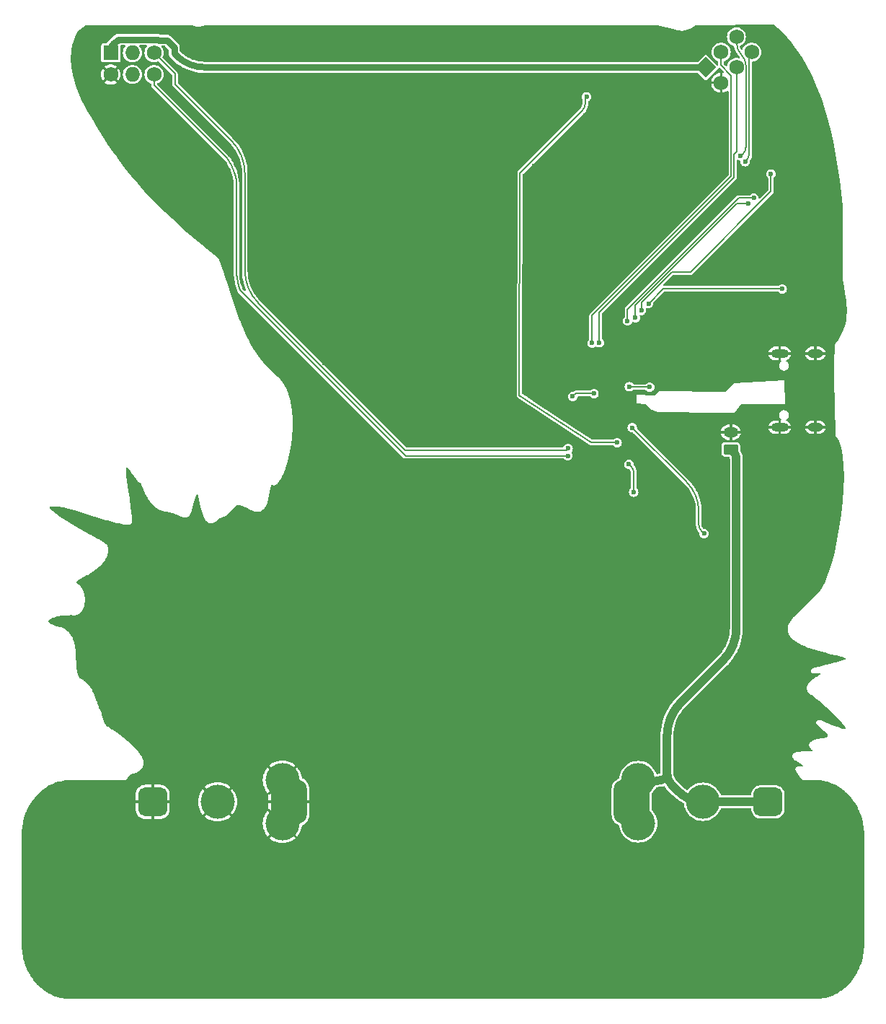
<source format=gbr>
%TF.GenerationSoftware,KiCad,Pcbnew,8.0.0*%
%TF.CreationDate,2024-03-10T20:39:49-05:00*%
%TF.ProjectId,B-Sides 2024,422d5369-6465-4732-9032-3032342e6b69,rev?*%
%TF.SameCoordinates,Original*%
%TF.FileFunction,Copper,L2,Bot*%
%TF.FilePolarity,Positive*%
%FSLAX46Y46*%
G04 Gerber Fmt 4.6, Leading zero omitted, Abs format (unit mm)*
G04 Created by KiCad (PCBNEW 8.0.0) date 2024-03-10 20:39:49*
%MOMM*%
%LPD*%
G01*
G04 APERTURE LIST*
G04 Aperture macros list*
%AMRoundRect*
0 Rectangle with rounded corners*
0 $1 Rounding radius*
0 $2 $3 $4 $5 $6 $7 $8 $9 X,Y pos of 4 corners*
0 Add a 4 corners polygon primitive as box body*
4,1,4,$2,$3,$4,$5,$6,$7,$8,$9,$2,$3,0*
0 Add four circle primitives for the rounded corners*
1,1,$1+$1,$2,$3*
1,1,$1+$1,$4,$5*
1,1,$1+$1,$6,$7*
1,1,$1+$1,$8,$9*
0 Add four rect primitives between the rounded corners*
20,1,$1+$1,$2,$3,$4,$5,0*
20,1,$1+$1,$4,$5,$6,$7,0*
20,1,$1+$1,$6,$7,$8,$9,0*
20,1,$1+$1,$8,$9,$2,$3,0*%
%AMHorizOval*
0 Thick line with rounded ends*
0 $1 width*
0 $2 $3 position (X,Y) of the first rounded end (center of the circle)*
0 $4 $5 position (X,Y) of the second rounded end (center of the circle)*
0 Add line between two ends*
20,1,$1,$2,$3,$4,$5,0*
0 Add two circle primitives to create the rounded ends*
1,1,$1,$2,$3*
1,1,$1,$4,$5*%
%AMRotRect*
0 Rectangle, with rotation*
0 The origin of the aperture is its center*
0 $1 length*
0 $2 width*
0 $3 Rotation angle, in degrees counterclockwise*
0 Add horizontal line*
21,1,$1,$2,0,0,$3*%
G04 Aperture macros list end*
%TA.AperFunction,ComponentPad*%
%ADD10R,1.727200X1.727200*%
%TD*%
%TA.AperFunction,ComponentPad*%
%ADD11C,1.727200*%
%TD*%
%TA.AperFunction,ComponentPad*%
%ADD12O,1.727200X1.727200*%
%TD*%
%TA.AperFunction,ComponentPad*%
%ADD13RotRect,1.727200X1.727200X315.000000*%
%TD*%
%TA.AperFunction,ComponentPad*%
%ADD14HorizOval,1.727200X0.000000X0.000000X0.000000X0.000000X0*%
%TD*%
%TA.AperFunction,ComponentPad*%
%ADD15O,2.100000X1.000000*%
%TD*%
%TA.AperFunction,ComponentPad*%
%ADD16O,1.800000X1.000000*%
%TD*%
%TA.AperFunction,ComponentPad*%
%ADD17RoundRect,1.050000X-1.050000X1.500000X-1.050000X-1.500000X1.050000X-1.500000X1.050000X1.500000X0*%
%TD*%
%TA.AperFunction,ComponentPad*%
%ADD18C,4.000000*%
%TD*%
%TA.AperFunction,ComponentPad*%
%ADD19RoundRect,0.850000X-0.850000X0.850000X-0.850000X-0.850000X0.850000X-0.850000X0.850000X0.850000X0*%
%TD*%
%TA.AperFunction,ComponentPad*%
%ADD20RoundRect,0.250000X0.625000X-0.350000X0.625000X0.350000X-0.625000X0.350000X-0.625000X-0.350000X0*%
%TD*%
%TA.AperFunction,ComponentPad*%
%ADD21O,1.750000X1.200000*%
%TD*%
%TA.AperFunction,ComponentPad*%
%ADD22RoundRect,1.050000X1.050000X-1.500000X1.050000X1.500000X-1.050000X1.500000X-1.050000X-1.500000X0*%
%TD*%
%TA.AperFunction,ComponentPad*%
%ADD23RoundRect,0.850000X0.850000X-0.850000X0.850000X0.850000X-0.850000X0.850000X-0.850000X-0.850000X0*%
%TD*%
%TA.AperFunction,ViaPad*%
%ADD24C,0.600000*%
%TD*%
%TA.AperFunction,ViaPad*%
%ADD25C,0.800000*%
%TD*%
%TA.AperFunction,Conductor*%
%ADD26C,0.150000*%
%TD*%
%TA.AperFunction,Conductor*%
%ADD27C,0.600000*%
%TD*%
%TA.AperFunction,Conductor*%
%ADD28C,1.000000*%
%TD*%
%TA.AperFunction,Conductor*%
%ADD29C,0.200000*%
%TD*%
%TA.AperFunction,Conductor*%
%ADD30C,0.800000*%
%TD*%
G04 APERTURE END LIST*
D10*
%TO.P,J3,1,VCC*%
%TO.N,/SAO_VIN*%
X61390000Y-43510000D03*
D11*
%TO.P,J3,2,GND*%
%TO.N,GND*%
X61390000Y-46050000D03*
D12*
%TO.P,J3,3,SDA*%
%TO.N,/D9*%
X63930000Y-43510000D03*
%TO.P,J3,4,SCL*%
%TO.N,/D6*%
X63930000Y-46050000D03*
D11*
%TO.P,J3,5,GPIO1*%
%TO.N,/CS{slash}MISO_0*%
X66470000Y-43510000D03*
%TO.P,J3,6,GPIO2*%
%TO.N,/GPIO19*%
X66470000Y-46050000D03*
%TD*%
D13*
%TO.P,J4,1,VCC*%
%TO.N,/SAO_VIN*%
X131280131Y-45225147D03*
D11*
%TO.P,J4,2,GND*%
%TO.N,GND*%
X133076182Y-47021199D03*
D14*
%TO.P,J4,3,SDA*%
%TO.N,/D9*%
X133076182Y-43429096D03*
%TO.P,J4,4,SCL*%
%TO.N,/D6*%
X134872233Y-45225147D03*
D11*
%TO.P,J4,5,GPIO1*%
%TO.N,/CS{slash}MISO_1*%
X134872233Y-41633045D03*
%TO.P,J4,6,GPIO2*%
%TO.N,/D4*%
X136668284Y-43429096D03*
%TD*%
D15*
%TO.P,J9,S1,SHIELD*%
%TO.N,GND*%
X139955000Y-87430000D03*
D16*
X144135000Y-87430000D03*
D15*
X139955000Y-78790000D03*
D16*
X144135000Y-78790000D03*
%TD*%
D17*
%TO.P,J5,1,Pin_1*%
%TO.N,GND*%
X82320000Y-131380000D03*
D18*
X81545000Y-133920000D03*
X81545000Y-128840000D03*
X73945000Y-131380000D03*
D19*
X66320000Y-131380000D03*
%TD*%
D20*
%TO.P,J10,1,Pin_1*%
%TO.N,/VBAT*%
X134220000Y-90030000D03*
D21*
%TO.P,J10,2,Pin_2*%
%TO.N,GND*%
X134220000Y-88030000D03*
%TD*%
D22*
%TO.P,J2,1,Pin_1*%
%TO.N,/VBAT*%
X122570000Y-131380000D03*
D18*
X123345000Y-128840000D03*
X123345000Y-133920000D03*
X130945000Y-131380000D03*
D23*
X138570000Y-131380000D03*
%TD*%
D24*
%TO.N,+1V2*%
X124685000Y-82730000D03*
X115648768Y-83828768D03*
X122292502Y-82680000D03*
X118140007Y-83480014D03*
%TO.N,GND*%
X137490000Y-78770000D03*
X139540000Y-96060000D03*
X113405000Y-83945000D03*
X109590000Y-46220000D03*
X128380000Y-86990000D03*
X115020000Y-64980000D03*
X122000000Y-44000000D03*
X110420000Y-94550000D03*
X146625000Y-66675000D03*
X123053058Y-65773058D03*
X100620000Y-98870000D03*
X88010000Y-85000000D03*
X120170000Y-81660000D03*
X100720000Y-41810000D03*
X86500000Y-79880000D03*
X105070000Y-97780000D03*
X139400000Y-92060000D03*
X112650000Y-84390000D03*
X108835000Y-63270000D03*
X91800000Y-80100000D03*
X110960000Y-84000000D03*
X124262500Y-91100000D03*
X103000000Y-66710000D03*
X107150000Y-74020000D03*
X128460000Y-86220000D03*
X116040000Y-52450000D03*
X113960000Y-81400000D03*
X125570000Y-98200000D03*
X146350000Y-61100000D03*
X119075000Y-84150000D03*
X115020000Y-55670000D03*
X120200000Y-84170000D03*
X102825959Y-100298818D03*
X131023058Y-57803058D03*
X96540000Y-85240000D03*
X118810000Y-91090000D03*
X119450000Y-48240000D03*
X102830000Y-87390000D03*
X130400000Y-88350000D03*
X99990000Y-56460000D03*
D25*
X95670000Y-48440000D03*
D24*
X145675000Y-66825000D03*
X84510000Y-68250000D03*
X121178058Y-42331942D03*
X107230000Y-62090000D03*
X124625000Y-76825000D03*
X113120000Y-75280000D03*
X113680000Y-80800000D03*
X85550000Y-54190000D03*
X93560000Y-67550000D03*
X119075000Y-82900000D03*
X87560000Y-75080000D03*
X129750000Y-70520000D03*
X139350000Y-92910000D03*
X128990000Y-53189992D03*
D25*
X105790000Y-52410000D03*
D24*
X130210000Y-75070000D03*
D25*
X95380000Y-75170000D03*
D24*
X96170000Y-63430000D03*
X118960000Y-81660000D03*
X119630000Y-75010000D03*
X119748058Y-69078058D03*
X139620000Y-96950000D03*
X101520000Y-88490000D03*
X119210000Y-98500000D03*
X137530000Y-94060000D03*
X103040000Y-61380000D03*
X128970000Y-56130000D03*
X137540000Y-95070000D03*
X101260000Y-72230000D03*
X96610000Y-87330000D03*
X122695000Y-90950000D03*
X119198058Y-63738058D03*
X126348058Y-62478058D03*
X125000000Y-91120000D03*
X110660000Y-71140000D03*
X127250000Y-80550000D03*
X135430000Y-85910000D03*
X83080000Y-75630000D03*
X111975000Y-94775000D03*
X111146949Y-56786937D03*
X128015000Y-80306241D03*
X101170000Y-74240000D03*
X128180000Y-98200000D03*
X126413058Y-64153058D03*
X111110000Y-85730000D03*
X82820000Y-68490000D03*
X144130000Y-66625000D03*
X94430000Y-82680000D03*
X109170000Y-94590000D03*
X121470000Y-82840000D03*
X121500000Y-84190000D03*
X84440000Y-48450000D03*
X137210000Y-98360000D03*
X104960000Y-48050000D03*
X112490000Y-99940000D03*
X92330000Y-56480000D03*
X121730000Y-98450000D03*
X121500000Y-81670000D03*
X97610000Y-44210000D03*
X107350000Y-83050000D03*
X77890000Y-64880000D03*
X96390000Y-99090000D03*
X120973058Y-62993058D03*
X141382500Y-91820000D03*
X89480000Y-48880000D03*
X115670000Y-81490000D03*
X113120000Y-50460000D03*
X136810000Y-81100000D03*
X145350000Y-61000000D03*
X124057883Y-57778233D03*
X130660000Y-91710000D03*
X120242500Y-82930000D03*
X133530000Y-98600000D03*
X126610000Y-50580000D03*
X131159996Y-98590004D03*
X117110000Y-99380000D03*
X98080000Y-77550000D03*
X128300000Y-82900000D03*
X90050000Y-60110000D03*
X88540000Y-53220000D03*
X107930000Y-94600000D03*
X123330000Y-91270000D03*
X92380000Y-71040000D03*
X90080000Y-67260000D03*
X100640000Y-92820000D03*
X87150000Y-63000000D03*
X125440000Y-50600000D03*
%TO.N,/D9*%
X117916862Y-77556458D03*
%TO.N,/CS{slash}MISO_0*%
X115100000Y-89920000D03*
%TO.N,/GPIO0*%
X140250000Y-71200000D03*
X124550000Y-72920000D03*
%TO.N,/GPIO1*%
X123710000Y-73730000D03*
X138925000Y-57700000D03*
%TO.N,/GPIO2*%
X136256857Y-61209259D03*
X122997536Y-74593580D03*
%TO.N,/GPIO3*%
X122079017Y-74962835D03*
X136923642Y-60542474D03*
%TO.N,/CS{slash}MISO_1*%
X135370000Y-55610000D03*
%TO.N,/D25*%
X122810000Y-95060000D03*
X122240000Y-91780000D03*
%TO.N,/A2*%
X122640000Y-87490000D03*
X131070061Y-99902863D03*
%TO.N,Net-(D3-A)*%
X120864304Y-89235696D03*
X117275007Y-48659993D03*
%TO.N,/D6*%
X118765727Y-77512491D03*
%TO.N,/GPIO19*%
X115070000Y-90780000D03*
%TO.N,/D4*%
X135900000Y-56280000D03*
%TD*%
D26*
%TO.N,+1V2*%
X124685000Y-82730000D02*
X122377857Y-82730000D01*
X118140007Y-83480014D02*
X115997522Y-83480014D01*
X115997522Y-83480014D02*
X115648768Y-83828768D01*
X122292502Y-82680000D02*
X122317502Y-82705000D01*
X122317502Y-82705000D02*
G75*
G03*
X122377857Y-82730017I60398J60400D01*
G01*
D27*
%TO.N,GND*%
X128970000Y-55300000D02*
X128970000Y-56130000D01*
D28*
%TO.N,/VBAT*%
X122595000Y-131390000D02*
X122595000Y-133155000D01*
X123370000Y-130615000D02*
X122595000Y-131390000D01*
X124571082Y-129413917D02*
X122595000Y-131390000D01*
X127293917Y-129413917D02*
X128000000Y-130120000D01*
X126730000Y-128052500D02*
X126730000Y-123613963D01*
X122595000Y-133155000D02*
X123370000Y-133930000D01*
X133276207Y-114813792D02*
X128323792Y-119766207D01*
X134870000Y-91139619D02*
X134870000Y-110966036D01*
X123370000Y-128850000D02*
X123370000Y-130615000D01*
X132970000Y-131390000D02*
X138595000Y-131390000D01*
X132970000Y-131390000D02*
X131066051Y-131390000D01*
X134545000Y-90355000D02*
X134220000Y-90030000D01*
X134544999Y-90355001D02*
G75*
G02*
X134869991Y-91139619I-784599J-784599D01*
G01*
X125932500Y-128850000D02*
G75*
G03*
X126730000Y-128052500I0J797500D01*
G01*
X134870000Y-110966036D02*
G75*
G02*
X133276200Y-114813785I-5441600J36D01*
G01*
X128323793Y-119766208D02*
G75*
G03*
X126729960Y-123613963I3847707J-3847792D01*
G01*
X125932500Y-128850000D02*
G75*
G03*
X124571090Y-129413925I0J-1925300D01*
G01*
X128000000Y-130120000D02*
G75*
G03*
X131066051Y-131390020I3066100J3066100D01*
G01*
X126730000Y-128052500D02*
G75*
G03*
X127293924Y-129413910I1925300J0D01*
G01*
D26*
%TO.N,/D9*%
X117916862Y-74343138D02*
X134270000Y-57990000D01*
X133076182Y-44968609D02*
X133076182Y-43429096D01*
X117916862Y-77556458D02*
X117916862Y-74343138D01*
X134270000Y-57990000D02*
X134270000Y-46162427D01*
X134270000Y-46162427D02*
X133076182Y-44968609D01*
%TO.N,/CS{slash}MISO_0*%
X77140000Y-69016036D02*
X77140000Y-57643963D01*
X114920000Y-90100000D02*
X95970000Y-90100000D01*
X68940000Y-45980000D02*
X66470000Y-43510000D01*
X75546207Y-53796207D02*
X68940000Y-47190000D01*
X115100000Y-89920000D02*
X114920000Y-90100000D01*
X95970000Y-90100000D02*
X78733792Y-72863792D01*
X68940000Y-47190000D02*
X68940000Y-45980000D01*
X78733793Y-72863791D02*
G75*
G02*
X77139990Y-69016036I3847807J3847791D01*
G01*
X77140000Y-57643963D02*
G75*
G03*
X75546199Y-53796215I-5441600J-37D01*
G01*
%TO.N,/GPIO0*%
X126270000Y-71200000D02*
X124550000Y-72920000D01*
X140250000Y-71200000D02*
X126270000Y-71200000D01*
%TO.N,/GPIO1*%
X138925000Y-57700000D02*
X138925000Y-59768884D01*
X138925000Y-59768884D02*
X129458884Y-69235000D01*
X123710000Y-72826116D02*
X123710000Y-73730000D01*
X129458884Y-69235000D02*
X127301116Y-69235000D01*
X127301116Y-69235000D02*
X123710000Y-72826116D01*
%TO.N,/GPIO2*%
X122997536Y-73114316D02*
X134902593Y-61209259D01*
X134902593Y-61209259D02*
X136256857Y-61209259D01*
X122997536Y-74593580D02*
X122997536Y-73114316D01*
%TO.N,/GPIO3*%
X122079017Y-73608571D02*
X135145114Y-60542474D01*
X122079017Y-74962835D02*
X122079017Y-73608571D01*
X135145114Y-60542474D02*
X136923642Y-60542474D01*
%TO.N,/CS{slash}MISO_1*%
X134906051Y-42395911D02*
X134906051Y-41611847D01*
X135675525Y-55304474D02*
X135370000Y-55610000D01*
X135981051Y-54566870D02*
X135981051Y-44991190D01*
X135981051Y-54566870D02*
G75*
G02*
X135675545Y-55304494I-1043151J-30D01*
G01*
X134906051Y-42395911D02*
G75*
G03*
X135443555Y-43693547I1835149J11D01*
G01*
X135443551Y-43693551D02*
G75*
G02*
X135981054Y-44991190I-1297651J-1297649D01*
G01*
D29*
%TO.N,/D25*%
X122810000Y-95060000D02*
X122810000Y-92753050D01*
X122240000Y-91780000D02*
X122525000Y-92065000D01*
X122525000Y-92065000D02*
G75*
G02*
X122810020Y-92753050I-688100J-688100D01*
G01*
D26*
%TO.N,/A2*%
X130760030Y-99592832D02*
X131070061Y-99902863D01*
X130450000Y-98844352D02*
X130450000Y-97291401D01*
X122640000Y-87490000D02*
X129041866Y-93891866D01*
X129041865Y-93891867D02*
G75*
G02*
X130449989Y-97291401I-3399565J-3399533D01*
G01*
X130450000Y-98844352D02*
G75*
G03*
X130760008Y-99592854I1058500J-48D01*
G01*
D29*
%TO.N,Net-(D3-A)*%
X117202504Y-48732495D02*
X117275007Y-48659993D01*
D26*
X109380000Y-83690000D02*
X117811812Y-89235696D01*
X116735789Y-50314212D02*
X109460000Y-57590001D01*
X117811812Y-89235696D02*
X120864304Y-89235696D01*
D29*
X117130002Y-48907532D02*
X117130002Y-49362499D01*
D26*
X109460000Y-57590001D02*
X109380000Y-83690000D01*
D29*
X117202504Y-48732495D02*
G75*
G03*
X117130012Y-48907532I174996J-175005D01*
G01*
X117130002Y-49362499D02*
G75*
G02*
X116735785Y-50314208I-1345902J-1D01*
G01*
D26*
%TO.N,/D6*%
X134872233Y-55110002D02*
X134872233Y-45225147D01*
X134570000Y-58114264D02*
X134570000Y-55412235D01*
X118765727Y-77512491D02*
X118765727Y-73928536D01*
X133826415Y-58857849D02*
X134570000Y-58114264D01*
X118765727Y-73928536D02*
X133826415Y-58867848D01*
X134570000Y-55412235D02*
X134872233Y-55110002D01*
X133826415Y-58867848D02*
X133826415Y-58857849D01*
D30*
%TO.N,/SAO_VIN*%
X72445204Y-45203949D02*
X131258933Y-45203949D01*
X131258933Y-45203949D02*
X131280131Y-45225147D01*
X61390000Y-42758145D02*
X61710775Y-42437370D01*
X66930000Y-41950000D02*
X66990000Y-42010000D01*
X62258918Y-41950000D02*
X66930000Y-41950000D01*
X61798918Y-42410000D02*
X62258918Y-41950000D01*
X68850000Y-43581247D02*
X69221351Y-43952598D01*
X67990000Y-42010000D02*
X68850000Y-42870000D01*
X66990000Y-42010000D02*
X67990000Y-42010000D01*
X68850000Y-42870000D02*
X68850000Y-43581247D01*
X61390000Y-43510000D02*
X61390000Y-42758145D01*
X61710775Y-42437371D02*
G75*
G02*
X61798918Y-42410002I92825J-143329D01*
G01*
X69221351Y-43952598D02*
G75*
G03*
X72445204Y-45203913I3227049J3535498D01*
G01*
D26*
%TO.N,/GPIO19*%
X76116059Y-58493355D02*
X76157456Y-58966491D01*
X66470000Y-47322153D02*
X75037606Y-55889759D01*
X96032367Y-90780000D02*
X115070000Y-90780000D01*
X76203952Y-69946642D02*
X76286427Y-70414369D01*
X75037606Y-55889759D02*
X75310023Y-56278810D01*
X76571794Y-71319427D02*
X96032367Y-90780000D01*
X76160000Y-69236036D02*
X76162555Y-69473507D01*
X76286427Y-70414369D02*
X76409353Y-70873128D01*
X76409353Y-70873128D02*
X76571794Y-71319427D01*
X75310023Y-56278810D02*
X75547495Y-56690123D01*
X75748216Y-57120567D02*
X75910657Y-57566868D01*
X75910657Y-57566868D02*
X76033584Y-58025628D01*
X76162555Y-69473507D02*
X76203952Y-69946642D01*
X75547495Y-56690123D02*
X75748216Y-57120567D01*
X66470000Y-46050000D02*
X66470000Y-47322153D01*
X76033584Y-58025628D02*
X76116059Y-58493355D01*
X76157456Y-58966491D02*
X76160000Y-59203963D01*
X76160000Y-59203963D02*
X76160000Y-69236036D01*
%TO.N,/D4*%
X136380000Y-43717380D02*
X136668284Y-43429096D01*
X135900000Y-56280000D02*
X136140000Y-56040000D01*
X136380000Y-55460588D02*
X136380000Y-43717380D01*
X136140000Y-56040000D02*
G75*
G03*
X136379995Y-55460588I-579400J579400D01*
G01*
%TD*%
%TA.AperFunction,Conductor*%
%TO.N,GND*%
G36*
X139400909Y-40245830D02*
G01*
X139410346Y-40253614D01*
X139761844Y-40582126D01*
X139806075Y-40623465D01*
X139810547Y-40627920D01*
X140842977Y-41724213D01*
X140848318Y-41730374D01*
X141337079Y-42343476D01*
X141705743Y-42805930D01*
X141772526Y-42889702D01*
X141777094Y-42895913D01*
X142603220Y-44116179D01*
X142607023Y-44122260D01*
X143033636Y-44862778D01*
X143334390Y-45384830D01*
X143342035Y-45398099D01*
X143345122Y-45403895D01*
X143771941Y-46273581D01*
X143995864Y-46729846D01*
X143998322Y-46735261D01*
X144571502Y-48105591D01*
X144573420Y-48110545D01*
X144862728Y-48921955D01*
X145070600Y-49504968D01*
X145075783Y-49519503D01*
X145077253Y-49523956D01*
X145515547Y-50965680D01*
X145516654Y-50969613D01*
X145897605Y-52437962D01*
X145898427Y-52441375D01*
X146228893Y-53930453D01*
X146229491Y-53933352D01*
X146515968Y-55435180D01*
X146516546Y-55438525D01*
X146987464Y-58468384D01*
X146987863Y-58471220D01*
X147364342Y-61460881D01*
X147365118Y-61473250D01*
X147365118Y-70022491D01*
X147363615Y-70039675D01*
X147362813Y-70044223D01*
X147362813Y-70044227D01*
X147364741Y-70066249D01*
X147365118Y-70074883D01*
X147365118Y-70096998D01*
X147366314Y-70101460D01*
X147369310Y-70118449D01*
X147374527Y-70178060D01*
X147374405Y-70196619D01*
X147374213Y-70198521D01*
X147374213Y-70198534D01*
X147378191Y-70223001D01*
X147379097Y-70230251D01*
X147381262Y-70254978D01*
X147381915Y-70256772D01*
X147386603Y-70274749D01*
X147404926Y-70387459D01*
X147406051Y-70397748D01*
X147406265Y-70401535D01*
X147412662Y-70435262D01*
X147413113Y-70437820D01*
X147418616Y-70471667D01*
X147418617Y-70471669D01*
X147419705Y-70475290D01*
X147422159Y-70485332D01*
X147518441Y-70992948D01*
X147518658Y-70994132D01*
X147646765Y-71717442D01*
X147647380Y-71721374D01*
X147762455Y-72568041D01*
X147762950Y-72572405D01*
X147803754Y-73020970D01*
X147804025Y-73024745D01*
X147828316Y-73487087D01*
X147828450Y-73491594D01*
X147831689Y-73958621D01*
X147831581Y-73963978D01*
X147809617Y-74429047D01*
X147809113Y-74435386D01*
X147758040Y-74891803D01*
X147756916Y-74899263D01*
X147672241Y-75345175D01*
X147670815Y-75351535D01*
X147616709Y-75560373D01*
X147615379Y-75565032D01*
X147550900Y-75771681D01*
X147549205Y-75776648D01*
X147475044Y-75976417D01*
X147472920Y-75981672D01*
X147392730Y-76164805D01*
X147387784Y-76174588D01*
X147379073Y-76189678D01*
X147378769Y-76190412D01*
X147372203Y-76207794D01*
X147206938Y-76540948D01*
X147205024Y-76544610D01*
X147053809Y-76819941D01*
X147051309Y-76824236D01*
X146927094Y-77025732D01*
X146923929Y-77030545D01*
X146825905Y-77170607D01*
X146821462Y-77176478D01*
X146560783Y-77495545D01*
X146559930Y-77496575D01*
X146536115Y-77524933D01*
X146535479Y-77525961D01*
X146534776Y-77527081D01*
X146534138Y-77528080D01*
X146518886Y-77561938D01*
X146518330Y-77563151D01*
X146492441Y-77618611D01*
X146489115Y-77625102D01*
X146476979Y-77646775D01*
X146476975Y-77646784D01*
X146476512Y-77648610D01*
X146470271Y-77666104D01*
X146469472Y-77667814D01*
X146469471Y-77667818D01*
X146465150Y-77692263D01*
X146463617Y-77699393D01*
X146450364Y-77751587D01*
X146446082Y-77764599D01*
X146441608Y-77775572D01*
X146441607Y-77775573D01*
X146439743Y-77790364D01*
X146437476Y-77802345D01*
X146433807Y-77816792D01*
X146433807Y-77816795D01*
X146433963Y-77828635D01*
X146433195Y-77842317D01*
X146425394Y-77904207D01*
X146421083Y-77923118D01*
X146421065Y-77923209D01*
X146419430Y-77949903D01*
X146418838Y-77956226D01*
X146415497Y-77982735D01*
X146415498Y-77982873D01*
X146416226Y-78002217D01*
X146410515Y-78095463D01*
X146408724Y-78105746D01*
X146409160Y-78105814D01*
X146408172Y-78112220D01*
X146407467Y-78144010D01*
X146407306Y-78147861D01*
X146405367Y-78179547D01*
X146405819Y-78186020D01*
X146405379Y-78186050D01*
X146406306Y-78196441D01*
X146375898Y-79569705D01*
X146375140Y-79579109D01*
X146374845Y-79616759D01*
X146374824Y-79618170D01*
X146373992Y-79655790D01*
X146374466Y-79665191D01*
X146367688Y-80532866D01*
X146367029Y-80542913D01*
X146367309Y-80579960D01*
X146367309Y-80581480D01*
X146367019Y-80618607D01*
X146367677Y-80628671D01*
X146376519Y-81799126D01*
X146376171Y-81805704D01*
X146376867Y-81845793D01*
X146376879Y-81846761D01*
X146377182Y-81886858D01*
X146377694Y-81893416D01*
X146426488Y-84703091D01*
X146426276Y-84707860D01*
X146427294Y-84749633D01*
X146427308Y-84750322D01*
X146428031Y-84791926D01*
X146428441Y-84796669D01*
X146514356Y-88317918D01*
X146513702Y-88331938D01*
X146512393Y-88343019D01*
X146512394Y-88343024D01*
X146514635Y-88358454D01*
X146515633Y-88370266D01*
X146516013Y-88385843D01*
X146516014Y-88385848D01*
X146519168Y-88396566D01*
X146522164Y-88410273D01*
X146523769Y-88421318D01*
X146523770Y-88421323D01*
X146529926Y-88435640D01*
X146533947Y-88446791D01*
X146538350Y-88461752D01*
X146544170Y-88471288D01*
X146550612Y-88483753D01*
X146555025Y-88494014D01*
X146561605Y-88502356D01*
X146564682Y-88506257D01*
X146571452Y-88515986D01*
X146579572Y-88529289D01*
X146579574Y-88529291D01*
X146579575Y-88529292D01*
X146587658Y-88536990D01*
X146597109Y-88547365D01*
X146755093Y-88747646D01*
X146759686Y-88753468D01*
X146768614Y-88766909D01*
X146916796Y-89035143D01*
X146921998Y-89046096D01*
X147057930Y-89384309D01*
X147060970Y-89393026D01*
X147178759Y-89789373D01*
X147181150Y-89799251D01*
X147365469Y-90777896D01*
X147366772Y-90787239D01*
X147472097Y-91943467D01*
X147472478Y-91950145D01*
X147502765Y-93251604D01*
X147502752Y-93256725D01*
X147462634Y-94665529D01*
X147462425Y-94669724D01*
X147357341Y-96149416D01*
X147357013Y-96153077D01*
X147192733Y-97667934D01*
X147192304Y-97671335D01*
X146974774Y-99185894D01*
X146974231Y-99189261D01*
X146709505Y-100668306D01*
X146708800Y-100671867D01*
X146403106Y-102079990D01*
X146402142Y-102084022D01*
X146061987Y-103385448D01*
X146060568Y-103390355D01*
X145693095Y-104548451D01*
X145690796Y-104554913D01*
X145304704Y-105531308D01*
X145300470Y-105540586D01*
X144904234Y-106302402D01*
X144898152Y-106312561D01*
X144711566Y-106585712D01*
X144704482Y-106594881D01*
X144514133Y-106813497D01*
X144509040Y-106818920D01*
X141849723Y-109445680D01*
X141849459Y-109445909D01*
X141817175Y-109477830D01*
X141817143Y-109477861D01*
X141784722Y-109509886D01*
X141784487Y-109510149D01*
X141596500Y-109696022D01*
X141582998Y-109707191D01*
X141579657Y-109709488D01*
X141579653Y-109709492D01*
X141564936Y-109726734D01*
X141559248Y-109732854D01*
X141543121Y-109748800D01*
X141541068Y-109752311D01*
X141530920Y-109766588D01*
X141375245Y-109948983D01*
X141364022Y-109960178D01*
X141358329Y-109965011D01*
X141358325Y-109965015D01*
X141347361Y-109980869D01*
X141341243Y-109988821D01*
X141328731Y-110003481D01*
X141328728Y-110003484D01*
X141325514Y-110010230D01*
X141317571Y-110023946D01*
X141196309Y-110199290D01*
X141187621Y-110210138D01*
X141179857Y-110218545D01*
X141179855Y-110218549D01*
X141172722Y-110232121D01*
X141166520Y-110242365D01*
X141157803Y-110254970D01*
X141157801Y-110254975D01*
X141153955Y-110265737D01*
X141148367Y-110278468D01*
X141058965Y-110448594D01*
X141052864Y-110458694D01*
X141043952Y-110471633D01*
X141040248Y-110482059D01*
X141034603Y-110494953D01*
X141031857Y-110500180D01*
X141029458Y-110504746D01*
X141026000Y-110520061D01*
X141022720Y-110531395D01*
X140963594Y-110697818D01*
X140959849Y-110706901D01*
X140951443Y-110724725D01*
X140950191Y-110731651D01*
X140946061Y-110747169D01*
X140943702Y-110753809D01*
X140942136Y-110773450D01*
X140940869Y-110783197D01*
X140911390Y-110946208D01*
X140909542Y-110954418D01*
X140903657Y-110976195D01*
X140903656Y-110976196D01*
X140903647Y-110980379D01*
X140902069Y-110997750D01*
X140901326Y-111001860D01*
X140901325Y-111001869D01*
X140903192Y-111024343D01*
X140903532Y-111032752D01*
X140903187Y-111190744D01*
X140902846Y-111198734D01*
X140900907Y-111222041D01*
X140900907Y-111222052D01*
X140901498Y-111225321D01*
X140903074Y-111243118D01*
X140903067Y-111246454D01*
X140903068Y-111246456D01*
X140909076Y-111269077D01*
X140910815Y-111276886D01*
X140937908Y-111426824D01*
X140939079Y-111435463D01*
X140941066Y-111457319D01*
X140941068Y-111457326D01*
X140942720Y-111461819D01*
X140947224Y-111478376D01*
X140948078Y-111483104D01*
X140957434Y-111502947D01*
X140960804Y-111510997D01*
X141012023Y-111650277D01*
X141015081Y-111660157D01*
X141019656Y-111678237D01*
X141019660Y-111678246D01*
X141023603Y-111685301D01*
X141030099Y-111699426D01*
X141032892Y-111707021D01*
X141032893Y-111707023D01*
X141043649Y-111722276D01*
X141049160Y-111731029D01*
X141120556Y-111858772D01*
X141125914Y-111869949D01*
X141131347Y-111883383D01*
X141131348Y-111883384D01*
X141138730Y-111893174D01*
X141146097Y-111904470D01*
X141152089Y-111915191D01*
X141152090Y-111915192D01*
X141152092Y-111915195D01*
X141162189Y-111925577D01*
X141170259Y-111934988D01*
X141186190Y-111956115D01*
X141258544Y-112052070D01*
X141266398Y-112064247D01*
X141271306Y-112073241D01*
X141282696Y-112085192D01*
X141290071Y-112093882D01*
X141300020Y-112107075D01*
X141308092Y-112113377D01*
X141318821Y-112123099D01*
X141412532Y-112221431D01*
X141421849Y-112231207D01*
X141432132Y-112243962D01*
X141435718Y-112249253D01*
X141451106Y-112262569D01*
X141457992Y-112269132D01*
X141472034Y-112283867D01*
X141477483Y-112287190D01*
X141490715Y-112296848D01*
X141552721Y-112350508D01*
X141607207Y-112397661D01*
X141619686Y-112410622D01*
X141621632Y-112413051D01*
X141621633Y-112413052D01*
X141640668Y-112427035D01*
X141646835Y-112431955D01*
X141664691Y-112447408D01*
X141667487Y-112448764D01*
X141682888Y-112458049D01*
X141737725Y-112498331D01*
X141816609Y-112556278D01*
X141829059Y-112567134D01*
X141833317Y-112571524D01*
X141833321Y-112571527D01*
X141851007Y-112582099D01*
X141858822Y-112587288D01*
X141875440Y-112599495D01*
X141875439Y-112599495D01*
X141881144Y-112601719D01*
X141895980Y-112608982D01*
X142272788Y-112834229D01*
X142286274Y-112843913D01*
X142290798Y-112847776D01*
X142309572Y-112856726D01*
X142317749Y-112861106D01*
X142335598Y-112871776D01*
X142341318Y-112873401D01*
X142356843Y-112879261D01*
X142784102Y-113082946D01*
X142800547Y-113092847D01*
X142801067Y-113093234D01*
X142825296Y-113102834D01*
X142831426Y-113105506D01*
X142854938Y-113116716D01*
X142854939Y-113116716D01*
X142854943Y-113116718D01*
X142855571Y-113116834D01*
X142874026Y-113122143D01*
X143332527Y-113303822D01*
X143342716Y-113309170D01*
X143342786Y-113309029D01*
X143348597Y-113311899D01*
X143348600Y-113311900D01*
X143376704Y-113321455D01*
X143381249Y-113323127D01*
X143408876Y-113334075D01*
X143408878Y-113334075D01*
X143408880Y-113334076D01*
X143415174Y-113335659D01*
X143415135Y-113335812D01*
X143426358Y-113338339D01*
X143902197Y-113500136D01*
X143911397Y-113504474D01*
X143911610Y-113504001D01*
X143917532Y-113506661D01*
X143917533Y-113506662D01*
X143948492Y-113515945D01*
X143951837Y-113517014D01*
X143982463Y-113527429D01*
X143982464Y-113527429D01*
X143982470Y-113527431D01*
X143988830Y-113528699D01*
X143988728Y-113529210D01*
X143998738Y-113531013D01*
X144290425Y-113618486D01*
X144478626Y-113674925D01*
X144487821Y-113678864D01*
X144488035Y-113678342D01*
X144494039Y-113680792D01*
X144494042Y-113680794D01*
X144525611Y-113689077D01*
X144528889Y-113689998D01*
X144560150Y-113699373D01*
X144560156Y-113699373D01*
X144566561Y-113700410D01*
X144566469Y-113700974D01*
X144576363Y-113702393D01*
X145578197Y-113965257D01*
X145588844Y-113968710D01*
X145623988Y-113977287D01*
X145625630Y-113977703D01*
X145660558Y-113986868D01*
X145660585Y-113986875D01*
X145671577Y-113988902D01*
X146502302Y-114191661D01*
X146505054Y-114192521D01*
X146509626Y-114193616D01*
X146509629Y-114193618D01*
X146547536Y-114202702D01*
X146585314Y-114211923D01*
X146585315Y-114211922D01*
X146589896Y-114213041D01*
X146592724Y-114213531D01*
X147232488Y-114366849D01*
X147238265Y-114368420D01*
X147481777Y-114442611D01*
X147487261Y-114444458D01*
X147621498Y-114494121D01*
X147669511Y-114532043D01*
X147686065Y-114590946D01*
X147664835Y-114648330D01*
X147631192Y-114675631D01*
X147616367Y-114682996D01*
X147606248Y-114687339D01*
X147279417Y-114806566D01*
X147273871Y-114808405D01*
X146867240Y-114930090D01*
X146864067Y-114930983D01*
X146405926Y-115051617D01*
X146403900Y-115052127D01*
X145467692Y-115277635D01*
X145462040Y-115278635D01*
X145422418Y-115288537D01*
X145421603Y-115288737D01*
X145381912Y-115298298D01*
X145376425Y-115300031D01*
X144556921Y-115504840D01*
X144546103Y-115506320D01*
X144546152Y-115506628D01*
X144539744Y-115507647D01*
X144510183Y-115516423D01*
X144506017Y-115517562D01*
X144476110Y-115525037D01*
X144470075Y-115527419D01*
X144469960Y-115527129D01*
X144459895Y-115531355D01*
X144167798Y-115618082D01*
X144149398Y-115621693D01*
X144147853Y-115621846D01*
X144147851Y-115621846D01*
X144124308Y-115630726D01*
X144117557Y-115632999D01*
X144093426Y-115640164D01*
X144093420Y-115640167D01*
X144092100Y-115640978D01*
X144075268Y-115649224D01*
X143834601Y-115740000D01*
X143829233Y-115741850D01*
X143802431Y-115750238D01*
X143797936Y-115752322D01*
X143791212Y-115755677D01*
X143786855Y-115758010D01*
X143764034Y-115774388D01*
X143759327Y-115777566D01*
X143735605Y-115792607D01*
X143731791Y-115795792D01*
X143726164Y-115800774D01*
X143722571Y-115804144D01*
X143704766Y-115825871D01*
X143701044Y-115830156D01*
X143682024Y-115850823D01*
X143679155Y-115854902D01*
X143675028Y-115861142D01*
X143672422Y-115865339D01*
X143660846Y-115890938D01*
X143658358Y-115896044D01*
X143645336Y-115920928D01*
X143643644Y-115925544D01*
X143641231Y-115932763D01*
X143639818Y-115937436D01*
X143635261Y-115965156D01*
X143634180Y-115970728D01*
X143628041Y-115998144D01*
X143627603Y-116003023D01*
X143627143Y-116010590D01*
X143626985Y-116015509D01*
X143629757Y-116043462D01*
X143630155Y-116049122D01*
X143631321Y-116077198D01*
X143632169Y-116082069D01*
X143633668Y-116089423D01*
X143634797Y-116094248D01*
X143644711Y-116120533D01*
X143646561Y-116125901D01*
X143654950Y-116152708D01*
X143654953Y-116152713D01*
X143657058Y-116157254D01*
X143660372Y-116163895D01*
X143662719Y-116168280D01*
X143679096Y-116191097D01*
X143682279Y-116195812D01*
X143697315Y-116219529D01*
X143700541Y-116223390D01*
X143705454Y-116228939D01*
X143708853Y-116232562D01*
X143730583Y-116250370D01*
X143734875Y-116254099D01*
X143755531Y-116273109D01*
X143755533Y-116273110D01*
X143755536Y-116273113D01*
X143755538Y-116273114D01*
X143759665Y-116276017D01*
X143765783Y-116280064D01*
X143770052Y-116282714D01*
X143795658Y-116294293D01*
X143800757Y-116296778D01*
X143825639Y-116309800D01*
X143825641Y-116309800D01*
X143830360Y-116311530D01*
X143837380Y-116313876D01*
X143842145Y-116315318D01*
X143869872Y-116319875D01*
X143875457Y-116320958D01*
X143902849Y-116327094D01*
X143902853Y-116327093D01*
X143907847Y-116327541D01*
X143915235Y-116327991D01*
X143920216Y-116328150D01*
X143920219Y-116328149D01*
X143920221Y-116328150D01*
X143948176Y-116325375D01*
X143953826Y-116324978D01*
X144639058Y-116296555D01*
X144697980Y-116313034D01*
X144735965Y-116361001D01*
X144738501Y-116422134D01*
X144704619Y-116473082D01*
X144694639Y-116480033D01*
X144650851Y-116506690D01*
X144650304Y-116507020D01*
X144334504Y-116696492D01*
X144324708Y-116700995D01*
X144324861Y-116701309D01*
X144319027Y-116704139D01*
X144293043Y-116721265D01*
X144289502Y-116723492D01*
X144262853Y-116739482D01*
X144257771Y-116743519D01*
X144257554Y-116743246D01*
X144249260Y-116750123D01*
X143969079Y-116934794D01*
X143953729Y-116943072D01*
X143949859Y-116944737D01*
X143949852Y-116944741D01*
X143932184Y-116958681D01*
X143925351Y-116963615D01*
X143906535Y-116976018D01*
X143906534Y-116976019D01*
X143903730Y-116979176D01*
X143891039Y-116991147D01*
X143638195Y-117190653D01*
X143625479Y-117199180D01*
X143618011Y-117203388D01*
X143618009Y-117203390D01*
X143605015Y-117216114D01*
X143597082Y-117223092D01*
X143594206Y-117225363D01*
X143582803Y-117234360D01*
X143577680Y-117241227D01*
X143567603Y-117252753D01*
X143485470Y-117333188D01*
X143473705Y-117343043D01*
X143471068Y-117344926D01*
X143466798Y-117347972D01*
X143466796Y-117347974D01*
X143455178Y-117362069D01*
X143448059Y-117369825D01*
X143435004Y-117382611D01*
X143430683Y-117389917D01*
X143421867Y-117402484D01*
X143352611Y-117486509D01*
X143344923Y-117494819D01*
X143332922Y-117506386D01*
X143332919Y-117506390D01*
X143327713Y-117515034D01*
X143319314Y-117526907D01*
X143312890Y-117534702D01*
X143312884Y-117534713D01*
X143305976Y-117549872D01*
X143300698Y-117559893D01*
X143242136Y-117657136D01*
X143238938Y-117662104D01*
X143223296Y-117684881D01*
X143221881Y-117687661D01*
X143216828Y-117698367D01*
X143215574Y-117701243D01*
X143207924Y-117727815D01*
X143206125Y-117733426D01*
X143180113Y-117806967D01*
X143179721Y-117807884D01*
X143164816Y-117850213D01*
X143164771Y-117850341D01*
X143151613Y-117887542D01*
X143151566Y-117887768D01*
X143151527Y-117887950D01*
X143148514Y-117927125D01*
X143148504Y-117927259D01*
X143144983Y-117972215D01*
X143144971Y-117973193D01*
X143141989Y-118011977D01*
X143140003Y-118022480D01*
X143140370Y-118022542D01*
X143139297Y-118028942D01*
X143138195Y-118060187D01*
X143137966Y-118064284D01*
X143135568Y-118095468D01*
X143135908Y-118101728D01*
X143136511Y-118108022D01*
X143143531Y-118138474D01*
X143144370Y-118142491D01*
X143150126Y-118173237D01*
X143152143Y-118179406D01*
X143151789Y-118179521D01*
X143155320Y-118189609D01*
X143164759Y-118230552D01*
X143166497Y-118240295D01*
X143167230Y-118246062D01*
X143175738Y-118278389D01*
X143176467Y-118281342D01*
X143183969Y-118313884D01*
X143185611Y-118318280D01*
X143187369Y-118322575D01*
X143187371Y-118322578D01*
X143198004Y-118341186D01*
X143203949Y-118351588D01*
X143205420Y-118354256D01*
X143221094Y-118383756D01*
X143224453Y-118388467D01*
X143229793Y-118396812D01*
X143278315Y-118481720D01*
X143279348Y-118483574D01*
X143296177Y-118514547D01*
X143296182Y-118514552D01*
X143297184Y-118515931D01*
X143297432Y-118516315D01*
X143297483Y-118516382D01*
X143298729Y-118518057D01*
X143298734Y-118518064D01*
X143299006Y-118518384D01*
X143300059Y-118519769D01*
X143324878Y-118544809D01*
X143326357Y-118546333D01*
X143433568Y-118659245D01*
X143438873Y-118665309D01*
X143453482Y-118683444D01*
X143453483Y-118683446D01*
X143456255Y-118685471D01*
X143469646Y-118697241D01*
X143472010Y-118699731D01*
X143491868Y-118711892D01*
X143498562Y-118716376D01*
X143637896Y-118818159D01*
X143647753Y-118826391D01*
X143654017Y-118832353D01*
X143657601Y-118835764D01*
X143669171Y-118842069D01*
X143680185Y-118849050D01*
X143690818Y-118856817D01*
X143690819Y-118856817D01*
X143690822Y-118856819D01*
X143703488Y-118861718D01*
X143715145Y-118867120D01*
X143886768Y-118960642D01*
X143903125Y-118971814D01*
X144331861Y-119332507D01*
X144546073Y-119512722D01*
X144547689Y-119514110D01*
X145433889Y-120292839D01*
X145435469Y-120294259D01*
X145904779Y-120724846D01*
X145906210Y-120726185D01*
X146203318Y-121009813D01*
X146363701Y-121162920D01*
X146366862Y-121165937D01*
X146368731Y-121167769D01*
X146679798Y-121480897D01*
X146798249Y-121600132D01*
X146800805Y-121602803D01*
X147177122Y-122011117D01*
X147180806Y-122015351D01*
X147475573Y-122374201D01*
X147484161Y-122384656D01*
X147488136Y-122389835D01*
X147507945Y-122417486D01*
X147599635Y-122545477D01*
X147603201Y-122550812D01*
X147682229Y-122677762D01*
X147696930Y-122737154D01*
X147673913Y-122793846D01*
X147621970Y-122826181D01*
X147590907Y-122828813D01*
X147587759Y-122828581D01*
X147577112Y-122827213D01*
X147370589Y-122789196D01*
X147363451Y-122787607D01*
X147094497Y-122717230D01*
X147089459Y-122715769D01*
X146759834Y-122610573D01*
X146756118Y-122609305D01*
X146370543Y-122469179D01*
X146365407Y-122467148D01*
X145158194Y-121950504D01*
X145148281Y-121944944D01*
X145148191Y-121945116D01*
X145142462Y-121942081D01*
X145123235Y-121934925D01*
X145114378Y-121931628D01*
X145109970Y-121929866D01*
X145082431Y-121918081D01*
X145082430Y-121918080D01*
X145082426Y-121918079D01*
X145082421Y-121918078D01*
X145076182Y-121916328D01*
X145076234Y-121916141D01*
X145065221Y-121913334D01*
X145053678Y-121909038D01*
X144819438Y-121821859D01*
X144810576Y-121818059D01*
X144792548Y-121809263D01*
X144785971Y-121807984D01*
X144770356Y-121803592D01*
X144764085Y-121801258D01*
X144764086Y-121801258D01*
X144744124Y-121799367D01*
X144734566Y-121797988D01*
X144645384Y-121780644D01*
X144634359Y-121777834D01*
X144618572Y-121772828D01*
X144618570Y-121772827D01*
X144608381Y-121772365D01*
X144593982Y-121770648D01*
X144586770Y-121769246D01*
X144583972Y-121768702D01*
X144583971Y-121768702D01*
X144567444Y-121769855D01*
X144556079Y-121769994D01*
X144539534Y-121769245D01*
X144539533Y-121769245D01*
X144539531Y-121769245D01*
X144539528Y-121769245D01*
X144539523Y-121769246D01*
X144529566Y-121771435D01*
X144515218Y-121773503D01*
X144505042Y-121774214D01*
X144505041Y-121774214D01*
X144489374Y-121779606D01*
X144478436Y-121782680D01*
X144462258Y-121786239D01*
X144462253Y-121786241D01*
X144453193Y-121790937D01*
X144439872Y-121796646D01*
X144430230Y-121799965D01*
X144430223Y-121799969D01*
X144416486Y-121809232D01*
X144406709Y-121815037D01*
X144392009Y-121822658D01*
X144384477Y-121829536D01*
X144373085Y-121838501D01*
X144364632Y-121844202D01*
X144364627Y-121844206D01*
X144353759Y-121856706D01*
X144345816Y-121864845D01*
X144333586Y-121876014D01*
X144328090Y-121884609D01*
X144319406Y-121896217D01*
X144312710Y-121903919D01*
X144312496Y-121904242D01*
X144311645Y-121905897D01*
X144297614Y-121931788D01*
X144293983Y-121937948D01*
X144280462Y-121959094D01*
X144280458Y-121959103D01*
X144279972Y-121960637D01*
X144272654Y-121977856D01*
X144271890Y-121979265D01*
X144271888Y-121979270D01*
X144266046Y-122003695D01*
X144264130Y-122010590D01*
X144256543Y-122034512D01*
X144256541Y-122034521D01*
X144256469Y-122036125D01*
X144253857Y-122054659D01*
X144253482Y-122056224D01*
X144253482Y-122056229D01*
X144254160Y-122081323D01*
X144254095Y-122088473D01*
X144252959Y-122113559D01*
X144252959Y-122113565D01*
X144253304Y-122115131D01*
X144255577Y-122133701D01*
X144255620Y-122135312D01*
X144255622Y-122135320D01*
X144262773Y-122159390D01*
X144264560Y-122166310D01*
X144268574Y-122184560D01*
X144269956Y-122190840D01*
X144270695Y-122192265D01*
X144277699Y-122209621D01*
X144278158Y-122211165D01*
X144291299Y-122232568D01*
X144294817Y-122238792D01*
X144306372Y-122261080D01*
X144307451Y-122262261D01*
X144318704Y-122277204D01*
X144319279Y-122278140D01*
X144319375Y-122278296D01*
X144332036Y-122299100D01*
X144339597Y-122311525D01*
X144339929Y-122311934D01*
X144340155Y-122312214D01*
X144340333Y-122312435D01*
X144368485Y-122339105D01*
X144368767Y-122339373D01*
X144458160Y-122424728D01*
X144468100Y-122436359D01*
X144470568Y-122439080D01*
X144491736Y-122457027D01*
X144496065Y-122460921D01*
X144516161Y-122480110D01*
X144516163Y-122480111D01*
X144519144Y-122482291D01*
X144531734Y-122490937D01*
X144853082Y-122763379D01*
X144932173Y-122830433D01*
X144935071Y-122832989D01*
X145172516Y-123050782D01*
X145177595Y-123055789D01*
X145384425Y-123274938D01*
X145392542Y-123284729D01*
X145541149Y-123489435D01*
X145549495Y-123503147D01*
X145582075Y-123567989D01*
X145588184Y-123583155D01*
X145600616Y-123623311D01*
X145599766Y-123684489D01*
X145571342Y-123727004D01*
X145557631Y-123739035D01*
X145539019Y-123751923D01*
X145461034Y-123793625D01*
X145445981Y-123800134D01*
X145303205Y-123848275D01*
X145291816Y-123851372D01*
X145082416Y-123895112D01*
X145073870Y-123896511D01*
X144821083Y-123926586D01*
X144802813Y-123927060D01*
X144800312Y-123926893D01*
X144787090Y-123929507D01*
X144776561Y-123931589D01*
X144769061Y-123932775D01*
X144745006Y-123935637D01*
X144742668Y-123936572D01*
X144725141Y-123941757D01*
X144533415Y-123979671D01*
X144522746Y-123980583D01*
X144522785Y-123980949D01*
X144516330Y-123981636D01*
X144516329Y-123981636D01*
X144485981Y-123988964D01*
X144481951Y-123989848D01*
X144451307Y-123995907D01*
X144445161Y-123997987D01*
X144445043Y-123997639D01*
X144434964Y-124001282D01*
X144290868Y-124036077D01*
X144278914Y-124037682D01*
X144278917Y-124037701D01*
X144272508Y-124038741D01*
X144245148Y-124046962D01*
X144239905Y-124048382D01*
X144212108Y-124055095D01*
X144206058Y-124057427D01*
X144206051Y-124057411D01*
X144194919Y-124062055D01*
X144084306Y-124095293D01*
X144066195Y-124098935D01*
X144064112Y-124099154D01*
X144064107Y-124099155D01*
X144041109Y-124107986D01*
X144034118Y-124110375D01*
X144010527Y-124117464D01*
X144008747Y-124118565D01*
X143992191Y-124126769D01*
X143908365Y-124158958D01*
X143893514Y-124163363D01*
X143885497Y-124165071D01*
X143868971Y-124173502D01*
X143859478Y-124177732D01*
X143842165Y-124184381D01*
X143842156Y-124184385D01*
X143835524Y-124189205D01*
X143822319Y-124197302D01*
X143756740Y-124230758D01*
X143746879Y-124235129D01*
X143730272Y-124241431D01*
X143730269Y-124241433D01*
X143722969Y-124246694D01*
X143710089Y-124254557D01*
X143702074Y-124258646D01*
X143702071Y-124258648D01*
X143688879Y-124270538D01*
X143680485Y-124277312D01*
X143623364Y-124318479D01*
X143620363Y-124320559D01*
X143593591Y-124338390D01*
X143589337Y-124342110D01*
X143585298Y-124345914D01*
X143564932Y-124370868D01*
X143562571Y-124373654D01*
X143543522Y-124395311D01*
X143534815Y-124403341D01*
X143534865Y-124403392D01*
X143530217Y-124407911D01*
X143530213Y-124407915D01*
X143530213Y-124407916D01*
X143515369Y-124426707D01*
X143512234Y-124430675D01*
X143508888Y-124434687D01*
X143489733Y-124456465D01*
X143486119Y-124461857D01*
X143486061Y-124461818D01*
X143484427Y-124464401D01*
X143484486Y-124464437D01*
X143481163Y-124470009D01*
X143469683Y-124496655D01*
X143467491Y-124501394D01*
X143454629Y-124527381D01*
X143452534Y-124533525D01*
X143451222Y-124533077D01*
X143442594Y-124554679D01*
X143440542Y-124557949D01*
X143440539Y-124557955D01*
X143435257Y-124575109D01*
X143431565Y-124585138D01*
X143424460Y-124601630D01*
X143424460Y-124601631D01*
X143423188Y-124610344D01*
X143419847Y-124625159D01*
X143417258Y-124633567D01*
X143417256Y-124633583D01*
X143416593Y-124651518D01*
X143415623Y-124662156D01*
X143413031Y-124679917D01*
X143413030Y-124679920D01*
X143413424Y-124683274D01*
X143412079Y-124707697D01*
X143412839Y-124707771D01*
X143412217Y-124714226D01*
X143413096Y-124739434D01*
X143413089Y-124746530D01*
X143412159Y-124771736D01*
X143412492Y-124773188D01*
X143414924Y-124791803D01*
X143414976Y-124793292D01*
X143414977Y-124793299D01*
X143422347Y-124817410D01*
X143424176Y-124824265D01*
X143429805Y-124848866D01*
X143430505Y-124850188D01*
X143437674Y-124867546D01*
X143443513Y-124886645D01*
X143444028Y-124888386D01*
X143453909Y-124922962D01*
X143454087Y-124923373D01*
X143454285Y-124923909D01*
X143454626Y-124924658D01*
X143455369Y-124926327D01*
X143455716Y-124927127D01*
X143455982Y-124927634D01*
X143456164Y-124928033D01*
X143456168Y-124928040D01*
X143456169Y-124928042D01*
X143472124Y-124953576D01*
X143475179Y-124958466D01*
X143476120Y-124960004D01*
X143499328Y-124998708D01*
X143499358Y-124998757D01*
X143503990Y-125007431D01*
X143512395Y-125025247D01*
X143512395Y-125025248D01*
X143516942Y-125030618D01*
X143526291Y-125043675D01*
X143529916Y-125049721D01*
X143529919Y-125049724D01*
X143543049Y-125062427D01*
X143544077Y-125063421D01*
X143550795Y-125070600D01*
X143572078Y-125095735D01*
X143579183Y-125105224D01*
X143587767Y-125118247D01*
X143587772Y-125118253D01*
X143596106Y-125125654D01*
X143605918Y-125135701D01*
X143613121Y-125144207D01*
X143613123Y-125144209D01*
X143625951Y-125153107D01*
X143635258Y-125160425D01*
X143721419Y-125236942D01*
X143733233Y-125249431D01*
X143736174Y-125253138D01*
X143753823Y-125266233D01*
X143789291Y-125316088D01*
X143788681Y-125377270D01*
X143752225Y-125426409D01*
X143702659Y-125444430D01*
X143208768Y-125483581D01*
X143201481Y-125483890D01*
X142547756Y-125487429D01*
X142530897Y-125486075D01*
X142527474Y-125485503D01*
X142525657Y-125485199D01*
X142504329Y-125487256D01*
X142495372Y-125487712D01*
X142473938Y-125487829D01*
X142473937Y-125487829D01*
X142468821Y-125489230D01*
X142452189Y-125492285D01*
X142052593Y-125530822D01*
X142040455Y-125531244D01*
X142025460Y-125530844D01*
X142025455Y-125530845D01*
X142014007Y-125533587D01*
X142000457Y-125535851D01*
X141998802Y-125536011D01*
X141988760Y-125536979D01*
X141988756Y-125536981D01*
X141974716Y-125542232D01*
X141963101Y-125545781D01*
X141855663Y-125571519D01*
X141847280Y-125573148D01*
X141825222Y-125576455D01*
X141825213Y-125576458D01*
X141821168Y-125578219D01*
X141804735Y-125583718D01*
X141800428Y-125584750D01*
X141800422Y-125584752D01*
X141780800Y-125595393D01*
X141773130Y-125599134D01*
X141757436Y-125605966D01*
X141725249Y-125619980D01*
X141706774Y-125625947D01*
X141706717Y-125625959D01*
X141706602Y-125625984D01*
X141706599Y-125625986D01*
X141683023Y-125638134D01*
X141677201Y-125640898D01*
X141652863Y-125651495D01*
X141652855Y-125651500D01*
X141652710Y-125651616D01*
X141636429Y-125662146D01*
X141636275Y-125662225D01*
X141636267Y-125662230D01*
X141616630Y-125680074D01*
X141611725Y-125684247D01*
X141590967Y-125700776D01*
X141586458Y-125705451D01*
X141586050Y-125705057D01*
X141572559Y-125718619D01*
X141571797Y-125719188D01*
X141548493Y-125741910D01*
X141545966Y-125744290D01*
X141521881Y-125766178D01*
X141518445Y-125770239D01*
X141515144Y-125774430D01*
X141498516Y-125802408D01*
X141496690Y-125805362D01*
X141479094Y-125832733D01*
X141476834Y-125837525D01*
X141474723Y-125842446D01*
X141465904Y-125873766D01*
X141464905Y-125877091D01*
X141455033Y-125907957D01*
X141453458Y-125912497D01*
X141453292Y-125912939D01*
X141446478Y-125942367D01*
X141445326Y-125946860D01*
X141437146Y-125975915D01*
X141436220Y-125982328D01*
X141435999Y-125982296D01*
X141435847Y-125983553D01*
X141436070Y-125983575D01*
X141435444Y-125990030D01*
X141436479Y-126020205D01*
X141436529Y-126024843D01*
X141436148Y-126055031D01*
X141436914Y-126061475D01*
X141436693Y-126061501D01*
X141436870Y-126062747D01*
X141437090Y-126062711D01*
X141438155Y-126069102D01*
X141446967Y-126097988D01*
X141448217Y-126102459D01*
X141455661Y-126131715D01*
X141456098Y-126132808D01*
X141460182Y-126149078D01*
X141460623Y-126148969D01*
X141462181Y-126155264D01*
X141470969Y-126177687D01*
X141473485Y-126184919D01*
X141480517Y-126207967D01*
X141480518Y-126207968D01*
X141480519Y-126207970D01*
X141481909Y-126210198D01*
X141490091Y-126226478D01*
X141491055Y-126228936D01*
X141505361Y-126248339D01*
X141509659Y-126254668D01*
X141522403Y-126275091D01*
X141522406Y-126275094D01*
X141524331Y-126276892D01*
X141536444Y-126290496D01*
X141561688Y-126324732D01*
X141563248Y-126326908D01*
X141582746Y-126354922D01*
X141582748Y-126354923D01*
X141582749Y-126354925D01*
X141585534Y-126357981D01*
X141588399Y-126360958D01*
X141588403Y-126360963D01*
X141603300Y-126372854D01*
X141615056Y-126382238D01*
X141617146Y-126383953D01*
X141773151Y-126515612D01*
X141781066Y-126523075D01*
X141793159Y-126535804D01*
X141801004Y-126540605D01*
X141813163Y-126549379D01*
X141820201Y-126555319D01*
X141836094Y-126562784D01*
X141845672Y-126567945D01*
X142326631Y-126862320D01*
X142331723Y-126865880D01*
X142334049Y-126867274D01*
X142334051Y-126867276D01*
X142366593Y-126886782D01*
X142367117Y-126887099D01*
X142399356Y-126906833D01*
X142401671Y-126908250D01*
X142407164Y-126911104D01*
X142619072Y-127038131D01*
X142659261Y-127084266D01*
X142664657Y-127145213D01*
X142633199Y-127197692D01*
X142576902Y-127221657D01*
X142570954Y-127222004D01*
X142105453Y-127235096D01*
X142102950Y-127235135D01*
X142068447Y-127235232D01*
X142065103Y-127235682D01*
X142064759Y-127235710D01*
X142064521Y-127235745D01*
X142064199Y-127235814D01*
X142060855Y-127236350D01*
X142027783Y-127246216D01*
X142025375Y-127246901D01*
X141992080Y-127255922D01*
X141988937Y-127257234D01*
X141988631Y-127257343D01*
X141988431Y-127257429D01*
X141988132Y-127257583D01*
X141985030Y-127258971D01*
X141955629Y-127277065D01*
X141953485Y-127278347D01*
X141923665Y-127295675D01*
X141920969Y-127297756D01*
X141920699Y-127297942D01*
X141920532Y-127298075D01*
X141920283Y-127298300D01*
X141917652Y-127300439D01*
X141893933Y-127325529D01*
X141892196Y-127327321D01*
X141867868Y-127351787D01*
X141865811Y-127354483D01*
X141865601Y-127354730D01*
X141865466Y-127354911D01*
X141865292Y-127355181D01*
X141863299Y-127357936D01*
X141846901Y-127388276D01*
X141845684Y-127390461D01*
X141828501Y-127420416D01*
X141827207Y-127423565D01*
X141827071Y-127423852D01*
X141826986Y-127424067D01*
X141826882Y-127424390D01*
X141825677Y-127427546D01*
X141817687Y-127461113D01*
X141817076Y-127463542D01*
X141808237Y-127496900D01*
X141807804Y-127500263D01*
X141807747Y-127500576D01*
X141807718Y-127500822D01*
X141807702Y-127501144D01*
X141807354Y-127504515D01*
X141808324Y-127539005D01*
X141808363Y-127541506D01*
X141808460Y-127576020D01*
X141808909Y-127579356D01*
X141808937Y-127579700D01*
X141808974Y-127579957D01*
X141809044Y-127580279D01*
X141809578Y-127583610D01*
X141819450Y-127616705D01*
X141820134Y-127619111D01*
X141829152Y-127652392D01*
X141830457Y-127655519D01*
X141830566Y-127655825D01*
X141830666Y-127656057D01*
X141830814Y-127656345D01*
X141832195Y-127659430D01*
X141850303Y-127688853D01*
X141851570Y-127690971D01*
X141933881Y-127832627D01*
X141934825Y-127834519D01*
X141937407Y-127838932D01*
X141937408Y-127838934D01*
X141951984Y-127863842D01*
X141957068Y-127872529D01*
X141957221Y-127872793D01*
X141979380Y-127910930D01*
X141980581Y-127912710D01*
X142028661Y-127994871D01*
X142030333Y-127998187D01*
X142052086Y-128034901D01*
X142052323Y-128035304D01*
X142071774Y-128068542D01*
X142071775Y-128068543D01*
X142073892Y-128072160D01*
X142075969Y-128075212D01*
X142111474Y-128135136D01*
X142114180Y-128140414D01*
X142123779Y-128156294D01*
X142133230Y-128171930D01*
X142135153Y-128175110D01*
X142135601Y-128175858D01*
X142154629Y-128207973D01*
X142156400Y-128210961D01*
X142159773Y-128215844D01*
X142179906Y-128249152D01*
X142183653Y-128255350D01*
X142186692Y-128261140D01*
X142188011Y-128263276D01*
X142188012Y-128263277D01*
X142201518Y-128285139D01*
X142207746Y-128295219D01*
X142208251Y-128296045D01*
X142217751Y-128311764D01*
X142218985Y-128314088D01*
X142222859Y-128320244D01*
X142223794Y-128321760D01*
X142229397Y-128331029D01*
X142231597Y-128334121D01*
X142241089Y-128349198D01*
X142241530Y-128349904D01*
X142248048Y-128360454D01*
X142250418Y-128364818D01*
X142257806Y-128376282D01*
X142258807Y-128377868D01*
X142263194Y-128384969D01*
X142265060Y-128387538D01*
X142272131Y-128398508D01*
X142272701Y-128399403D01*
X142276840Y-128405978D01*
X142280048Y-128411736D01*
X142287701Y-128423280D01*
X142288958Y-128425225D01*
X142293938Y-128433133D01*
X142296689Y-128436835D01*
X142301392Y-128443928D01*
X142302088Y-128444993D01*
X142303946Y-128447875D01*
X142308272Y-128455403D01*
X142316042Y-128466723D01*
X142317630Y-128469110D01*
X142322887Y-128477266D01*
X142326763Y-128482340D01*
X142328810Y-128485323D01*
X142334509Y-128494702D01*
X142334987Y-128495598D01*
X142342939Y-128506706D01*
X142344946Y-128509618D01*
X142353714Y-128522840D01*
X142353663Y-128522873D01*
X142359960Y-128531777D01*
X142360518Y-128532765D01*
X142368841Y-128543810D01*
X142371391Y-128547354D01*
X142380667Y-128560866D01*
X142380555Y-128560942D01*
X142385374Y-128567432D01*
X142385569Y-128567754D01*
X142385570Y-128567755D01*
X142385571Y-128567757D01*
X142388396Y-128571282D01*
X142393966Y-128578230D01*
X142397213Y-128582516D01*
X142406792Y-128595895D01*
X142406710Y-128595953D01*
X142410275Y-128600483D01*
X142410619Y-128601006D01*
X142418795Y-128610473D01*
X142422936Y-128615604D01*
X142432222Y-128627927D01*
X142435056Y-128631282D01*
X142436250Y-128632932D01*
X142443754Y-128640873D01*
X142449049Y-128646954D01*
X142456187Y-128655860D01*
X142460118Y-128660135D01*
X142463104Y-128663824D01*
X142469378Y-128669781D01*
X142476135Y-128676863D01*
X142482219Y-128683907D01*
X142487112Y-128689388D01*
X142487491Y-128689039D01*
X142491882Y-128693801D01*
X142491885Y-128693803D01*
X142491887Y-128693806D01*
X142496304Y-128697489D01*
X142504850Y-128705518D01*
X142507476Y-128708297D01*
X142507478Y-128708298D01*
X142511601Y-128711651D01*
X142518397Y-128718401D01*
X142518501Y-128718290D01*
X142523245Y-128722714D01*
X142523246Y-128722715D01*
X142525185Y-128724098D01*
X142535863Y-128732902D01*
X142536484Y-128733492D01*
X142536489Y-128733494D01*
X142541732Y-128737306D01*
X142541407Y-128737752D01*
X142552403Y-128746058D01*
X142552459Y-128745987D01*
X142556329Y-128749023D01*
X142557425Y-128749851D01*
X142557563Y-128749992D01*
X142557565Y-128749993D01*
X142558907Y-128751046D01*
X142564993Y-128755342D01*
X142567925Y-128757196D01*
X142567927Y-128757198D01*
X142569044Y-128757714D01*
X142569112Y-128757746D01*
X142591628Y-128772128D01*
X142594650Y-128774693D01*
X142594651Y-128774693D01*
X142594652Y-128774694D01*
X142597799Y-128776724D01*
X142602352Y-128779145D01*
X142602353Y-128779145D01*
X142602354Y-128779146D01*
X142605069Y-128780161D01*
X142606289Y-128780617D01*
X142622031Y-128788145D01*
X142622991Y-128788713D01*
X142629168Y-128792684D01*
X142633621Y-128795786D01*
X142633625Y-128795788D01*
X142633628Y-128795790D01*
X142633630Y-128795790D01*
X142636470Y-128797260D01*
X142639928Y-128798737D01*
X142639930Y-128798737D01*
X142639931Y-128798738D01*
X142644596Y-128800041D01*
X142651622Y-128802290D01*
X142652673Y-128802670D01*
X142652802Y-128802717D01*
X142668006Y-128809724D01*
X142672840Y-128812470D01*
X142672842Y-128812470D01*
X142676770Y-128814065D01*
X142680177Y-128815160D01*
X142680181Y-128815160D01*
X142680186Y-128815163D01*
X142684141Y-128815883D01*
X142707987Y-128823436D01*
X142710490Y-128824595D01*
X142710492Y-128824595D01*
X142710498Y-128824598D01*
X142716454Y-128826457D01*
X142717270Y-128826674D01*
X142721947Y-128827699D01*
X142721950Y-128827700D01*
X142721952Y-128827700D01*
X142728289Y-128829089D01*
X142728249Y-128829270D01*
X142738457Y-128831602D01*
X142738575Y-128831106D01*
X142744888Y-128832606D01*
X142744891Y-128832606D01*
X142744893Y-128832607D01*
X142746094Y-128832730D01*
X142760924Y-128835405D01*
X142763367Y-128836042D01*
X142763378Y-128836041D01*
X142769814Y-128836844D01*
X142769784Y-128837081D01*
X142771347Y-128837216D01*
X142775178Y-128837404D01*
X142775179Y-128837405D01*
X142781966Y-128837739D01*
X142794011Y-128839074D01*
X142802611Y-128840566D01*
X142802611Y-128840565D01*
X142802612Y-128840566D01*
X142803834Y-128840615D01*
X142809558Y-128840364D01*
X142815748Y-128840380D01*
X142825579Y-128840897D01*
X142838122Y-128842187D01*
X142838128Y-128842185D01*
X142844611Y-128842002D01*
X142844612Y-128842066D01*
X142856471Y-128841411D01*
X142869243Y-128842041D01*
X142869249Y-128842039D01*
X142875707Y-128841511D01*
X142875726Y-128841748D01*
X142886868Y-128840573D01*
X142915513Y-128840651D01*
X142915517Y-128840649D01*
X142918187Y-128840657D01*
X142925413Y-128840194D01*
X144177476Y-128840194D01*
X144180269Y-128840233D01*
X144192137Y-128840568D01*
X144472359Y-128848478D01*
X144477934Y-128848793D01*
X144760316Y-128872777D01*
X144765801Y-128873398D01*
X145043932Y-128912892D01*
X145049364Y-128913819D01*
X145262485Y-128956370D01*
X145322899Y-128968432D01*
X145328261Y-128969658D01*
X145597002Y-129039031D01*
X145602235Y-129040537D01*
X145816384Y-129108584D01*
X145865863Y-129124306D01*
X145870946Y-129126074D01*
X145918177Y-129143965D01*
X146129219Y-129223906D01*
X146134141Y-129225924D01*
X146137203Y-129227276D01*
X146386733Y-129337464D01*
X146391430Y-129339688D01*
X146574285Y-129432312D01*
X146638003Y-129464588D01*
X146642558Y-129467047D01*
X146758377Y-129533539D01*
X146857984Y-129590724D01*
X146882785Y-129604962D01*
X146887140Y-129607613D01*
X146995560Y-129677521D01*
X147120667Y-129758188D01*
X147124823Y-129761020D01*
X147351331Y-129923927D01*
X147355269Y-129926912D01*
X147476320Y-130023523D01*
X147574360Y-130101770D01*
X147578104Y-130104913D01*
X147643915Y-130162981D01*
X147734780Y-130243155D01*
X147789398Y-130291346D01*
X147792928Y-130294616D01*
X147835919Y-130336446D01*
X147996117Y-130492318D01*
X147999450Y-130495721D01*
X148194082Y-130704243D01*
X148197213Y-130707762D01*
X148382959Y-130926779D01*
X148385889Y-130930402D01*
X148562357Y-131159518D01*
X148565087Y-131163239D01*
X148731906Y-131402078D01*
X148734439Y-131405890D01*
X148891191Y-131654004D01*
X148893529Y-131657900D01*
X149039876Y-131914955D01*
X149042020Y-131918929D01*
X149112139Y-132056306D01*
X149154903Y-132140090D01*
X149177592Y-132184541D01*
X149179523Y-132188546D01*
X149303942Y-132462323D01*
X149305700Y-132466436D01*
X149418563Y-132747905D01*
X149420130Y-132752082D01*
X149521094Y-133040917D01*
X149522468Y-133045151D01*
X149611168Y-133340968D01*
X149612348Y-133345252D01*
X149653657Y-133509479D01*
X149688393Y-133647577D01*
X149689377Y-133651892D01*
X149752432Y-133960464D01*
X149753222Y-133964830D01*
X149802897Y-134279136D01*
X149803491Y-134283532D01*
X149839429Y-134603247D01*
X149839826Y-134607665D01*
X149861661Y-134932428D01*
X149861859Y-134936857D01*
X149869320Y-135270713D01*
X149869345Y-135272925D01*
X149869345Y-148081866D01*
X149869320Y-148084078D01*
X149861859Y-148417933D01*
X149861661Y-148422362D01*
X149839826Y-148747125D01*
X149839429Y-148751543D01*
X149803489Y-149071266D01*
X149802895Y-149075661D01*
X149753224Y-149389953D01*
X149752434Y-149394320D01*
X149689380Y-149702885D01*
X149688393Y-149707214D01*
X149612346Y-150009547D01*
X149611166Y-150013831D01*
X149522470Y-150309635D01*
X149521096Y-150313869D01*
X149420129Y-150602710D01*
X149418562Y-150606887D01*
X149305707Y-150888334D01*
X149303949Y-150892448D01*
X149179539Y-151166209D01*
X149177587Y-151170257D01*
X149042028Y-151435846D01*
X149039884Y-151439820D01*
X148893526Y-151696893D01*
X148891188Y-151700789D01*
X148734433Y-151948908D01*
X148731900Y-151952720D01*
X148565097Y-152191537D01*
X148562367Y-152195258D01*
X148385894Y-152424381D01*
X148382964Y-152428005D01*
X148197213Y-152647026D01*
X148194083Y-152650543D01*
X147999459Y-152859058D01*
X147996125Y-152862462D01*
X147792950Y-153060151D01*
X147789411Y-153063430D01*
X147578115Y-153249865D01*
X147574370Y-153253009D01*
X147355269Y-153427874D01*
X147351319Y-153430868D01*
X147124843Y-153593754D01*
X147120686Y-153596586D01*
X146887154Y-153747164D01*
X146882797Y-153749817D01*
X146642558Y-153887739D01*
X146638002Y-153890198D01*
X146391452Y-154015084D01*
X146386708Y-154017331D01*
X146134149Y-154128857D01*
X146129227Y-154130875D01*
X145870939Y-154228713D01*
X145865851Y-154230483D01*
X145602245Y-154314245D01*
X145597009Y-154315752D01*
X145328262Y-154385127D01*
X145322900Y-154386353D01*
X145049372Y-154440963D01*
X145043907Y-154441896D01*
X144765829Y-154481381D01*
X144760289Y-154482009D01*
X144477939Y-154505990D01*
X144472355Y-154506306D01*
X144180264Y-154514553D01*
X144177470Y-154514592D01*
X56629271Y-154514592D01*
X56626477Y-154514553D01*
X56334387Y-154506306D01*
X56328803Y-154505990D01*
X56046453Y-154482009D01*
X56040913Y-154481381D01*
X55762840Y-154441896D01*
X55757375Y-154440963D01*
X55483841Y-154386352D01*
X55478479Y-154385126D01*
X55209740Y-154315753D01*
X55204505Y-154314246D01*
X54940889Y-154230481D01*
X54935800Y-154228711D01*
X54677524Y-154130878D01*
X54672602Y-154128860D01*
X54420033Y-154017329D01*
X54415289Y-154015082D01*
X54250441Y-153931581D01*
X54168735Y-153890194D01*
X54164202Y-153887747D01*
X54032300Y-153812022D01*
X53923958Y-153749822D01*
X53919601Y-153747169D01*
X53686064Y-153596588D01*
X53681908Y-153593756D01*
X53455413Y-153430858D01*
X53451461Y-153427863D01*
X53232394Y-153253023D01*
X53228650Y-153249881D01*
X53017335Y-153063430D01*
X53013796Y-153060150D01*
X52810626Y-152862466D01*
X52807293Y-152859063D01*
X52726869Y-152772900D01*
X52612662Y-152650542D01*
X52609531Y-152647024D01*
X52552975Y-152580338D01*
X52423769Y-152427989D01*
X52420849Y-152424376D01*
X52312433Y-152283616D01*
X52244399Y-152195285D01*
X52241673Y-152191570D01*
X52094311Y-151980588D01*
X52074828Y-151952694D01*
X52072304Y-151948895D01*
X51948182Y-151752430D01*
X51915556Y-151700788D01*
X51913219Y-151696893D01*
X51766861Y-151439819D01*
X51764717Y-151435845D01*
X51761385Y-151429317D01*
X51629139Y-151170219D01*
X51627206Y-151166209D01*
X51502801Y-150892465D01*
X51501042Y-150888350D01*
X51444610Y-150747615D01*
X51388175Y-150606872D01*
X51386612Y-150602704D01*
X51338949Y-150466351D01*
X51285639Y-150313846D01*
X51284271Y-150309629D01*
X51254157Y-150209198D01*
X51195567Y-150013798D01*
X51194402Y-150009570D01*
X51118344Y-149707191D01*
X51117368Y-149702912D01*
X51054308Y-149394317D01*
X51053520Y-149389959D01*
X51022384Y-149192953D01*
X51003840Y-149075618D01*
X51003248Y-149071236D01*
X50976788Y-148835831D01*
X50967315Y-148751548D01*
X50966918Y-148747132D01*
X50945081Y-148422361D01*
X50944883Y-148417930D01*
X50944801Y-148414278D01*
X50937424Y-148084078D01*
X50937399Y-148081867D01*
X50937399Y-135272932D01*
X50937424Y-135270721D01*
X50938431Y-135225636D01*
X50944883Y-134936854D01*
X50945081Y-134932436D01*
X50948948Y-134874935D01*
X50966918Y-134607661D01*
X50967315Y-134603249D01*
X50968682Y-134591091D01*
X51003252Y-134283532D01*
X51003842Y-134279164D01*
X51003847Y-134279136D01*
X51053522Y-133964821D01*
X51054310Y-133960472D01*
X51062580Y-133920000D01*
X79240065Y-133920000D01*
X79259783Y-134220851D01*
X79318605Y-134516567D01*
X79415520Y-134802066D01*
X79548867Y-135072467D01*
X79716371Y-135323155D01*
X79716379Y-135323165D01*
X79816049Y-135436816D01*
X81095000Y-134157865D01*
X81095000Y-134379244D01*
X81125667Y-134493694D01*
X81146812Y-134530318D01*
X80028182Y-135648949D01*
X80141834Y-135748620D01*
X80141844Y-135748628D01*
X80392532Y-135916132D01*
X80662933Y-136049479D01*
X80948432Y-136146394D01*
X81244148Y-136205216D01*
X81545000Y-136224935D01*
X81845851Y-136205216D01*
X82141567Y-136146394D01*
X82427066Y-136049479D01*
X82697467Y-135916132D01*
X82948155Y-135748628D01*
X82948156Y-135748626D01*
X83061816Y-135648949D01*
X81943186Y-134530319D01*
X81964333Y-134493694D01*
X81995000Y-134379244D01*
X81995000Y-134157867D01*
X83273949Y-135436816D01*
X83373626Y-135323156D01*
X83373628Y-135323155D01*
X83541132Y-135072467D01*
X83674479Y-134802066D01*
X83771394Y-134516567D01*
X83830216Y-134220851D01*
X83830838Y-134211362D01*
X83853510Y-134154533D01*
X83887787Y-134128111D01*
X84047577Y-134053600D01*
X84241073Y-133918113D01*
X84408113Y-133751073D01*
X84543600Y-133557577D01*
X84643430Y-133343489D01*
X84704570Y-133115313D01*
X84720000Y-132938951D01*
X84720000Y-132936792D01*
X120219500Y-132936792D01*
X120234363Y-133106684D01*
X120234364Y-133106691D01*
X120234365Y-133106692D01*
X120254920Y-133183404D01*
X120293262Y-133326500D01*
X120389426Y-133532723D01*
X120389434Y-133532737D01*
X120519946Y-133719130D01*
X120519947Y-133719132D01*
X120519950Y-133719135D01*
X120519953Y-133719139D01*
X120680861Y-133880047D01*
X120680864Y-133880049D01*
X120680867Y-133880052D01*
X120680869Y-133880053D01*
X120735225Y-133918113D01*
X120867266Y-134010568D01*
X121049692Y-134095635D01*
X121094438Y-134137362D01*
X121106639Y-134178882D01*
X121108965Y-134214377D01*
X121121852Y-134279164D01*
X121166519Y-134503722D01*
X121166520Y-134503726D01*
X121166521Y-134503729D01*
X121261347Y-134783075D01*
X121261352Y-134783086D01*
X121391828Y-135047665D01*
X121542346Y-135272932D01*
X121555727Y-135292957D01*
X121750242Y-135514758D01*
X121972043Y-135709273D01*
X122217335Y-135873172D01*
X122481923Y-136003652D01*
X122761278Y-136098481D01*
X123050620Y-136156034D01*
X123345000Y-136175329D01*
X123639380Y-136156034D01*
X123928722Y-136098481D01*
X124208077Y-136003652D01*
X124472665Y-135873172D01*
X124717957Y-135709273D01*
X124939758Y-135514758D01*
X125134273Y-135292957D01*
X125298172Y-135047665D01*
X125428652Y-134783077D01*
X125523481Y-134503722D01*
X125581034Y-134214380D01*
X125600329Y-133920000D01*
X125581034Y-133625620D01*
X125523481Y-133336278D01*
X125428652Y-133056923D01*
X125298172Y-132792336D01*
X125134273Y-132547043D01*
X125134265Y-132547033D01*
X124945068Y-132331296D01*
X124920915Y-132275080D01*
X124920500Y-132266021D01*
X124920500Y-130493978D01*
X124939407Y-130435787D01*
X124945057Y-130428714D01*
X125134273Y-130212957D01*
X125298172Y-129967665D01*
X125403968Y-129753128D01*
X125446661Y-129709304D01*
X125454853Y-129705461D01*
X125562269Y-129660967D01*
X125577021Y-129656174D01*
X125741146Y-129616770D01*
X125756479Y-129614341D01*
X125928485Y-129600805D01*
X125936252Y-129600500D01*
X126043220Y-129600500D01*
X126163601Y-129583191D01*
X126262392Y-129568987D01*
X126347208Y-129544082D01*
X126408367Y-129545829D01*
X126456820Y-129583191D01*
X126458924Y-129586400D01*
X126469593Y-129603379D01*
X126469594Y-129603381D01*
X126647239Y-129826135D01*
X126656980Y-129838349D01*
X126710964Y-129892332D01*
X126710965Y-129892333D01*
X127413537Y-130594904D01*
X127413539Y-130594907D01*
X127469316Y-130650684D01*
X127469316Y-130650683D01*
X127521584Y-130702951D01*
X127521586Y-130702952D01*
X127524955Y-130706321D01*
X127525246Y-130706584D01*
X127610646Y-130791985D01*
X127914580Y-131051570D01*
X128237944Y-131286509D01*
X128578744Y-131495353D01*
X128651164Y-131532253D01*
X128694429Y-131575518D01*
X128705007Y-131613987D01*
X128708965Y-131674377D01*
X128708966Y-131674380D01*
X128766519Y-131963722D01*
X128766520Y-131963726D01*
X128766521Y-131963729D01*
X128861347Y-132243075D01*
X128861352Y-132243086D01*
X128991828Y-132507665D01*
X129155724Y-132752953D01*
X129155734Y-132752965D01*
X129316946Y-132936792D01*
X129350242Y-132974758D01*
X129350250Y-132974765D01*
X129350251Y-132974766D01*
X129430527Y-133045166D01*
X129572043Y-133169273D01*
X129817335Y-133333172D01*
X130081923Y-133463652D01*
X130361278Y-133558481D01*
X130650620Y-133616034D01*
X130945000Y-133635329D01*
X131239380Y-133616034D01*
X131528722Y-133558481D01*
X131808077Y-133463652D01*
X132072665Y-133333172D01*
X132317957Y-133169273D01*
X132539758Y-132974758D01*
X132734273Y-132752957D01*
X132898172Y-132507665D01*
X133028652Y-132243077D01*
X133040668Y-132207677D01*
X133077276Y-132158653D01*
X133134414Y-132140500D01*
X136520500Y-132140500D01*
X136578691Y-132159407D01*
X136614655Y-132208907D01*
X136619500Y-132239500D01*
X136619500Y-132314038D01*
X136620528Y-132331296D01*
X136622312Y-132361246D01*
X136622313Y-132361255D01*
X136666985Y-132566604D01*
X136666985Y-132566607D01*
X136666986Y-132566611D01*
X136666987Y-132566612D01*
X136749721Y-132759813D01*
X136867523Y-132933865D01*
X137016135Y-133082477D01*
X137190187Y-133200279D01*
X137383388Y-133283013D01*
X137383393Y-133283014D01*
X137588744Y-133327686D01*
X137588747Y-133327686D01*
X137588755Y-133327688D01*
X137635962Y-133330500D01*
X137635975Y-133330500D01*
X139504025Y-133330500D01*
X139504038Y-133330500D01*
X139551245Y-133327688D01*
X139551253Y-133327686D01*
X139551255Y-133327686D01*
X139590584Y-133319130D01*
X139756612Y-133283013D01*
X139949813Y-133200279D01*
X140123865Y-133082477D01*
X140272477Y-132933865D01*
X140390279Y-132759813D01*
X140473013Y-132566612D01*
X140517688Y-132361245D01*
X140520500Y-132314038D01*
X140520500Y-130445962D01*
X140517688Y-130398755D01*
X140511529Y-130370444D01*
X140497583Y-130306333D01*
X140473013Y-130193388D01*
X140390279Y-130000187D01*
X140272477Y-129826135D01*
X140123865Y-129677523D01*
X139995543Y-129590672D01*
X139949816Y-129559723D01*
X139949814Y-129559722D01*
X139949815Y-129559722D01*
X139949813Y-129559721D01*
X139756612Y-129476987D01*
X139756609Y-129476986D01*
X139756606Y-129476985D01*
X139551255Y-129432313D01*
X139551246Y-129432312D01*
X139541803Y-129431749D01*
X139504038Y-129429500D01*
X137635962Y-129429500D01*
X137607637Y-129431187D01*
X137588753Y-129432312D01*
X137588744Y-129432313D01*
X137383395Y-129476985D01*
X137383392Y-129476985D01*
X137291570Y-129516306D01*
X137209668Y-129551379D01*
X137190185Y-129559722D01*
X137190183Y-129559723D01*
X137016137Y-129677521D01*
X136867521Y-129826137D01*
X136749723Y-130000183D01*
X136749722Y-130000185D01*
X136666985Y-130193392D01*
X136666985Y-130193395D01*
X136622313Y-130398744D01*
X136622312Y-130398753D01*
X136622312Y-130398755D01*
X136620168Y-130434758D01*
X136619500Y-130445965D01*
X136619500Y-130540500D01*
X136600593Y-130598691D01*
X136551093Y-130634655D01*
X136520500Y-130639500D01*
X133141204Y-130639500D01*
X133083013Y-130620593D01*
X133047458Y-130572323D01*
X133040095Y-130550633D01*
X133028652Y-130516923D01*
X132898172Y-130252336D01*
X132734273Y-130007043D01*
X132575154Y-129825603D01*
X132539766Y-129785251D01*
X132539765Y-129785250D01*
X132539758Y-129785242D01*
X132512155Y-129761035D01*
X132317965Y-129590734D01*
X132317955Y-129590726D01*
X132315845Y-129589316D01*
X132072665Y-129426828D01*
X131808086Y-129296352D01*
X131808075Y-129296347D01*
X131528729Y-129201521D01*
X131528726Y-129201520D01*
X131528722Y-129201519D01*
X131354805Y-129166925D01*
X131239377Y-129143965D01*
X130945000Y-129124671D01*
X130650622Y-129143965D01*
X130478258Y-129178250D01*
X130361278Y-129201519D01*
X130361275Y-129201519D01*
X130361270Y-129201521D01*
X130081924Y-129296347D01*
X130081913Y-129296352D01*
X129817336Y-129426827D01*
X129572043Y-129590726D01*
X129572034Y-129590734D01*
X129350251Y-129785233D01*
X129350240Y-129785244D01*
X129168708Y-129992240D01*
X129116124Y-130023523D01*
X129055196Y-130017924D01*
X129035302Y-130006481D01*
X128795319Y-129828497D01*
X128787809Y-129822334D01*
X128746874Y-129785233D01*
X128611870Y-129662872D01*
X128532210Y-129590672D01*
X128528691Y-129587322D01*
X128471450Y-129530082D01*
X128471449Y-129530082D01*
X127880374Y-128939006D01*
X127880374Y-128939005D01*
X127842019Y-128900651D01*
X127827341Y-128885973D01*
X127822066Y-128880265D01*
X127709925Y-128748968D01*
X127700798Y-128736407D01*
X127612612Y-128592503D01*
X127605560Y-128578663D01*
X127540973Y-128422740D01*
X127536173Y-128407966D01*
X127496773Y-128243858D01*
X127494342Y-128228513D01*
X127494165Y-128226266D01*
X127480805Y-128056502D01*
X127480500Y-128048735D01*
X127480500Y-123615911D01*
X127480576Y-123612024D01*
X127484125Y-123521715D01*
X127494810Y-123249795D01*
X127495420Y-123242052D01*
X127537804Y-122883978D01*
X127539015Y-122876332D01*
X127609365Y-122522672D01*
X127611179Y-122515122D01*
X127709054Y-122168089D01*
X127711444Y-122160734D01*
X127836260Y-121822415D01*
X127839214Y-121815285D01*
X127990186Y-121487808D01*
X127993700Y-121480912D01*
X128169899Y-121166293D01*
X128173940Y-121159699D01*
X128374275Y-120859884D01*
X128378825Y-120853621D01*
X128602071Y-120570440D01*
X128607101Y-120564552D01*
X128853896Y-120297576D01*
X128856547Y-120294819D01*
X128910248Y-120241120D01*
X128910248Y-120241118D01*
X128918394Y-120232973D01*
X128918396Y-120232969D01*
X133751112Y-115400253D01*
X133751115Y-115400252D01*
X133806892Y-115344475D01*
X133806891Y-115344474D01*
X133859158Y-115292208D01*
X133859159Y-115292205D01*
X133862715Y-115288650D01*
X133862851Y-115288498D01*
X133963260Y-115188091D01*
X134252903Y-114853824D01*
X134517963Y-114499746D01*
X134757087Y-114127662D01*
X134969058Y-113739466D01*
X135033990Y-113597284D01*
X135152788Y-113337157D01*
X135152790Y-113337152D01*
X135152791Y-113337147D01*
X135152796Y-113337138D01*
X135307365Y-112922728D01*
X135431976Y-112498346D01*
X135525995Y-112066157D01*
X135588943Y-111628361D01*
X135620499Y-111187190D01*
X135620500Y-110966041D01*
X135620501Y-110887160D01*
X135620500Y-110887155D01*
X135620500Y-91065701D01*
X135620500Y-91060889D01*
X135620492Y-91060729D01*
X135620492Y-91046664D01*
X135620493Y-91017712D01*
X135588669Y-90775959D01*
X135578377Y-90737549D01*
X135525561Y-90540428D01*
X135525556Y-90540414D01*
X135464109Y-90392068D01*
X135432250Y-90315150D01*
X135364401Y-90197630D01*
X135358762Y-90187862D01*
X135345499Y-90138363D01*
X135345499Y-89632133D01*
X135345499Y-89632128D01*
X135339091Y-89572517D01*
X135339089Y-89572511D01*
X135288797Y-89437670D01*
X135202549Y-89322458D01*
X135202548Y-89322457D01*
X135202546Y-89322454D01*
X135202541Y-89322450D01*
X135087329Y-89236202D01*
X134952488Y-89185910D01*
X134952483Y-89185909D01*
X134952481Y-89185908D01*
X134952477Y-89185908D01*
X134921249Y-89182550D01*
X134892873Y-89179500D01*
X134892870Y-89179500D01*
X133547133Y-89179500D01*
X133547129Y-89179500D01*
X133547128Y-89179501D01*
X133539949Y-89180272D01*
X133487519Y-89185908D01*
X133487514Y-89185909D01*
X133352670Y-89236202D01*
X133237458Y-89322450D01*
X133237450Y-89322458D01*
X133151202Y-89437670D01*
X133100910Y-89572511D01*
X133100908Y-89572522D01*
X133098260Y-89597154D01*
X133094939Y-89628050D01*
X133094500Y-89632129D01*
X133094500Y-90427866D01*
X133094501Y-90427870D01*
X133100908Y-90487480D01*
X133100909Y-90487485D01*
X133151202Y-90622329D01*
X133227521Y-90724277D01*
X133237454Y-90737546D01*
X133237457Y-90737548D01*
X133237458Y-90737549D01*
X133352670Y-90823797D01*
X133487511Y-90874089D01*
X133487512Y-90874089D01*
X133487517Y-90874091D01*
X133547127Y-90880500D01*
X133961516Y-90880499D01*
X134019707Y-90899406D01*
X134040058Y-90919232D01*
X134063446Y-90949712D01*
X134076368Y-90972094D01*
X134102268Y-91034624D01*
X134108957Y-91059589D01*
X134118652Y-91133241D01*
X134119499Y-91146161D01*
X134119499Y-91224548D01*
X134119500Y-91224565D01*
X134119500Y-110964078D01*
X134119424Y-110967965D01*
X134105189Y-111330199D01*
X134104579Y-111337949D01*
X134062198Y-111696010D01*
X134060982Y-111703687D01*
X133990638Y-112057321D01*
X133988823Y-112064880D01*
X133890953Y-112411898D01*
X133888551Y-112419291D01*
X133763751Y-112757572D01*
X133760776Y-112764753D01*
X133609828Y-113092183D01*
X133606299Y-113099110D01*
X133430114Y-113413710D01*
X133426052Y-113420337D01*
X133225742Y-113720122D01*
X133221173Y-113726411D01*
X132997954Y-114009563D01*
X132992906Y-114015474D01*
X132746654Y-114281868D01*
X132743961Y-114284669D01*
X132717129Y-114311502D01*
X132717128Y-114311504D01*
X130228191Y-116800441D01*
X127737742Y-119290889D01*
X127737193Y-119291493D01*
X127636765Y-119391921D01*
X127636761Y-119391926D01*
X127636760Y-119391926D01*
X127347111Y-119726192D01*
X127082055Y-120080258D01*
X126842924Y-120452347D01*
X126842916Y-120452360D01*
X126630953Y-120840533D01*
X126630948Y-120840543D01*
X126447212Y-121242862D01*
X126292638Y-121657280D01*
X126208170Y-121944944D01*
X126175493Y-122056229D01*
X126168022Y-122081671D01*
X126074006Y-122513844D01*
X126011058Y-122951632D01*
X125979500Y-123392809D01*
X125979500Y-123613959D01*
X125979499Y-123698900D01*
X125979500Y-123698917D01*
X125979500Y-128000489D01*
X125960593Y-128058680D01*
X125911093Y-128094644D01*
X125880500Y-128099489D01*
X125782227Y-128099489D01*
X125659452Y-128113322D01*
X125560957Y-128124420D01*
X125501015Y-128112146D01*
X125459736Y-128066984D01*
X125456131Y-128057874D01*
X125428652Y-127976923D01*
X125428647Y-127976913D01*
X125298172Y-127712336D01*
X125134273Y-127467043D01*
X125134265Y-127467034D01*
X125129072Y-127461113D01*
X125036129Y-127355132D01*
X124939766Y-127245251D01*
X124939765Y-127245250D01*
X124939758Y-127245242D01*
X124929007Y-127235814D01*
X124717965Y-127050734D01*
X124717955Y-127050726D01*
X124713235Y-127047572D01*
X124472665Y-126886828D01*
X124208086Y-126756352D01*
X124208075Y-126756347D01*
X123928729Y-126661521D01*
X123928726Y-126661520D01*
X123928722Y-126661519D01*
X123718778Y-126619759D01*
X123639377Y-126603965D01*
X123345000Y-126584671D01*
X123050622Y-126603965D01*
X122878258Y-126638250D01*
X122761278Y-126661519D01*
X122761275Y-126661519D01*
X122761270Y-126661521D01*
X122481924Y-126756347D01*
X122481913Y-126756352D01*
X122217336Y-126886827D01*
X121972043Y-127050726D01*
X121972034Y-127050734D01*
X121750251Y-127245233D01*
X121750233Y-127245251D01*
X121555734Y-127467034D01*
X121555726Y-127467043D01*
X121391827Y-127712336D01*
X121261352Y-127976913D01*
X121261347Y-127976924D01*
X121166521Y-128256270D01*
X121166519Y-128256275D01*
X121166519Y-128256278D01*
X121151650Y-128331029D01*
X121108965Y-128545622D01*
X121106639Y-128581117D01*
X121083966Y-128637946D01*
X121049690Y-128664365D01*
X120867276Y-128749426D01*
X120867262Y-128749434D01*
X120680869Y-128879946D01*
X120680867Y-128879947D01*
X120519947Y-129040867D01*
X120519946Y-129040869D01*
X120389434Y-129227262D01*
X120389426Y-129227276D01*
X120293262Y-129433499D01*
X120234363Y-129653315D01*
X120219500Y-129823204D01*
X120219500Y-132936792D01*
X84720000Y-132936792D01*
X84720000Y-131530001D01*
X84719999Y-131530000D01*
X82770000Y-131530000D01*
X82770000Y-131230000D01*
X84719998Y-131230000D01*
X84719999Y-131229999D01*
X84719999Y-129821047D01*
X84704570Y-129644686D01*
X84643430Y-129416510D01*
X84543600Y-129202422D01*
X84408113Y-129008926D01*
X84241073Y-128841886D01*
X84047577Y-128706399D01*
X83887787Y-128631888D01*
X83843039Y-128590159D01*
X83830838Y-128548637D01*
X83830216Y-128539148D01*
X83771394Y-128243432D01*
X83674479Y-127957933D01*
X83541132Y-127687533D01*
X83373628Y-127436844D01*
X83373620Y-127436834D01*
X83273949Y-127323182D01*
X81995000Y-128602131D01*
X81995000Y-128380756D01*
X81964333Y-128266306D01*
X81943186Y-128229678D01*
X83061816Y-127111049D01*
X82948165Y-127011379D01*
X82948155Y-127011371D01*
X82697467Y-126843867D01*
X82427066Y-126710520D01*
X82141567Y-126613605D01*
X81845851Y-126554783D01*
X81545000Y-126535065D01*
X81244148Y-126554783D01*
X80948432Y-126613605D01*
X80662933Y-126710520D01*
X80392533Y-126843867D01*
X80141848Y-127011369D01*
X80028182Y-127111049D01*
X81146813Y-128229680D01*
X81125667Y-128266306D01*
X81095000Y-128380756D01*
X81095000Y-128602133D01*
X79816049Y-127323182D01*
X79716369Y-127436848D01*
X79548867Y-127687533D01*
X79415520Y-127957933D01*
X79318605Y-128243432D01*
X79259783Y-128539148D01*
X79240065Y-128839999D01*
X79240065Y-128840000D01*
X79259783Y-129140851D01*
X79318605Y-129436567D01*
X79415520Y-129722066D01*
X79548867Y-129992467D01*
X79716371Y-130243155D01*
X79716379Y-130243165D01*
X79816048Y-130356815D01*
X81095000Y-129077864D01*
X81095000Y-129299244D01*
X81125667Y-129413694D01*
X81146812Y-129450319D01*
X80064318Y-130532813D01*
X80009801Y-130560590D01*
X79949369Y-130551019D01*
X79924310Y-130532813D01*
X79920000Y-130528503D01*
X79920000Y-131229999D01*
X79920001Y-131230000D01*
X81870000Y-131230000D01*
X81870000Y-131530000D01*
X79920001Y-131530000D01*
X79920000Y-131530001D01*
X79920000Y-132231497D01*
X79924310Y-132227187D01*
X79978826Y-132199409D01*
X80039258Y-132208980D01*
X80064318Y-132227186D01*
X81146812Y-133309680D01*
X81125667Y-133346306D01*
X81095000Y-133460756D01*
X81095000Y-133682133D01*
X79816049Y-132403182D01*
X79716369Y-132516848D01*
X79548867Y-132767533D01*
X79415520Y-133037933D01*
X79318605Y-133323432D01*
X79259783Y-133619148D01*
X79240065Y-133919999D01*
X79240065Y-133920000D01*
X51062580Y-133920000D01*
X51117372Y-133651868D01*
X51118338Y-133647630D01*
X51194398Y-133345241D01*
X51195574Y-133340975D01*
X51195576Y-133340968D01*
X51284281Y-133045136D01*
X51285636Y-133040962D01*
X51386623Y-132752060D01*
X51388161Y-132747961D01*
X51501046Y-132466431D01*
X51502803Y-132462323D01*
X51627220Y-132188553D01*
X51629126Y-132184598D01*
X51764733Y-131918915D01*
X51766846Y-131914998D01*
X51913228Y-131657884D01*
X51915555Y-131654008D01*
X51948186Y-131602358D01*
X52072333Y-131405853D01*
X52074822Y-131402107D01*
X52195031Y-131229999D01*
X64320000Y-131229999D01*
X64320001Y-131230000D01*
X65406715Y-131230000D01*
X65395000Y-131288895D01*
X65395000Y-131471105D01*
X65406715Y-131530000D01*
X64320002Y-131530000D01*
X64320001Y-131530001D01*
X64320001Y-132300987D01*
X64326147Y-132389558D01*
X64326148Y-132389562D01*
X64374942Y-132597018D01*
X64374944Y-132597025D01*
X64461029Y-132791991D01*
X64581471Y-132967816D01*
X64732183Y-133118528D01*
X64908008Y-133238970D01*
X65102974Y-133325055D01*
X65102981Y-133325057D01*
X65310435Y-133373851D01*
X65310444Y-133373852D01*
X65399011Y-133379999D01*
X66169998Y-133379999D01*
X66170000Y-133379998D01*
X66170000Y-132293285D01*
X66228895Y-132305000D01*
X66411105Y-132305000D01*
X66470000Y-132293285D01*
X66470000Y-133379998D01*
X66470001Y-133379999D01*
X67240988Y-133379999D01*
X67329558Y-133373852D01*
X67329562Y-133373851D01*
X67537018Y-133325057D01*
X67537025Y-133325055D01*
X67731991Y-133238970D01*
X67907816Y-133118528D01*
X68058528Y-132967816D01*
X68178970Y-132791991D01*
X68265055Y-132597025D01*
X68265057Y-132597018D01*
X68313851Y-132389564D01*
X68313852Y-132389555D01*
X68320000Y-132300988D01*
X68320000Y-131530001D01*
X68319999Y-131530000D01*
X67233285Y-131530000D01*
X67245000Y-131471105D01*
X67245000Y-131380000D01*
X71640065Y-131380000D01*
X71659783Y-131680851D01*
X71718605Y-131976567D01*
X71815520Y-132262066D01*
X71948867Y-132532467D01*
X72116371Y-132783155D01*
X72116379Y-132783165D01*
X72216049Y-132896816D01*
X73193142Y-131919722D01*
X73226505Y-131969653D01*
X73355347Y-132098495D01*
X73405275Y-132131855D01*
X72428182Y-133108949D01*
X72541834Y-133208620D01*
X72541844Y-133208628D01*
X72792532Y-133376132D01*
X73062933Y-133509479D01*
X73348432Y-133606394D01*
X73644148Y-133665216D01*
X73945000Y-133684935D01*
X74245851Y-133665216D01*
X74541567Y-133606394D01*
X74827066Y-133509479D01*
X75097467Y-133376132D01*
X75348155Y-133208628D01*
X75348156Y-133208626D01*
X75461816Y-133108949D01*
X74484723Y-132131856D01*
X74534653Y-132098495D01*
X74663495Y-131969653D01*
X74696856Y-131919723D01*
X75673949Y-132896816D01*
X75773626Y-132783156D01*
X75773628Y-132783155D01*
X75941132Y-132532467D01*
X76074479Y-132262066D01*
X76171394Y-131976567D01*
X76230216Y-131680851D01*
X76249935Y-131380000D01*
X76249935Y-131379999D01*
X76230216Y-131079148D01*
X76171394Y-130783432D01*
X76074479Y-130497933D01*
X75941132Y-130227533D01*
X75773628Y-129976844D01*
X75773620Y-129976834D01*
X75673949Y-129863182D01*
X74696855Y-130840275D01*
X74663495Y-130790347D01*
X74534653Y-130661505D01*
X74484722Y-130628142D01*
X75461816Y-129651049D01*
X75348165Y-129551379D01*
X75348155Y-129551371D01*
X75097467Y-129383867D01*
X74827066Y-129250520D01*
X74541567Y-129153605D01*
X74245851Y-129094783D01*
X73945000Y-129075065D01*
X73644148Y-129094783D01*
X73348432Y-129153605D01*
X73062933Y-129250520D01*
X72792533Y-129383867D01*
X72541848Y-129551369D01*
X72428182Y-129651049D01*
X73405276Y-130628143D01*
X73355347Y-130661505D01*
X73226505Y-130790347D01*
X73193143Y-130840276D01*
X72216049Y-129863182D01*
X72116369Y-129976848D01*
X71948867Y-130227533D01*
X71815520Y-130497933D01*
X71718605Y-130783432D01*
X71659783Y-131079148D01*
X71640065Y-131379999D01*
X71640065Y-131380000D01*
X67245000Y-131380000D01*
X67245000Y-131288895D01*
X67233285Y-131230000D01*
X68319998Y-131230000D01*
X68319999Y-131229999D01*
X68319999Y-130459012D01*
X68313852Y-130370441D01*
X68313851Y-130370437D01*
X68265057Y-130162981D01*
X68265055Y-130162974D01*
X68178970Y-129968008D01*
X68058528Y-129792183D01*
X67907816Y-129641471D01*
X67731991Y-129521029D01*
X67537025Y-129434944D01*
X67537018Y-129434942D01*
X67329564Y-129386148D01*
X67329555Y-129386147D01*
X67240988Y-129380000D01*
X66470001Y-129380000D01*
X66470000Y-129380001D01*
X66470000Y-130466714D01*
X66411105Y-130455000D01*
X66228895Y-130455000D01*
X66170000Y-130466714D01*
X66170000Y-129380001D01*
X66169999Y-129380000D01*
X65399012Y-129380000D01*
X65310441Y-129386147D01*
X65310437Y-129386148D01*
X65102981Y-129434942D01*
X65102974Y-129434944D01*
X64908008Y-129521029D01*
X64732183Y-129641471D01*
X64581471Y-129792183D01*
X64461029Y-129968008D01*
X64374944Y-130162974D01*
X64374942Y-130162981D01*
X64326148Y-130370435D01*
X64326147Y-130370444D01*
X64320000Y-130459011D01*
X64320000Y-131229999D01*
X52195031Y-131229999D01*
X52241693Y-131163192D01*
X52244391Y-131159518D01*
X52420861Y-130930402D01*
X52423735Y-130926844D01*
X52609575Y-130707715D01*
X52612624Y-130704289D01*
X52807313Y-130495706D01*
X52810602Y-130492348D01*
X53013818Y-130294619D01*
X53017310Y-130291383D01*
X53228668Y-130104894D01*
X53232398Y-130101766D01*
X53451464Y-129926928D01*
X53455386Y-129923954D01*
X53681929Y-129761020D01*
X53686044Y-129758216D01*
X53919619Y-129607611D01*
X53923938Y-129604981D01*
X54164195Y-129467049D01*
X54168726Y-129464603D01*
X54415341Y-129339682D01*
X54420009Y-129337472D01*
X54672602Y-129225930D01*
X54677521Y-129223914D01*
X54734260Y-129202422D01*
X54935795Y-129126082D01*
X54940879Y-129124314D01*
X55204514Y-129040542D01*
X55209725Y-129039042D01*
X55478490Y-128969661D01*
X55483826Y-128968441D01*
X55757403Y-128913823D01*
X55762812Y-128912899D01*
X56040943Y-128873406D01*
X56046421Y-128872785D01*
X56328809Y-128848800D01*
X56334380Y-128848485D01*
X56626476Y-128840239D01*
X56629269Y-128840201D01*
X63016705Y-128840201D01*
X63017657Y-128840206D01*
X63055333Y-128840568D01*
X63056240Y-128840449D01*
X63057200Y-128840328D01*
X63058034Y-128840226D01*
X63058127Y-128840201D01*
X63058129Y-128840201D01*
X63094549Y-128830441D01*
X63095329Y-128830236D01*
X63131859Y-128820824D01*
X63131861Y-128820822D01*
X63131957Y-128820798D01*
X63132784Y-128820456D01*
X63133660Y-128820098D01*
X63134473Y-128819770D01*
X63139310Y-128816977D01*
X63167393Y-128800763D01*
X63167753Y-128800557D01*
X63200758Y-128781923D01*
X63200759Y-128781921D01*
X63200840Y-128781876D01*
X63201601Y-128781293D01*
X63202305Y-128780758D01*
X63203015Y-128780223D01*
X63203075Y-128780162D01*
X63203078Y-128780161D01*
X63229782Y-128753455D01*
X63230365Y-128752879D01*
X63234352Y-128748968D01*
X63257242Y-128726515D01*
X63257243Y-128726512D01*
X63257305Y-128726452D01*
X63257852Y-128725741D01*
X63258434Y-128724991D01*
X63258975Y-128724298D01*
X63259021Y-128724217D01*
X63259027Y-128724212D01*
X63277946Y-128691442D01*
X63278250Y-128690922D01*
X63293590Y-128664933D01*
X63294990Y-128662635D01*
X63300878Y-128653261D01*
X63310160Y-128638483D01*
X63311550Y-128636334D01*
X63328763Y-128610473D01*
X63330030Y-128608618D01*
X63349439Y-128580985D01*
X63350760Y-128579154D01*
X63351443Y-128578230D01*
X63372315Y-128549964D01*
X63373636Y-128548216D01*
X63375643Y-128545622D01*
X63397607Y-128517232D01*
X63398884Y-128515617D01*
X63403732Y-128509618D01*
X63425433Y-128482759D01*
X63426593Y-128481353D01*
X63454644Y-128448015D01*
X63456272Y-128446133D01*
X63524179Y-128369806D01*
X63526303Y-128367496D01*
X63579262Y-128311764D01*
X63604562Y-128285139D01*
X63606554Y-128283102D01*
X63674252Y-128215846D01*
X63697317Y-128192930D01*
X63699011Y-128191289D01*
X63729855Y-128162155D01*
X63774070Y-128138025D01*
X63977845Y-128087655D01*
X63994074Y-128085051D01*
X64000324Y-128084576D01*
X64019637Y-128077791D01*
X64028690Y-128075089D01*
X64048561Y-128070177D01*
X64048561Y-128070176D01*
X64048565Y-128070176D01*
X64054057Y-128067145D01*
X64069061Y-128060428D01*
X64074037Y-128058680D01*
X64294921Y-127981083D01*
X64308342Y-127977407D01*
X64319501Y-127975181D01*
X64333298Y-127968366D01*
X64344308Y-127963733D01*
X64358831Y-127958632D01*
X64368219Y-127952213D01*
X64380247Y-127945180D01*
X64567701Y-127852600D01*
X64577623Y-127848355D01*
X64594297Y-127842277D01*
X64601670Y-127837106D01*
X64614664Y-127829406D01*
X64622732Y-127825422D01*
X64636079Y-127813701D01*
X64644544Y-127807050D01*
X64798147Y-127699369D01*
X64804204Y-127695445D01*
X64825610Y-127682668D01*
X64826846Y-127681394D01*
X64841043Y-127669297D01*
X64842505Y-127668273D01*
X64858533Y-127649147D01*
X64863363Y-127643795D01*
X64984700Y-127518869D01*
X64987594Y-127516010D01*
X65010336Y-127494447D01*
X65010341Y-127494437D01*
X65014269Y-127489592D01*
X65017983Y-127484602D01*
X65017989Y-127484597D01*
X65033275Y-127457202D01*
X65035300Y-127453743D01*
X65122172Y-127312106D01*
X65123443Y-127310092D01*
X65142260Y-127281096D01*
X65142261Y-127281092D01*
X65143709Y-127278053D01*
X65143869Y-127277757D01*
X65143996Y-127277483D01*
X65144121Y-127277157D01*
X65145479Y-127274108D01*
X65145486Y-127274098D01*
X65155301Y-127241009D01*
X65156008Y-127238728D01*
X65205384Y-127086581D01*
X65206448Y-127083482D01*
X65217628Y-127052682D01*
X65217628Y-127052671D01*
X65218754Y-127047572D01*
X65219696Y-127042484D01*
X65220657Y-127024013D01*
X65221396Y-127009799D01*
X65221626Y-127006477D01*
X65234897Y-126853138D01*
X65235626Y-126846971D01*
X65239644Y-126820274D01*
X65239643Y-126820271D01*
X65239644Y-126820269D01*
X65239660Y-126819396D01*
X65239434Y-126802103D01*
X65239393Y-126801192D01*
X65239394Y-126801187D01*
X65234685Y-126774627D01*
X65233792Y-126768472D01*
X65216993Y-126619750D01*
X65216377Y-126609991D01*
X65216108Y-126590195D01*
X65214222Y-126583523D01*
X65211114Y-126567698D01*
X65210821Y-126565101D01*
X65210336Y-126560808D01*
X65203090Y-126542362D01*
X65199976Y-126533116D01*
X65159447Y-126389704D01*
X65156729Y-126376906D01*
X65156145Y-126372854D01*
X65154860Y-126363935D01*
X65149480Y-126351385D01*
X65145204Y-126339303D01*
X65141494Y-126326176D01*
X65141494Y-126326175D01*
X65134785Y-126314912D01*
X65128848Y-126303255D01*
X65095936Y-126226479D01*
X65068783Y-126163138D01*
X65063747Y-126148200D01*
X65061893Y-126140797D01*
X65052608Y-126124090D01*
X65048151Y-126115005D01*
X65040856Y-126097988D01*
X65040618Y-126097432D01*
X65035901Y-126091438D01*
X65027162Y-126078301D01*
X64949909Y-125939290D01*
X64942680Y-125922969D01*
X64941591Y-125919756D01*
X64941588Y-125919750D01*
X64928634Y-125900339D01*
X64924458Y-125893497D01*
X64913121Y-125873095D01*
X64910759Y-125870654D01*
X64899556Y-125856764D01*
X64839104Y-125766176D01*
X64806582Y-125717441D01*
X64797437Y-125700302D01*
X64797372Y-125700143D01*
X64781237Y-125679082D01*
X64777494Y-125673851D01*
X64762762Y-125651775D01*
X64762630Y-125651659D01*
X64749359Y-125637470D01*
X64639220Y-125493701D01*
X64629429Y-125478104D01*
X64628414Y-125476093D01*
X64613532Y-125459440D01*
X64612104Y-125457841D01*
X64607354Y-125452104D01*
X64592474Y-125432681D01*
X64592472Y-125432680D01*
X64592472Y-125432679D01*
X64590679Y-125431301D01*
X64577191Y-125418775D01*
X64258738Y-125062427D01*
X64247722Y-125047491D01*
X64246714Y-125045815D01*
X64246712Y-125045813D01*
X64228901Y-125028631D01*
X64223816Y-125023349D01*
X64207316Y-125004885D01*
X64207314Y-125004883D01*
X64205674Y-125003810D01*
X64191173Y-124992237D01*
X63824798Y-124638808D01*
X63817114Y-124629673D01*
X63817078Y-124629706D01*
X63812768Y-124624853D01*
X63790971Y-124605979D01*
X63787063Y-124602407D01*
X63766307Y-124582384D01*
X63766306Y-124582383D01*
X63761091Y-124578529D01*
X63761119Y-124578489D01*
X63751329Y-124571652D01*
X63735511Y-124557955D01*
X63411415Y-124277312D01*
X63359444Y-124232309D01*
X63352244Y-124224526D01*
X63351957Y-124224803D01*
X63347452Y-124220128D01*
X63322883Y-124200541D01*
X63319790Y-124197971D01*
X63296000Y-124177370D01*
X63290586Y-124173802D01*
X63290803Y-124173471D01*
X63281831Y-124167813D01*
X62883646Y-123850374D01*
X62876291Y-123843889D01*
X62871815Y-123839530D01*
X62845202Y-123819663D01*
X62842711Y-123817741D01*
X62816739Y-123797035D01*
X62811356Y-123793792D01*
X62803224Y-123788326D01*
X62452697Y-123526656D01*
X62417345Y-123500265D01*
X62410010Y-123493367D01*
X62409643Y-123493772D01*
X62404836Y-123489413D01*
X62404834Y-123489412D01*
X62404833Y-123489410D01*
X62378134Y-123470918D01*
X62375315Y-123468890D01*
X62349266Y-123449444D01*
X62349265Y-123449443D01*
X62349263Y-123449442D01*
X62343603Y-123446273D01*
X62343867Y-123445800D01*
X62334981Y-123441028D01*
X61854952Y-123108541D01*
X61606610Y-122936529D01*
X61598910Y-122929798D01*
X61598586Y-122930184D01*
X61593623Y-122926006D01*
X61583464Y-122919511D01*
X61566483Y-122908655D01*
X61563496Y-122906667D01*
X61537007Y-122888320D01*
X61537002Y-122888318D01*
X61536999Y-122888316D01*
X61531234Y-122885351D01*
X61531462Y-122884906D01*
X61522292Y-122880401D01*
X61057770Y-122583421D01*
X61056661Y-122582702D01*
X60998582Y-122544469D01*
X60992976Y-122540493D01*
X60948186Y-122506317D01*
X60942945Y-122502025D01*
X60901426Y-122465573D01*
X60896604Y-122461045D01*
X60857841Y-122422125D01*
X60853509Y-122417486D01*
X60817097Y-122375892D01*
X60813257Y-122371225D01*
X60796738Y-122349853D01*
X60778866Y-122326730D01*
X60775551Y-122322178D01*
X60742948Y-122274602D01*
X60740108Y-122270210D01*
X60709203Y-122219541D01*
X60706795Y-122215368D01*
X60706006Y-122213921D01*
X60677450Y-122161526D01*
X60675453Y-122157664D01*
X60649120Y-122103812D01*
X60646811Y-122098726D01*
X60593499Y-121971763D01*
X60591325Y-121966101D01*
X60589418Y-121960637D01*
X60544671Y-121832445D01*
X60543318Y-121828270D01*
X60500874Y-121686497D01*
X60499952Y-121683210D01*
X60364846Y-121167774D01*
X60348765Y-121106426D01*
X60347146Y-121095540D01*
X60346861Y-121095589D01*
X60345764Y-121089202D01*
X60345764Y-121089198D01*
X60336675Y-121059917D01*
X60335460Y-121055668D01*
X60327692Y-121026030D01*
X60325240Y-121020017D01*
X60325505Y-121019908D01*
X60321124Y-121009813D01*
X60300721Y-120944079D01*
X60298392Y-120932394D01*
X60298339Y-120932407D01*
X60296900Y-120926078D01*
X60296899Y-120926075D01*
X60286872Y-120898982D01*
X60285172Y-120893982D01*
X60276615Y-120866411D01*
X60273898Y-120860517D01*
X60273949Y-120860493D01*
X60268674Y-120849811D01*
X60244291Y-120783928D01*
X60239527Y-120766102D01*
X60239164Y-120763954D01*
X60228937Y-120741634D01*
X60226097Y-120734765D01*
X60217583Y-120711760D01*
X60216322Y-120709979D01*
X60207116Y-120694009D01*
X60178410Y-120631363D01*
X60172232Y-120613587D01*
X60171890Y-120612186D01*
X60171890Y-120612184D01*
X60159743Y-120590016D01*
X60156569Y-120583696D01*
X60146056Y-120560750D01*
X60142606Y-120555255D01*
X60143518Y-120554682D01*
X60135602Y-120539967D01*
X60134124Y-120540639D01*
X60131442Y-120534737D01*
X60131440Y-120534731D01*
X60116430Y-120510650D01*
X60113649Y-120505897D01*
X60100014Y-120481012D01*
X60100013Y-120481011D01*
X60100009Y-120481003D01*
X60096426Y-120476111D01*
X60088707Y-120466171D01*
X60078094Y-120449144D01*
X60076070Y-120445743D01*
X60016150Y-120340169D01*
X60011728Y-120331388D01*
X60004014Y-120313968D01*
X59954572Y-120202313D01*
X59952421Y-120197051D01*
X59951891Y-120195640D01*
X59890182Y-120031383D01*
X59889219Y-120028697D01*
X59822329Y-119833095D01*
X59822088Y-119832380D01*
X59786673Y-119726184D01*
X59686062Y-119424487D01*
X59683175Y-119413913D01*
X59682925Y-119412748D01*
X59682925Y-119412742D01*
X59670998Y-119379252D01*
X59670351Y-119377374D01*
X59659118Y-119343690D01*
X59658595Y-119342615D01*
X59654355Y-119332516D01*
X59598537Y-119175775D01*
X59595651Y-119166150D01*
X59594424Y-119161154D01*
X59594424Y-119161149D01*
X59582186Y-119129736D01*
X59581192Y-119127071D01*
X59569873Y-119095285D01*
X59569869Y-119095279D01*
X59567527Y-119090703D01*
X59563408Y-119081534D01*
X59499102Y-118916465D01*
X59496372Y-118906234D01*
X59495985Y-118906346D01*
X59494185Y-118900111D01*
X59494184Y-118900109D01*
X59494184Y-118900107D01*
X59481566Y-118871231D01*
X59480058Y-118867579D01*
X59475866Y-118856819D01*
X59468625Y-118838230D01*
X59468622Y-118838227D01*
X59465502Y-118832547D01*
X59465854Y-118832353D01*
X59460568Y-118823175D01*
X59458376Y-118818159D01*
X59385159Y-118650594D01*
X59381620Y-118639423D01*
X59381522Y-118639458D01*
X59379402Y-118633321D01*
X59366321Y-118607152D01*
X59364157Y-118602528D01*
X59352445Y-118575726D01*
X59352444Y-118575723D01*
X59352440Y-118575718D01*
X59349091Y-118570166D01*
X59349180Y-118570111D01*
X59342871Y-118560240D01*
X59335541Y-118545576D01*
X59256373Y-118387191D01*
X59254080Y-118382603D01*
X59247510Y-118365365D01*
X59247158Y-118364521D01*
X59241192Y-118354256D01*
X59233589Y-118341175D01*
X59230633Y-118335698D01*
X59218576Y-118311574D01*
X59218065Y-118310819D01*
X59207252Y-118295859D01*
X59197099Y-118278389D01*
X59104910Y-118119769D01*
X59099983Y-118108819D01*
X59099955Y-118108833D01*
X59097135Y-118102995D01*
X59097134Y-118102992D01*
X59081383Y-118078998D01*
X59078557Y-118074427D01*
X59077148Y-118072003D01*
X59064139Y-118049618D01*
X59064138Y-118049617D01*
X59064136Y-118049613D01*
X59060174Y-118044480D01*
X59060199Y-118044460D01*
X59052612Y-118035165D01*
X59020752Y-117986631D01*
X59015972Y-117977216D01*
X59015608Y-117977411D01*
X59012551Y-117971683D01*
X59012551Y-117971682D01*
X58994181Y-117946010D01*
X58991977Y-117942795D01*
X58974652Y-117916402D01*
X58974647Y-117916398D01*
X58970415Y-117911491D01*
X58970725Y-117911223D01*
X58963669Y-117903368D01*
X58930636Y-117857204D01*
X58925320Y-117847740D01*
X58925037Y-117847908D01*
X58921736Y-117842316D01*
X58902656Y-117817944D01*
X58900100Y-117814530D01*
X58899235Y-117813321D01*
X58882088Y-117789358D01*
X58882086Y-117789356D01*
X58877650Y-117784613D01*
X58877890Y-117784388D01*
X58870308Y-117776624D01*
X58834308Y-117730638D01*
X58833951Y-117730181D01*
X58828067Y-117720717D01*
X58827855Y-117720856D01*
X58824309Y-117715435D01*
X58824306Y-117715428D01*
X58804493Y-117692383D01*
X58801627Y-117688890D01*
X58782885Y-117664950D01*
X58782884Y-117664949D01*
X58782881Y-117664945D01*
X58778250Y-117660403D01*
X58778426Y-117660223D01*
X58770295Y-117652608D01*
X58730338Y-117606134D01*
X58723858Y-117596733D01*
X58723712Y-117596840D01*
X58719900Y-117591590D01*
X58719898Y-117591585D01*
X58699365Y-117569929D01*
X58696140Y-117566357D01*
X58676690Y-117543736D01*
X58676686Y-117543731D01*
X58676679Y-117543726D01*
X58671855Y-117539411D01*
X58671974Y-117539277D01*
X58663276Y-117531868D01*
X58619430Y-117485626D01*
X58612329Y-117476352D01*
X58612240Y-117476424D01*
X58608164Y-117471374D01*
X58586915Y-117451147D01*
X58583331Y-117447555D01*
X58563161Y-117426281D01*
X58558120Y-117422196D01*
X58558190Y-117422108D01*
X58548929Y-117414986D01*
X58500893Y-117369259D01*
X58493165Y-117360193D01*
X58493125Y-117360230D01*
X58488784Y-117355405D01*
X58466841Y-117336648D01*
X58462912Y-117333103D01*
X58441998Y-117313196D01*
X58441995Y-117313193D01*
X58441990Y-117313190D01*
X58436752Y-117309372D01*
X58436784Y-117309327D01*
X58426970Y-117302568D01*
X58374422Y-117257651D01*
X58366071Y-117248872D01*
X58366068Y-117248876D01*
X58361465Y-117244298D01*
X58348441Y-117234361D01*
X58338817Y-117227018D01*
X58334557Y-117223576D01*
X58333995Y-117223096D01*
X58325828Y-117216114D01*
X58312913Y-117205074D01*
X58307476Y-117201541D01*
X58307478Y-117201537D01*
X58297137Y-117195216D01*
X58239739Y-117151424D01*
X58229880Y-117142163D01*
X58225954Y-117138681D01*
X58202641Y-117122915D01*
X58198052Y-117119617D01*
X58175667Y-117102539D01*
X58171148Y-117099946D01*
X58159198Y-117093536D01*
X58096609Y-117051210D01*
X58085403Y-117041841D01*
X58082032Y-117039185D01*
X58058042Y-117024925D01*
X58053171Y-117021834D01*
X58030055Y-117006202D01*
X58026238Y-117004293D01*
X58012969Y-116998134D01*
X57918221Y-116941814D01*
X57914158Y-116939263D01*
X57815505Y-116873955D01*
X57803357Y-116864476D01*
X57733304Y-116800432D01*
X57723279Y-116789804D01*
X57686163Y-116744126D01*
X57660299Y-116712295D01*
X57652692Y-116701543D01*
X57649601Y-116696492D01*
X57595277Y-116607728D01*
X57589904Y-116597696D01*
X57538085Y-116485932D01*
X57534497Y-116477100D01*
X57488895Y-116347239D01*
X57486595Y-116339757D01*
X57474568Y-116294293D01*
X57447659Y-116192575D01*
X57446243Y-116186436D01*
X57442660Y-116168281D01*
X57414833Y-116027277D01*
X57413725Y-116020384D01*
X57413117Y-116015511D01*
X57367156Y-115647397D01*
X57366602Y-115641552D01*
X57340039Y-115230298D01*
X57339899Y-115227512D01*
X57339667Y-115221057D01*
X57308870Y-114365675D01*
X57309071Y-114354882D01*
X57309206Y-114353022D01*
X57309209Y-114353011D01*
X57307173Y-114317896D01*
X57307072Y-114315739D01*
X57306920Y-114311504D01*
X57305806Y-114280552D01*
X57305803Y-114280544D01*
X57305490Y-114278680D01*
X57304279Y-114267952D01*
X57301032Y-114211923D01*
X57282343Y-113889397D01*
X57282900Y-113878150D01*
X57282678Y-113878145D01*
X57282845Y-113871668D01*
X57282847Y-113871660D01*
X57279683Y-113841643D01*
X57279307Y-113837017D01*
X57277564Y-113806923D01*
X57276346Y-113800545D01*
X57276563Y-113800503D01*
X57274190Y-113789503D01*
X57233894Y-113407066D01*
X57233690Y-113388493D01*
X57233851Y-113386559D01*
X57229440Y-113362186D01*
X57228403Y-113354935D01*
X57225809Y-113330314D01*
X57225111Y-113328499D01*
X57220106Y-113310619D01*
X57219844Y-113309170D01*
X57152106Y-112934888D01*
X57150528Y-112916469D01*
X57150545Y-112914383D01*
X57144360Y-112890538D01*
X57142774Y-112883324D01*
X57142039Y-112879263D01*
X57138388Y-112859086D01*
X57137498Y-112857200D01*
X57131204Y-112839816D01*
X57094377Y-112697829D01*
X57091806Y-112681183D01*
X57091384Y-112678910D01*
X57091384Y-112678907D01*
X57091382Y-112678903D01*
X57091382Y-112678899D01*
X57082906Y-112652865D01*
X57081218Y-112647092D01*
X57074339Y-112620566D01*
X57074337Y-112620563D01*
X57074337Y-112620561D01*
X57073467Y-112618414D01*
X57066676Y-112603007D01*
X57066257Y-112601719D01*
X57022438Y-112467108D01*
X57018324Y-112448597D01*
X57018189Y-112447501D01*
X57008579Y-112423758D01*
X57006218Y-112417283D01*
X56998291Y-112392928D01*
X56997686Y-112391998D01*
X56988919Y-112375178D01*
X56969974Y-112328368D01*
X56934862Y-112241610D01*
X56929636Y-112224290D01*
X56929053Y-112221436D01*
X56929051Y-112221431D01*
X56918417Y-112200152D01*
X56915204Y-112193035D01*
X56906277Y-112170978D01*
X56906277Y-112170977D01*
X56906274Y-112170973D01*
X56904512Y-112168637D01*
X56894990Y-112153278D01*
X56829732Y-112022703D01*
X56823404Y-112006688D01*
X56822071Y-112002208D01*
X56810517Y-111983408D01*
X56806314Y-111975845D01*
X56796454Y-111956115D01*
X56793351Y-111952614D01*
X56783090Y-111938780D01*
X56705213Y-111812062D01*
X56697790Y-111797369D01*
X56695453Y-111791595D01*
X56683109Y-111775236D01*
X56677787Y-111767437D01*
X56667052Y-111749968D01*
X56662517Y-111745676D01*
X56651548Y-111733410D01*
X56559631Y-111611593D01*
X56551127Y-111598212D01*
X56547647Y-111591624D01*
X56534527Y-111577479D01*
X56528084Y-111569785D01*
X56527886Y-111569523D01*
X56516471Y-111554394D01*
X56510595Y-111549809D01*
X56498910Y-111539080D01*
X56391646Y-111423435D01*
X56382030Y-111411284D01*
X56377461Y-111404477D01*
X56377460Y-111404476D01*
X56363491Y-111392277D01*
X56356025Y-111385031D01*
X56343419Y-111371440D01*
X56343418Y-111371439D01*
X56343417Y-111371438D01*
X56336469Y-111367070D01*
X56324040Y-111357826D01*
X56292404Y-111330199D01*
X56200248Y-111249721D01*
X56189466Y-111238712D01*
X56184093Y-111232295D01*
X56184089Y-111232291D01*
X56169496Y-111222052D01*
X56169053Y-111221741D01*
X56160797Y-111215269D01*
X56146969Y-111203193D01*
X56146967Y-111203192D01*
X56139441Y-111199500D01*
X56126182Y-111191661D01*
X55984811Y-111092471D01*
X55972795Y-111082541D01*
X55967044Y-111076971D01*
X55950666Y-111067859D01*
X55941937Y-111062390D01*
X55926589Y-111051622D01*
X55926588Y-111051621D01*
X55919063Y-111048874D01*
X55904900Y-111042398D01*
X55767632Y-110966031D01*
X55750461Y-110956478D01*
X55734707Y-110945594D01*
X55734143Y-110945117D01*
X55734141Y-110945116D01*
X55710634Y-110934059D01*
X55704651Y-110930991D01*
X55681968Y-110918372D01*
X55681965Y-110918371D01*
X55681244Y-110918190D01*
X55663219Y-110911757D01*
X55662545Y-110911440D01*
X55662542Y-110911439D01*
X55636976Y-110906843D01*
X55630400Y-110905428D01*
X55605222Y-110899110D01*
X55605221Y-110899110D01*
X55605152Y-110899111D01*
X55604472Y-110899121D01*
X55585401Y-110897573D01*
X55452828Y-110873744D01*
X55383502Y-110861284D01*
X55379502Y-110860479D01*
X55165807Y-110812903D01*
X55161494Y-110811841D01*
X54966995Y-110759280D01*
X54962328Y-110757894D01*
X54787454Y-110701241D01*
X54782333Y-110699425D01*
X54627556Y-110639714D01*
X54621913Y-110637334D01*
X54505923Y-110584130D01*
X54487683Y-110575763D01*
X54481437Y-110572626D01*
X54438784Y-110549286D01*
X54368289Y-110510710D01*
X54361350Y-110506536D01*
X54324195Y-110482059D01*
X54269710Y-110446165D01*
X54262035Y-110440562D01*
X54192123Y-110384188D01*
X54183751Y-110376610D01*
X54135110Y-110327250D01*
X54126317Y-110317017D01*
X54116262Y-110303559D01*
X54097281Y-110278154D01*
X54088756Y-110264573D01*
X54075501Y-110239070D01*
X54068490Y-110221752D01*
X54064986Y-110210019D01*
X54061161Y-110189544D01*
X54060967Y-110187103D01*
X54061639Y-110165354D01*
X54061858Y-110163815D01*
X54061936Y-110163260D01*
X54067092Y-110142857D01*
X54071096Y-110132026D01*
X54079376Y-110114907D01*
X54094087Y-110090731D01*
X54103736Y-110077483D01*
X54135840Y-110040320D01*
X54145524Y-110030571D01*
X54199248Y-109983538D01*
X54208285Y-109976509D01*
X54285618Y-109923253D01*
X54293718Y-109918236D01*
X54395248Y-109861971D01*
X54402451Y-109858357D01*
X54528117Y-109801623D01*
X54534495Y-109799009D01*
X54683983Y-109743767D01*
X54689668Y-109741859D01*
X54862742Y-109689599D01*
X54867770Y-109688225D01*
X55064139Y-109640171D01*
X55068627Y-109639186D01*
X55287958Y-109596385D01*
X55292065Y-109595673D01*
X55534329Y-109558978D01*
X55538070Y-109558485D01*
X55803082Y-109528703D01*
X55806480Y-109528381D01*
X56094143Y-109506233D01*
X56097331Y-109506040D01*
X56102333Y-109505817D01*
X56407754Y-109492199D01*
X56410708Y-109492113D01*
X56743738Y-109487232D01*
X56746463Y-109487231D01*
X57061809Y-109491403D01*
X57072433Y-109492117D01*
X57074873Y-109492412D01*
X57074879Y-109492414D01*
X57109834Y-109492064D01*
X57112067Y-109492067D01*
X57147019Y-109492531D01*
X57147031Y-109492527D01*
X57149444Y-109492243D01*
X57160085Y-109491561D01*
X57201751Y-109491146D01*
X57211401Y-109491521D01*
X57231354Y-109493277D01*
X57237970Y-109492113D01*
X57254124Y-109490622D01*
X57260840Y-109490556D01*
X57280147Y-109485174D01*
X57289549Y-109483043D01*
X57343011Y-109473642D01*
X57352008Y-109472061D01*
X57361524Y-109470859D01*
X57381640Y-109469306D01*
X57387828Y-109467124D01*
X57403595Y-109462990D01*
X57405735Y-109462613D01*
X57410062Y-109461853D01*
X57428351Y-109453333D01*
X57437232Y-109449709D01*
X57486273Y-109432424D01*
X57494065Y-109429678D01*
X57503895Y-109426776D01*
X57522232Y-109422380D01*
X57529165Y-109418617D01*
X57543460Y-109412267D01*
X57550902Y-109409645D01*
X57561557Y-109402344D01*
X57566465Y-109398982D01*
X57575197Y-109393641D01*
X57625133Y-109366546D01*
X57635449Y-109361698D01*
X57650731Y-109355567D01*
X57658964Y-109349392D01*
X57671152Y-109341577D01*
X57671298Y-109341498D01*
X57680197Y-109336670D01*
X57692135Y-109325346D01*
X57700861Y-109317978D01*
X57743646Y-109285897D01*
X57754446Y-109278851D01*
X57766189Y-109272237D01*
X57775677Y-109262945D01*
X57785550Y-109254478D01*
X57796155Y-109246527D01*
X57796154Y-109246527D01*
X57796158Y-109246525D01*
X57804484Y-109235919D01*
X57813086Y-109226323D01*
X57824199Y-109215442D01*
X57849389Y-109190779D01*
X57860378Y-109181486D01*
X57868814Y-109175347D01*
X57879084Y-109162639D01*
X57886812Y-109154140D01*
X57898474Y-109142725D01*
X57903783Y-109133749D01*
X57911988Y-109121931D01*
X57942878Y-109083715D01*
X57953757Y-109072262D01*
X57959403Y-109067198D01*
X57969868Y-109051143D01*
X57975789Y-109042999D01*
X57987845Y-109028086D01*
X57990921Y-109021158D01*
X57998465Y-109007273D01*
X58024960Y-108966631D01*
X58035441Y-108953233D01*
X58038924Y-108949493D01*
X58049061Y-108930389D01*
X58053570Y-108922744D01*
X58065372Y-108904642D01*
X58066962Y-108899774D01*
X58073613Y-108884125D01*
X58096508Y-108840985D01*
X58106367Y-108825905D01*
X58108266Y-108823511D01*
X58117662Y-108801791D01*
X58121060Y-108794721D01*
X58132165Y-108773799D01*
X58132852Y-108770808D01*
X58138468Y-108753702D01*
X58158274Y-108707925D01*
X58167361Y-108691435D01*
X58168143Y-108690290D01*
X58176524Y-108666374D01*
X58179083Y-108659829D01*
X58189144Y-108636577D01*
X58189343Y-108635223D01*
X58193851Y-108616933D01*
X58210851Y-108568428D01*
X58219081Y-108550756D01*
X58219084Y-108550750D01*
X58219101Y-108550722D01*
X58226271Y-108525055D01*
X58228182Y-108518978D01*
X58237005Y-108493809D01*
X58237008Y-108493762D01*
X58240377Y-108474572D01*
X58254680Y-108423383D01*
X58260400Y-108408796D01*
X58261527Y-108405648D01*
X58261528Y-108405647D01*
X58267379Y-108378582D01*
X58268781Y-108372920D01*
X58276239Y-108346231D01*
X58276239Y-108346225D01*
X58276240Y-108346222D01*
X58276714Y-108342898D01*
X58278459Y-108327346D01*
X58290074Y-108273629D01*
X58293846Y-108262096D01*
X58293845Y-108262096D01*
X58295686Y-108255879D01*
X58295692Y-108255868D01*
X58300153Y-108227733D01*
X58301161Y-108222357D01*
X58307172Y-108194565D01*
X58307171Y-108194558D01*
X58307704Y-108188098D01*
X58308362Y-108175984D01*
X58308608Y-108174428D01*
X58317246Y-108119967D01*
X58320313Y-108108524D01*
X58320245Y-108108508D01*
X58321757Y-108102196D01*
X58321759Y-108102192D01*
X58324785Y-108073297D01*
X58325456Y-108068200D01*
X58330004Y-108039534D01*
X58330003Y-108039529D01*
X58330004Y-108039526D01*
X58330176Y-108033042D01*
X58330246Y-108033043D01*
X58330244Y-108021201D01*
X58336317Y-107963234D01*
X58338747Y-107951828D01*
X58338633Y-107951807D01*
X58339821Y-107945427D01*
X58339821Y-107945424D01*
X58339822Y-107945422D01*
X58341384Y-107916105D01*
X58341780Y-107911097D01*
X58344841Y-107881887D01*
X58344839Y-107881880D01*
X58344669Y-107875399D01*
X58344783Y-107875395D01*
X58344176Y-107863738D01*
X58347346Y-107804257D01*
X58349181Y-107792821D01*
X58349043Y-107792803D01*
X58349909Y-107786373D01*
X58349910Y-107786371D01*
X58349998Y-107756831D01*
X58350137Y-107751900D01*
X58351711Y-107722392D01*
X58351709Y-107722386D01*
X58351207Y-107715916D01*
X58351346Y-107715905D01*
X58350156Y-107704390D01*
X58350340Y-107643830D01*
X58351597Y-107632331D01*
X58351457Y-107632320D01*
X58352000Y-107625852D01*
X58350607Y-107596338D01*
X58350498Y-107591392D01*
X58350588Y-107561839D01*
X58350586Y-107561835D01*
X58350587Y-107561833D01*
X58349760Y-107555400D01*
X58349899Y-107555382D01*
X58348135Y-107543940D01*
X58345251Y-107482801D01*
X58345931Y-107471174D01*
X58345809Y-107471170D01*
X58346022Y-107464679D01*
X58343144Y-107435417D01*
X58342778Y-107430383D01*
X58341395Y-107401043D01*
X58341395Y-107401037D01*
X58341392Y-107401029D01*
X58340246Y-107394656D01*
X58340366Y-107394634D01*
X58338011Y-107383220D01*
X58334433Y-107346837D01*
X58331986Y-107321950D01*
X58332066Y-107310154D01*
X58331983Y-107310156D01*
X58331856Y-107303669D01*
X58331855Y-107303667D01*
X58331856Y-107303665D01*
X58327494Y-107274891D01*
X58326853Y-107269752D01*
X58324007Y-107240800D01*
X58322534Y-107234480D01*
X58322614Y-107234461D01*
X58319634Y-107223036D01*
X58310402Y-107162128D01*
X58309838Y-107150100D01*
X58309815Y-107150102D01*
X58309333Y-107143631D01*
X58309332Y-107143629D01*
X58309333Y-107143626D01*
X58303493Y-107115569D01*
X58302546Y-107110299D01*
X58298253Y-107081966D01*
X58298250Y-107081961D01*
X58296451Y-107075732D01*
X58296474Y-107075725D01*
X58292814Y-107064250D01*
X58280299Y-107004108D01*
X58278828Y-106989906D01*
X58278225Y-106985372D01*
X58278225Y-106985369D01*
X58270948Y-106958357D01*
X58269620Y-106952787D01*
X58269302Y-106951259D01*
X58263916Y-106925375D01*
X58263913Y-106925370D01*
X58262415Y-106921078D01*
X58257309Y-106907719D01*
X58241415Y-106848717D01*
X58238527Y-106831178D01*
X58238239Y-106829711D01*
X58229565Y-106803990D01*
X58227781Y-106798101D01*
X58220718Y-106771879D01*
X58220156Y-106770527D01*
X58212808Y-106754294D01*
X58193416Y-106696785D01*
X58189072Y-106678058D01*
X58188998Y-106677488D01*
X58179005Y-106653348D01*
X58176675Y-106647139D01*
X58168322Y-106622365D01*
X58168003Y-106621886D01*
X58158956Y-106604916D01*
X58135875Y-106549159D01*
X58130406Y-106531371D01*
X58130034Y-106529573D01*
X58118845Y-106507325D01*
X58115832Y-106500741D01*
X58106313Y-106477744D01*
X58105202Y-106476296D01*
X58095305Y-106460515D01*
X58068263Y-106406740D01*
X58061700Y-106390084D01*
X58061544Y-106389554D01*
X58060774Y-106386922D01*
X58048599Y-106366917D01*
X58044721Y-106359923D01*
X58034203Y-106339006D01*
X58034199Y-106339000D01*
X58032007Y-106336540D01*
X58021355Y-106322151D01*
X58015519Y-106312561D01*
X57989954Y-106270554D01*
X57982367Y-106255252D01*
X57980555Y-106250633D01*
X57967632Y-106233122D01*
X57962723Y-106225811D01*
X57951408Y-106207217D01*
X57947812Y-106203783D01*
X57936522Y-106190966D01*
X57900264Y-106141833D01*
X57891751Y-106128070D01*
X57888664Y-106122024D01*
X57875306Y-106107214D01*
X57869164Y-106099693D01*
X57857319Y-106083642D01*
X57857317Y-106083640D01*
X57857316Y-106083639D01*
X57852001Y-106079400D01*
X57840219Y-106068312D01*
X57798490Y-106022047D01*
X57789176Y-106009966D01*
X57784415Y-106002693D01*
X57770947Y-105990656D01*
X57763414Y-105983158D01*
X57751317Y-105969746D01*
X57751313Y-105969743D01*
X57751310Y-105969741D01*
X57744019Y-105965014D01*
X57731902Y-105955760D01*
X57705090Y-105931798D01*
X57684045Y-105912990D01*
X57674060Y-105902668D01*
X57667329Y-105894615D01*
X57667325Y-105894612D01*
X57667324Y-105894611D01*
X57654040Y-105885272D01*
X57645005Y-105878099D01*
X57632888Y-105867269D01*
X57623510Y-105862535D01*
X57611191Y-105855148D01*
X57556692Y-105816833D01*
X57546122Y-105808258D01*
X57537323Y-105800055D01*
X57537320Y-105800053D01*
X57537318Y-105800051D01*
X57537313Y-105800048D01*
X57537311Y-105800047D01*
X57524317Y-105793140D01*
X57513843Y-105786709D01*
X57501812Y-105778250D01*
X57501806Y-105778247D01*
X57490499Y-105774107D01*
X57478078Y-105768563D01*
X57416646Y-105735912D01*
X57405515Y-105729016D01*
X57394876Y-105721406D01*
X57382068Y-105716598D01*
X57370399Y-105711332D01*
X57362597Y-105707185D01*
X57320087Y-105663178D01*
X57311564Y-105602589D01*
X57340281Y-105548562D01*
X57353510Y-105537822D01*
X57370861Y-105526062D01*
X57375781Y-105522937D01*
X57724267Y-105315897D01*
X57724878Y-105315539D01*
X58564102Y-104829471D01*
X58573213Y-104825516D01*
X58572965Y-104824973D01*
X58578873Y-104822274D01*
X58578877Y-104822274D01*
X58606616Y-104804915D01*
X58609465Y-104803198D01*
X58637856Y-104786756D01*
X58637857Y-104786754D01*
X58637860Y-104786753D01*
X58643001Y-104782797D01*
X58643357Y-104783260D01*
X58651134Y-104777059D01*
X58689003Y-104753363D01*
X59050057Y-104527436D01*
X59060439Y-104522381D01*
X59060372Y-104522251D01*
X59066129Y-104519266D01*
X59066136Y-104519264D01*
X59090422Y-104502322D01*
X59094516Y-104499617D01*
X59119605Y-104483919D01*
X59119611Y-104483911D01*
X59124618Y-104479781D01*
X59124711Y-104479894D01*
X59133428Y-104472324D01*
X59532785Y-104193760D01*
X59548931Y-104184618D01*
X59550724Y-104183815D01*
X59569907Y-104168199D01*
X59575773Y-104163775D01*
X59596066Y-104149621D01*
X59597328Y-104148121D01*
X59610560Y-104135106D01*
X59985639Y-103829790D01*
X60000975Y-103819527D01*
X60002861Y-103818506D01*
X60020689Y-103801618D01*
X60026261Y-103796723D01*
X60045323Y-103781208D01*
X60046581Y-103779466D01*
X60058744Y-103765571D01*
X60200082Y-103631697D01*
X60214584Y-103620473D01*
X60215359Y-103619832D01*
X60215358Y-103619832D01*
X60215364Y-103619829D01*
X60233773Y-103600054D01*
X60238148Y-103595642D01*
X60257758Y-103577069D01*
X60257759Y-103577066D01*
X60257762Y-103577064D01*
X60258400Y-103576276D01*
X60269493Y-103561688D01*
X60397570Y-103424122D01*
X60411399Y-103411811D01*
X60413042Y-103410604D01*
X60428464Y-103391342D01*
X60433261Y-103385786D01*
X60450089Y-103367714D01*
X60451050Y-103365902D01*
X60461216Y-103350436D01*
X60577298Y-103205457D01*
X60589155Y-103193033D01*
X60592738Y-103189880D01*
X60604913Y-103171579D01*
X60610035Y-103164571D01*
X60623769Y-103147420D01*
X60625686Y-103143049D01*
X60633922Y-103127979D01*
X60735900Y-102974707D01*
X60745597Y-102962375D01*
X60750897Y-102956638D01*
X60759707Y-102939873D01*
X60764919Y-102931091D01*
X60775403Y-102915334D01*
X60775404Y-102915333D01*
X60777898Y-102907934D01*
X60784071Y-102893517D01*
X60869521Y-102730936D01*
X60876958Y-102718948D01*
X60883418Y-102710027D01*
X60889038Y-102695309D01*
X60893879Y-102684593D01*
X60901213Y-102670641D01*
X60903635Y-102659910D01*
X60907719Y-102646394D01*
X60914638Y-102628279D01*
X60973704Y-102473619D01*
X60978953Y-102462136D01*
X60985585Y-102449774D01*
X60985586Y-102449772D01*
X60985588Y-102449769D01*
X60988495Y-102437383D01*
X60992382Y-102424715D01*
X60996923Y-102412827D01*
X60998367Y-102398852D01*
X61000461Y-102386415D01*
X61043499Y-102203091D01*
X61046744Y-102192153D01*
X61052331Y-102176668D01*
X61053198Y-102166404D01*
X61055467Y-102152118D01*
X61055513Y-102151919D01*
X61057820Y-102142097D01*
X61057305Y-102125636D01*
X61057608Y-102114232D01*
X61073950Y-101920941D01*
X61075444Y-101910259D01*
X61078857Y-101892846D01*
X61078242Y-101883860D01*
X61078363Y-101868759D01*
X61079122Y-101859784D01*
X61079121Y-101859780D01*
X61075990Y-101842323D01*
X61074666Y-101831611D01*
X61060857Y-101629814D01*
X61060713Y-101618962D01*
X61061445Y-101601390D01*
X61059441Y-101592435D01*
X61057284Y-101577582D01*
X61056658Y-101568435D01*
X61050956Y-101551796D01*
X61048002Y-101541334D01*
X60996254Y-101310130D01*
X60996203Y-101309898D01*
X60993053Y-101295666D01*
X60987799Y-101271922D01*
X60987798Y-101271920D01*
X60987796Y-101271911D01*
X60987720Y-101271702D01*
X60987643Y-101271493D01*
X60987552Y-101271244D01*
X60987549Y-101271239D01*
X60987549Y-101271237D01*
X60969358Y-101236465D01*
X60951291Y-101201726D01*
X60951290Y-101201725D01*
X60951286Y-101201717D01*
X60951097Y-101201448D01*
X60950964Y-101201258D01*
X60950876Y-101201132D01*
X60924426Y-101172384D01*
X60924267Y-101172210D01*
X60897856Y-101143367D01*
X60897771Y-101143296D01*
X60897494Y-101143064D01*
X60897307Y-101142907D01*
X60864352Y-101122005D01*
X60864153Y-101121879D01*
X60458700Y-100863362D01*
X60450101Y-100857210D01*
X60447874Y-100855429D01*
X60418132Y-100837461D01*
X60416101Y-100836200D01*
X60386835Y-100817540D01*
X60386828Y-100817536D01*
X60386827Y-100817536D01*
X60386825Y-100817535D01*
X60384241Y-100816329D01*
X60374924Y-100811358D01*
X60001089Y-100585509D01*
X59992433Y-100579633D01*
X59989810Y-100577642D01*
X59959790Y-100560522D01*
X59957644Y-100559262D01*
X59947984Y-100553426D01*
X59928105Y-100541417D01*
X59928103Y-100541416D01*
X59928096Y-100541412D01*
X59925072Y-100540088D01*
X59915738Y-100535400D01*
X59074750Y-100055809D01*
X59067891Y-100051338D01*
X59033975Y-100032547D01*
X59032912Y-100031950D01*
X58999345Y-100012807D01*
X58991965Y-100009272D01*
X57178878Y-99004746D01*
X57177049Y-99003707D01*
X57168944Y-98998989D01*
X56976923Y-98887205D01*
X56726745Y-98741566D01*
X56725094Y-98740584D01*
X56281505Y-98470697D01*
X56279412Y-98469387D01*
X55845632Y-98190409D01*
X55843116Y-98188736D01*
X55420658Y-97898440D01*
X55417748Y-97896362D01*
X55008283Y-97592658D01*
X55005024Y-97590135D01*
X54610003Y-97270822D01*
X54606455Y-97267813D01*
X54302326Y-96997390D01*
X54227459Y-96930820D01*
X54223697Y-96927295D01*
X54218334Y-96922001D01*
X54190204Y-96867666D01*
X54199384Y-96807173D01*
X54242368Y-96763629D01*
X54264439Y-96755362D01*
X54318475Y-96742197D01*
X54330015Y-96740103D01*
X54506073Y-96718864D01*
X54515228Y-96718188D01*
X54715680Y-96712758D01*
X54725857Y-96713005D01*
X55224406Y-96750868D01*
X55233505Y-96751986D01*
X55744962Y-96839136D01*
X55808726Y-96850001D01*
X55814581Y-96851181D01*
X56456448Y-97000866D01*
X56460153Y-97001807D01*
X57122513Y-97184027D01*
X57152854Y-97192374D01*
X57155205Y-97193052D01*
X57885219Y-97413428D01*
X57886236Y-97413742D01*
X60864370Y-98347843D01*
X60873751Y-98351990D01*
X60873943Y-98351534D01*
X60879918Y-98354043D01*
X60879925Y-98354047D01*
X60910943Y-98362521D01*
X60914404Y-98363536D01*
X60945099Y-98373164D01*
X60945105Y-98373164D01*
X60951487Y-98374280D01*
X60951401Y-98374768D01*
X60961541Y-98376344D01*
X61589755Y-98547974D01*
X61599489Y-98551839D01*
X61599642Y-98551433D01*
X61605714Y-98553706D01*
X61605722Y-98553710D01*
X61636595Y-98560851D01*
X61640366Y-98561802D01*
X61670958Y-98570160D01*
X61670964Y-98570160D01*
X61677388Y-98571038D01*
X61677329Y-98571467D01*
X61687733Y-98572681D01*
X62278924Y-98709435D01*
X62293678Y-98714464D01*
X62296950Y-98715473D01*
X62296953Y-98715474D01*
X62324282Y-98720105D01*
X62329999Y-98721250D01*
X62356991Y-98727494D01*
X62356998Y-98727493D01*
X62360402Y-98727823D01*
X62375946Y-98728860D01*
X62923662Y-98821687D01*
X62940102Y-98825952D01*
X62944969Y-98827672D01*
X62966482Y-98829350D01*
X62975286Y-98830436D01*
X62996576Y-98834045D01*
X63001724Y-98833559D01*
X63018689Y-98833423D01*
X63494750Y-98870561D01*
X63506301Y-98871463D01*
X63523450Y-98874332D01*
X63527664Y-98875425D01*
X63550055Y-98875242D01*
X63558533Y-98875538D01*
X63580853Y-98877280D01*
X63582125Y-98877043D01*
X63585123Y-98876486D01*
X63602430Y-98874817D01*
X63606785Y-98874782D01*
X63628377Y-98868807D01*
X63636625Y-98866902D01*
X63658642Y-98862807D01*
X63662565Y-98860932D01*
X63678847Y-98854843D01*
X63683043Y-98853683D01*
X63702358Y-98842320D01*
X63709834Y-98838345D01*
X63730033Y-98828695D01*
X63733330Y-98825874D01*
X63747493Y-98815772D01*
X63747582Y-98815719D01*
X63751242Y-98813567D01*
X63766939Y-98797611D01*
X63773167Y-98791804D01*
X63790160Y-98777271D01*
X63790164Y-98777268D01*
X63792627Y-98773679D01*
X63803682Y-98760266D01*
X63806734Y-98757165D01*
X63817764Y-98737696D01*
X63822264Y-98730491D01*
X63834935Y-98712030D01*
X63836380Y-98707938D01*
X63843597Y-98692102D01*
X63845738Y-98688324D01*
X63851355Y-98666657D01*
X63853842Y-98658522D01*
X63861295Y-98637430D01*
X63861295Y-98637429D01*
X63861296Y-98637427D01*
X63861633Y-98633091D01*
X63864502Y-98615945D01*
X63865595Y-98611734D01*
X63865412Y-98589337D01*
X63865708Y-98580861D01*
X63867450Y-98558543D01*
X63867367Y-98558097D01*
X63866656Y-98554273D01*
X63864987Y-98536962D01*
X63864557Y-98483974D01*
X63861207Y-98071421D01*
X63862830Y-98052756D01*
X63863115Y-98051203D01*
X63861099Y-98026173D01*
X63860782Y-98019029D01*
X63860724Y-98011897D01*
X63860578Y-97993893D01*
X63860153Y-97992360D01*
X63856889Y-97973909D01*
X63856694Y-97971493D01*
X63812386Y-97421374D01*
X63812707Y-97410769D01*
X63812308Y-97410766D01*
X63812371Y-97404286D01*
X63812373Y-97404279D01*
X63808577Y-97373067D01*
X63808175Y-97369080D01*
X63805649Y-97337723D01*
X63805649Y-97337720D01*
X63805647Y-97337715D01*
X63804287Y-97331373D01*
X63804677Y-97331289D01*
X63802242Y-97320971D01*
X63727573Y-96706892D01*
X63726858Y-96696188D01*
X63726831Y-96694053D01*
X63725898Y-96687597D01*
X63721810Y-96659296D01*
X63721517Y-96657089D01*
X63721496Y-96656913D01*
X63717289Y-96622312D01*
X63717285Y-96622303D01*
X63716757Y-96620248D01*
X63714652Y-96609739D01*
X63620072Y-95954990D01*
X63619546Y-95948644D01*
X63613415Y-95908869D01*
X63613276Y-95907939D01*
X63611694Y-95896985D01*
X63607883Y-95870603D01*
X63607881Y-95870600D01*
X63607508Y-95868013D01*
X63606155Y-95861773D01*
X63601932Y-95834379D01*
X63381202Y-94402397D01*
X63381024Y-94401191D01*
X63362063Y-94267041D01*
X63282090Y-93701217D01*
X63281751Y-93698550D01*
X63210681Y-93073198D01*
X63210239Y-93068136D01*
X63178340Y-92544953D01*
X63178163Y-92538122D01*
X63178437Y-92506220D01*
X63179887Y-92336911D01*
X63180229Y-92329498D01*
X63181333Y-92316330D01*
X63185406Y-92267706D01*
X63209105Y-92211298D01*
X63261435Y-92179593D01*
X63322407Y-92184701D01*
X63355209Y-92207135D01*
X63508207Y-92365288D01*
X63512943Y-92370548D01*
X63713524Y-92610144D01*
X63716582Y-92613988D01*
X63817852Y-92748023D01*
X63950444Y-92923513D01*
X63953399Y-92927639D01*
X64533770Y-93783707D01*
X64534680Y-93785075D01*
X64554622Y-93815568D01*
X64554718Y-93815693D01*
X64555611Y-93816698D01*
X64556669Y-93817908D01*
X64557563Y-93818948D01*
X64557648Y-93819033D01*
X64557819Y-93819181D01*
X64557820Y-93819182D01*
X64585294Y-93842950D01*
X64586443Y-93843962D01*
X64613650Y-93868302D01*
X64613736Y-93868367D01*
X64614877Y-93869119D01*
X64616249Y-93870039D01*
X64617360Y-93870797D01*
X64617448Y-93870848D01*
X64617655Y-93870948D01*
X64617657Y-93870950D01*
X64650334Y-93886792D01*
X64651675Y-93887456D01*
X64684099Y-93903845D01*
X64684101Y-93903845D01*
X64684302Y-93903947D01*
X64684408Y-93903991D01*
X64685696Y-93904419D01*
X64687228Y-93904942D01*
X64688518Y-93905394D01*
X64688633Y-93905425D01*
X64724468Y-93912302D01*
X64726036Y-93912616D01*
X64761546Y-93920045D01*
X64761548Y-93920044D01*
X64761759Y-93920089D01*
X64761864Y-93920103D01*
X64763164Y-93920180D01*
X64764843Y-93920293D01*
X64766208Y-93920396D01*
X64766831Y-93920397D01*
X64770670Y-93920622D01*
X64827655Y-93942901D01*
X64854842Y-93978131D01*
X65314212Y-94978319D01*
X65328958Y-95010425D01*
X65332623Y-95021324D01*
X65332773Y-95021270D01*
X65334991Y-95027363D01*
X65348698Y-95053694D01*
X65350848Y-95058086D01*
X65363241Y-95085069D01*
X65366698Y-95090565D01*
X65366562Y-95090650D01*
X65372922Y-95100227D01*
X65515969Y-95375009D01*
X65520303Y-95386006D01*
X65520376Y-95385976D01*
X65522912Y-95391948D01*
X65537665Y-95416981D01*
X65540187Y-95421530D01*
X65553603Y-95447301D01*
X65557324Y-95452614D01*
X65557260Y-95452658D01*
X65564296Y-95462164D01*
X65729879Y-95743110D01*
X65737888Y-95760263D01*
X65738283Y-95761378D01*
X65752765Y-95782420D01*
X65756501Y-95788279D01*
X65769458Y-95810263D01*
X65769458Y-95810264D01*
X65770286Y-95811077D01*
X65782469Y-95825581D01*
X65861793Y-95940841D01*
X65971200Y-96099812D01*
X65980579Y-96116792D01*
X65980671Y-96117005D01*
X65997078Y-96137787D01*
X66000920Y-96142996D01*
X66006479Y-96151074D01*
X66015927Y-96164801D01*
X66016101Y-96164949D01*
X66029556Y-96178922D01*
X66050101Y-96204946D01*
X66106029Y-96275786D01*
X66112288Y-96285699D01*
X66112374Y-96285642D01*
X66115978Y-96291037D01*
X66135268Y-96313034D01*
X66138535Y-96316960D01*
X66144622Y-96324669D01*
X66156659Y-96339915D01*
X66156663Y-96339918D01*
X66161309Y-96344438D01*
X66161236Y-96344512D01*
X66169842Y-96352462D01*
X66249516Y-96443320D01*
X66257981Y-96455222D01*
X66260568Y-96458645D01*
X66280160Y-96478521D01*
X66284090Y-96482747D01*
X66302500Y-96503742D01*
X66305730Y-96506575D01*
X66316973Y-96515869D01*
X66323226Y-96522213D01*
X66402736Y-96602879D01*
X66414934Y-96617962D01*
X66415058Y-96618150D01*
X66415061Y-96618154D01*
X66434847Y-96635758D01*
X66439530Y-96640207D01*
X66457288Y-96658224D01*
X66458123Y-96659071D01*
X66458311Y-96659181D01*
X66474007Y-96670600D01*
X66566319Y-96752734D01*
X66579014Y-96766376D01*
X66580102Y-96767792D01*
X66599891Y-96782959D01*
X66605474Y-96787572D01*
X66624106Y-96804149D01*
X66624107Y-96804150D01*
X66624108Y-96804150D01*
X66624110Y-96804152D01*
X66625686Y-96804943D01*
X66641491Y-96814842D01*
X66714123Y-96870509D01*
X66740895Y-96891028D01*
X66754034Y-96903128D01*
X66756301Y-96905630D01*
X66756303Y-96905631D01*
X66775931Y-96918291D01*
X66782494Y-96922911D01*
X66801028Y-96937116D01*
X66804138Y-96938402D01*
X66819960Y-96946690D01*
X66927025Y-97015745D01*
X66940536Y-97026215D01*
X66944159Y-97029562D01*
X66955410Y-97035476D01*
X66963451Y-97039703D01*
X66971047Y-97044138D01*
X66989371Y-97055957D01*
X66994059Y-97057464D01*
X67009826Y-97064082D01*
X67125091Y-97124676D01*
X67138916Y-97133478D01*
X67143981Y-97137326D01*
X67143984Y-97137328D01*
X67162839Y-97145034D01*
X67171448Y-97149044D01*
X67189489Y-97158529D01*
X67195695Y-97159931D01*
X67211337Y-97164857D01*
X67232716Y-97173595D01*
X67322522Y-97210301D01*
X67335228Y-97215494D01*
X67349351Y-97222633D01*
X67355783Y-97226559D01*
X67373746Y-97231845D01*
X67374211Y-97231982D01*
X67383717Y-97235314D01*
X67401495Y-97242580D01*
X67401498Y-97242581D01*
X67408975Y-97243529D01*
X67424458Y-97246769D01*
X67526818Y-97276891D01*
X67554441Y-97285020D01*
X67557286Y-97285857D01*
X67571709Y-97291355D01*
X67579237Y-97294920D01*
X67597361Y-97298226D01*
X67607536Y-97300644D01*
X67625205Y-97305844D01*
X67625204Y-97305844D01*
X67625208Y-97305845D01*
X67633538Y-97306048D01*
X67648872Y-97307624D01*
X67775999Y-97330816D01*
X67785375Y-97333688D01*
X67785552Y-97333070D01*
X67791786Y-97334852D01*
X67791793Y-97334855D01*
X67824489Y-97339716D01*
X67827580Y-97340227D01*
X67860103Y-97346161D01*
X67860104Y-97346160D01*
X67860105Y-97346161D01*
X67866586Y-97346482D01*
X67866553Y-97347139D01*
X67876355Y-97347426D01*
X68030823Y-97370392D01*
X68034707Y-97371050D01*
X68215072Y-97405395D01*
X68218847Y-97406191D01*
X68388559Y-97445453D01*
X68392104Y-97446343D01*
X68548780Y-97488800D01*
X68553549Y-97490222D01*
X68681753Y-97531987D01*
X68849292Y-97586566D01*
X68854498Y-97588424D01*
X68871576Y-97595063D01*
X69114013Y-97689311D01*
X69117597Y-97690786D01*
X69288713Y-97765207D01*
X69520912Y-97866194D01*
X69529473Y-97870861D01*
X69529661Y-97870525D01*
X69535323Y-97873682D01*
X69535326Y-97873685D01*
X69566113Y-97885907D01*
X69569015Y-97887114D01*
X69583560Y-97893440D01*
X69599408Y-97900333D01*
X69605646Y-97902122D01*
X69605461Y-97902765D01*
X69614891Y-97905273D01*
X69647238Y-97918115D01*
X69689061Y-97934719D01*
X69718822Y-97946534D01*
X69735751Y-97955223D01*
X69736582Y-97955756D01*
X69752823Y-97960934D01*
X69761095Y-97963572D01*
X69767552Y-97965880D01*
X69791452Y-97975369D01*
X69792420Y-97975482D01*
X69811026Y-97979493D01*
X69820916Y-97982646D01*
X69837730Y-97989776D01*
X69839984Y-97990988D01*
X69839986Y-97990989D01*
X69863508Y-97996535D01*
X69870850Y-97998569D01*
X69874857Y-97999846D01*
X69893866Y-98005908D01*
X69896416Y-98006027D01*
X69914500Y-98008561D01*
X69920197Y-98009904D01*
X69924820Y-98010994D01*
X69939285Y-98015601D01*
X69947481Y-98018923D01*
X69965252Y-98021124D01*
X69975788Y-98023014D01*
X69993226Y-98027126D01*
X70002067Y-98026858D01*
X70017228Y-98027563D01*
X70034506Y-98029704D01*
X70045900Y-98031800D01*
X70061582Y-98035644D01*
X70061584Y-98035644D01*
X70061587Y-98035645D01*
X70061588Y-98035644D01*
X70061589Y-98035645D01*
X70062599Y-98035623D01*
X70072184Y-98035417D01*
X70086487Y-98036146D01*
X70097002Y-98037449D01*
X70097003Y-98037448D01*
X70097006Y-98037449D01*
X70113008Y-98035217D01*
X70124536Y-98034293D01*
X70151153Y-98033722D01*
X70159175Y-98033875D01*
X70171169Y-98034593D01*
X70182471Y-98035269D01*
X70182471Y-98035268D01*
X70182474Y-98035269D01*
X70185776Y-98034592D01*
X70203537Y-98032598D01*
X70206911Y-98032526D01*
X70206914Y-98032525D01*
X70206915Y-98032525D01*
X70206916Y-98032525D01*
X70229318Y-98026003D01*
X70237107Y-98024073D01*
X70271942Y-98016936D01*
X70277468Y-98015967D01*
X70305342Y-98011899D01*
X70305349Y-98011895D01*
X70310386Y-98010471D01*
X70316877Y-98008431D01*
X70321856Y-98006708D01*
X70321866Y-98006707D01*
X70347057Y-97994103D01*
X70352156Y-97991731D01*
X70389385Y-97975693D01*
X70394486Y-97973663D01*
X70421156Y-97963909D01*
X70421159Y-97963907D01*
X70426628Y-97961049D01*
X70430667Y-97958791D01*
X70435987Y-97955619D01*
X70435991Y-97955618D01*
X70458259Y-97938027D01*
X70462653Y-97934751D01*
X70495383Y-97911755D01*
X70501792Y-97907614D01*
X70522498Y-97895349D01*
X70524365Y-97893438D01*
X70538250Y-97881635D01*
X70540427Y-97880107D01*
X70555855Y-97861659D01*
X70560991Y-97855979D01*
X70586184Y-97830214D01*
X70594266Y-97822818D01*
X70607734Y-97811799D01*
X70613198Y-97804196D01*
X70622793Y-97792774D01*
X70629335Y-97786085D01*
X70637873Y-97770903D01*
X70643751Y-97761688D01*
X70662923Y-97735016D01*
X70672065Y-97724061D01*
X70679484Y-97716375D01*
X70687273Y-97702309D01*
X70693495Y-97692484D01*
X70702869Y-97679444D01*
X70706647Y-97669448D01*
X70712635Y-97656513D01*
X70728748Y-97627420D01*
X70738267Y-97613268D01*
X70741402Y-97609380D01*
X70750195Y-97589503D01*
X70754107Y-97581629D01*
X70764650Y-97562595D01*
X70765526Y-97559071D01*
X70765859Y-97557738D01*
X70771393Y-97541593D01*
X70773752Y-97536262D01*
X70786793Y-97506785D01*
X70796245Y-97490041D01*
X70796578Y-97489567D01*
X70805522Y-97465006D01*
X70808002Y-97458852D01*
X70818569Y-97434970D01*
X70818569Y-97434969D01*
X70818571Y-97434965D01*
X70818659Y-97434397D01*
X70823453Y-97415769D01*
X70836599Y-97379674D01*
X70839555Y-97371559D01*
X70844664Y-97361112D01*
X70844550Y-97361060D01*
X70847252Y-97355157D01*
X70847255Y-97355153D01*
X70855919Y-97326992D01*
X70857496Y-97322297D01*
X70867574Y-97294627D01*
X70867574Y-97294623D01*
X70868980Y-97288290D01*
X70869102Y-97288317D01*
X70871332Y-97276896D01*
X70888841Y-97219993D01*
X70892983Y-97210477D01*
X70892556Y-97210301D01*
X70895031Y-97204297D01*
X70903231Y-97173475D01*
X70904268Y-97169854D01*
X70913652Y-97139362D01*
X70913652Y-97139354D01*
X70914735Y-97132956D01*
X70915191Y-97133033D01*
X70916722Y-97122770D01*
X70936593Y-97048091D01*
X70940446Y-97038178D01*
X70940080Y-97038045D01*
X70942304Y-97031951D01*
X70942304Y-97031950D01*
X70942306Y-97031947D01*
X70949133Y-97001280D01*
X70950075Y-96997425D01*
X70958156Y-96967059D01*
X70958156Y-96967058D01*
X70958991Y-96960629D01*
X70959377Y-96960679D01*
X70960527Y-96950107D01*
X71027274Y-96650333D01*
X71030534Y-96640939D01*
X71029972Y-96640756D01*
X71031984Y-96634591D01*
X71031989Y-96634583D01*
X71038018Y-96602336D01*
X71038678Y-96599117D01*
X71045796Y-96567152D01*
X71045796Y-96567147D01*
X71046368Y-96560686D01*
X71046950Y-96560737D01*
X71047653Y-96550816D01*
X71054188Y-96515870D01*
X71123294Y-96146316D01*
X71127713Y-96130287D01*
X71373490Y-95463518D01*
X71376738Y-95455745D01*
X71378202Y-95452622D01*
X71426433Y-95349723D01*
X71468250Y-95305060D01*
X71528335Y-95293505D01*
X71583736Y-95319473D01*
X71609438Y-95358818D01*
X71632596Y-95424486D01*
X71635427Y-95434012D01*
X71851009Y-96320274D01*
X71851793Y-96324669D01*
X71861952Y-96365274D01*
X71862106Y-96365898D01*
X71872057Y-96406799D01*
X71873409Y-96411062D01*
X72112300Y-97365829D01*
X72114999Y-97382664D01*
X72115364Y-97387678D01*
X72115365Y-97387684D01*
X72122490Y-97408184D01*
X72125016Y-97416651D01*
X72129598Y-97434965D01*
X72130286Y-97437711D01*
X72132729Y-97442110D01*
X72139690Y-97457668D01*
X72274304Y-97844958D01*
X72278388Y-97860849D01*
X72279450Y-97867090D01*
X72279450Y-97867091D01*
X72282477Y-97873685D01*
X72285424Y-97880107D01*
X72287968Y-97885648D01*
X72291505Y-97894443D01*
X72298204Y-97913718D01*
X72298206Y-97913722D01*
X72301759Y-97918956D01*
X72309819Y-97933255D01*
X72370829Y-98066172D01*
X72376311Y-98081220D01*
X72378204Y-98088104D01*
X72378206Y-98088109D01*
X72388124Y-98105033D01*
X72392683Y-98113786D01*
X72400862Y-98131604D01*
X72405413Y-98137094D01*
X72414605Y-98150215D01*
X72482647Y-98266313D01*
X72487884Y-98276574D01*
X72494423Y-98291470D01*
X72500977Y-98299650D01*
X72509125Y-98311490D01*
X72514428Y-98320538D01*
X72526011Y-98331971D01*
X72533720Y-98340521D01*
X72618035Y-98445762D01*
X72620922Y-98449551D01*
X72638473Y-98473768D01*
X72638476Y-98473772D01*
X72638479Y-98473774D01*
X72642940Y-98478487D01*
X72642802Y-98478617D01*
X72643982Y-98479804D01*
X72644113Y-98479668D01*
X72648798Y-98484161D01*
X72672914Y-98501876D01*
X72676675Y-98504781D01*
X72748904Y-98563414D01*
X72756195Y-98570825D01*
X72756513Y-98570501D01*
X72761149Y-98575033D01*
X72761151Y-98575035D01*
X72774569Y-98585093D01*
X72786625Y-98594130D01*
X72789640Y-98596483D01*
X72814362Y-98616551D01*
X72819372Y-98619629D01*
X72824460Y-98622491D01*
X72854029Y-98634350D01*
X72857554Y-98635844D01*
X72861105Y-98637430D01*
X72886609Y-98648822D01*
X72886611Y-98648822D01*
X72892838Y-98650675D01*
X72892707Y-98651113D01*
X72902727Y-98653880D01*
X72956300Y-98675367D01*
X72970487Y-98682424D01*
X72976887Y-98686275D01*
X72976888Y-98686275D01*
X72976891Y-98686277D01*
X72988826Y-98689708D01*
X72995400Y-98691598D01*
X73004898Y-98694858D01*
X73022786Y-98702032D01*
X73022789Y-98702033D01*
X73030217Y-98702925D01*
X73045749Y-98706070D01*
X73052934Y-98708136D01*
X73072197Y-98708484D01*
X73082219Y-98709175D01*
X73101347Y-98711475D01*
X73108746Y-98710415D01*
X73124557Y-98709431D01*
X73192494Y-98710661D01*
X73210251Y-98712596D01*
X73213543Y-98713260D01*
X73236873Y-98711788D01*
X73244859Y-98711609D01*
X73268236Y-98712033D01*
X73271498Y-98711221D01*
X73289157Y-98708492D01*
X73292510Y-98708281D01*
X73314653Y-98700825D01*
X73322355Y-98698575D01*
X73345021Y-98692940D01*
X73347965Y-98691310D01*
X73364306Y-98684107D01*
X73440299Y-98658522D01*
X73477334Y-98646053D01*
X73477334Y-98646055D01*
X73477366Y-98646041D01*
X73515744Y-98633141D01*
X73515747Y-98633138D01*
X73515788Y-98633125D01*
X73515816Y-98633111D01*
X73515857Y-98633083D01*
X73515865Y-98633081D01*
X73547173Y-98612273D01*
X73547176Y-98612271D01*
X73547181Y-98612279D01*
X73547209Y-98612249D01*
X73696752Y-98512960D01*
X73703508Y-98508855D01*
X73724093Y-98497456D01*
X73726403Y-98495226D01*
X73740410Y-98483974D01*
X73743078Y-98482203D01*
X73758635Y-98464565D01*
X73764119Y-98458832D01*
X73908223Y-98319782D01*
X73918561Y-98311090D01*
X73928425Y-98303887D01*
X73937551Y-98292557D01*
X73945895Y-98283432D01*
X73956369Y-98273327D01*
X73962661Y-98262862D01*
X73970403Y-98251780D01*
X74051161Y-98151539D01*
X74102391Y-98118089D01*
X74109788Y-98116388D01*
X74116808Y-98115056D01*
X74135352Y-98113321D01*
X74137169Y-98113323D01*
X74161216Y-98106901D01*
X74168295Y-98105287D01*
X74192758Y-98100646D01*
X74194395Y-98099856D01*
X74211854Y-98093380D01*
X74312061Y-98066624D01*
X74330125Y-98063557D01*
X74332542Y-98063375D01*
X74355487Y-98055327D01*
X74362689Y-98053106D01*
X74386172Y-98046837D01*
X74388252Y-98045638D01*
X74404914Y-98037994D01*
X74492884Y-98007143D01*
X74510526Y-98002727D01*
X74513204Y-98002314D01*
X74535163Y-97992634D01*
X74542326Y-97989804D01*
X74564988Y-97981858D01*
X74567225Y-97980330D01*
X74583122Y-97971496D01*
X74659787Y-97937706D01*
X74677073Y-97931923D01*
X74677092Y-97931918D01*
X74679635Y-97931321D01*
X74700865Y-97919924D01*
X74707730Y-97916575D01*
X74729775Y-97906860D01*
X74731827Y-97905210D01*
X74747019Y-97895151D01*
X74813263Y-97859595D01*
X74830271Y-97852421D01*
X74830629Y-97852307D01*
X74832329Y-97851771D01*
X74853056Y-97838551D01*
X74859417Y-97834822D01*
X74881072Y-97823200D01*
X74882639Y-97821726D01*
X74897208Y-97810390D01*
X74953852Y-97774265D01*
X74970663Y-97765680D01*
X74971854Y-97765210D01*
X74992287Y-97750044D01*
X74998028Y-97746091D01*
X75019479Y-97732411D01*
X75020340Y-97731470D01*
X75034361Y-97718819D01*
X75082184Y-97683327D01*
X75098921Y-97673301D01*
X75098931Y-97673297D01*
X75119306Y-97656032D01*
X75124278Y-97652086D01*
X75145713Y-97636181D01*
X75145717Y-97636175D01*
X75159292Y-97622153D01*
X75199095Y-97588430D01*
X75209833Y-97581079D01*
X75214441Y-97577729D01*
X75214442Y-97577727D01*
X75214447Y-97577725D01*
X75234969Y-97558237D01*
X75239111Y-97554524D01*
X75239713Y-97554014D01*
X75260669Y-97536260D01*
X75260672Y-97536254D01*
X75264546Y-97531987D01*
X75272970Y-97522157D01*
X75305530Y-97491243D01*
X75314498Y-97484394D01*
X75314364Y-97484227D01*
X75319425Y-97480167D01*
X75319430Y-97480165D01*
X75340282Y-97458400D01*
X75343562Y-97455134D01*
X75365409Y-97434392D01*
X75365414Y-97434382D01*
X75369494Y-97429344D01*
X75369662Y-97429480D01*
X75376547Y-97420545D01*
X75404347Y-97391528D01*
X75413162Y-97384094D01*
X75413061Y-97383980D01*
X75417910Y-97379677D01*
X75417916Y-97379674D01*
X75437324Y-97357284D01*
X75440620Y-97353668D01*
X75461129Y-97332263D01*
X75461130Y-97332262D01*
X75464971Y-97327028D01*
X75465093Y-97327117D01*
X75471679Y-97317654D01*
X75572563Y-97201280D01*
X75579691Y-97193875D01*
X75582671Y-97191083D01*
X75582680Y-97191077D01*
X75604423Y-97164580D01*
X75606049Y-97162654D01*
X75628459Y-97136805D01*
X75628461Y-97136799D01*
X75630716Y-97133384D01*
X75636815Y-97125110D01*
X75750509Y-96986573D01*
X75752208Y-96984557D01*
X75883831Y-96832858D01*
X75887826Y-96828523D01*
X75943834Y-96771313D01*
X75948319Y-96767012D01*
X76002759Y-96718025D01*
X76008944Y-96712901D01*
X76059998Y-96674000D01*
X76068067Y-96668461D01*
X76116579Y-96638593D01*
X76126507Y-96633238D01*
X76140673Y-96626608D01*
X76174400Y-96610823D01*
X76185788Y-96606330D01*
X76236443Y-96589892D01*
X76248574Y-96586791D01*
X76306331Y-96575876D01*
X76318396Y-96574358D01*
X76387712Y-96569943D01*
X76398952Y-96569868D01*
X76483479Y-96574110D01*
X76493412Y-96575114D01*
X76595567Y-96590691D01*
X76604069Y-96592372D01*
X76725208Y-96621885D01*
X76732300Y-96623897D01*
X76873140Y-96669573D01*
X76879006Y-96671681D01*
X77039940Y-96735324D01*
X77044763Y-96737381D01*
X77109412Y-96766995D01*
X77206526Y-96811481D01*
X77226222Y-96820503D01*
X77230181Y-96822424D01*
X77280498Y-96848242D01*
X77432622Y-96926298D01*
X77435893Y-96928055D01*
X77580003Y-97008964D01*
X77616688Y-97029561D01*
X77625368Y-97034434D01*
X77633325Y-97040208D01*
X77633688Y-97039690D01*
X77639000Y-97043398D01*
X77639001Y-97043398D01*
X77639004Y-97043401D01*
X77668278Y-97058586D01*
X77671113Y-97060117D01*
X77678180Y-97064085D01*
X77699876Y-97076267D01*
X77705904Y-97078679D01*
X77705669Y-97079265D01*
X77714863Y-97082752D01*
X77883647Y-97170309D01*
X77895773Y-97177753D01*
X77904512Y-97184026D01*
X77904514Y-97184026D01*
X77904514Y-97184027D01*
X77919488Y-97189676D01*
X77930131Y-97194424D01*
X77944340Y-97201795D01*
X77944341Y-97201795D01*
X77944343Y-97201796D01*
X77954838Y-97204106D01*
X77968490Y-97208162D01*
X78134068Y-97270630D01*
X78144539Y-97275290D01*
X78147640Y-97276891D01*
X78159102Y-97282810D01*
X78159104Y-97282811D01*
X78169233Y-97285021D01*
X78183071Y-97289118D01*
X78192769Y-97292777D01*
X78192773Y-97292778D01*
X78209076Y-97294396D01*
X78220394Y-97296186D01*
X78375524Y-97330042D01*
X78383679Y-97332191D01*
X78405139Y-97338843D01*
X78409419Y-97339008D01*
X78426704Y-97341212D01*
X78430895Y-97342127D01*
X78430896Y-97342126D01*
X78430897Y-97342127D01*
X78434650Y-97341950D01*
X78453310Y-97341073D01*
X78461775Y-97341039D01*
X78608556Y-97346731D01*
X78614479Y-97347139D01*
X78641909Y-97349859D01*
X78641917Y-97349857D01*
X78644888Y-97349762D01*
X78657110Y-97349002D01*
X78660065Y-97348729D01*
X78660065Y-97348728D01*
X78660070Y-97348729D01*
X78686963Y-97342628D01*
X78692761Y-97341495D01*
X78829840Y-97318951D01*
X78834547Y-97318293D01*
X78864273Y-97314868D01*
X78870566Y-97313290D01*
X78870613Y-97313478D01*
X78872201Y-97313039D01*
X78872145Y-97312854D01*
X78878353Y-97310975D01*
X78878356Y-97310973D01*
X78878359Y-97310973D01*
X78905668Y-97298618D01*
X78909990Y-97296788D01*
X79032708Y-97248259D01*
X79037870Y-97246383D01*
X79064843Y-97237424D01*
X79064845Y-97237422D01*
X79070603Y-97234629D01*
X79074292Y-97232711D01*
X79079861Y-97229614D01*
X79079861Y-97229613D01*
X79079863Y-97229613D01*
X79102687Y-97212675D01*
X79107175Y-97209535D01*
X79211392Y-97140881D01*
X79218122Y-97136822D01*
X79224196Y-97133480D01*
X79238857Y-97125414D01*
X79241050Y-97123309D01*
X79255147Y-97112057D01*
X79257689Y-97110383D01*
X79273417Y-97092680D01*
X79278860Y-97087024D01*
X79364190Y-97005140D01*
X79372430Y-96998062D01*
X79386361Y-96987369D01*
X79391964Y-96980063D01*
X79401968Y-96968888D01*
X79408607Y-96962518D01*
X79417700Y-96947489D01*
X79423831Y-96938514D01*
X79493076Y-96848234D01*
X79502246Y-96837870D01*
X79507326Y-96832879D01*
X79510491Y-96829770D01*
X79518200Y-96816684D01*
X79524940Y-96806690D01*
X79534191Y-96794631D01*
X79538613Y-96783945D01*
X79544787Y-96771559D01*
X79601563Y-96675200D01*
X79611014Y-96661828D01*
X79615138Y-96656913D01*
X79623729Y-96638480D01*
X79628152Y-96630073D01*
X79638474Y-96612557D01*
X79640188Y-96606374D01*
X79645856Y-96591012D01*
X79693175Y-96489498D01*
X79702473Y-96473603D01*
X79703787Y-96471773D01*
X79712413Y-96448895D01*
X79715318Y-96441995D01*
X79725651Y-96419828D01*
X79725650Y-96419828D01*
X79725653Y-96419824D01*
X79726045Y-96417596D01*
X79730911Y-96399844D01*
X79732764Y-96394931D01*
X79772558Y-96289405D01*
X79780272Y-96273447D01*
X79782151Y-96270314D01*
X79788483Y-96248130D01*
X79791049Y-96240372D01*
X79791623Y-96238850D01*
X79799188Y-96218791D01*
X79799548Y-96215151D01*
X79802867Y-96197748D01*
X79893193Y-95881368D01*
X79900060Y-95863839D01*
X79900689Y-95862598D01*
X79905885Y-95837825D01*
X79907578Y-95830980D01*
X79914529Y-95806637D01*
X79914551Y-95805244D01*
X79916645Y-95786527D01*
X79985469Y-95458449D01*
X79988782Y-95448366D01*
X79988404Y-95448251D01*
X79990301Y-95442047D01*
X79990305Y-95442039D01*
X79995496Y-95411053D01*
X79996242Y-95407099D01*
X79999132Y-95393323D01*
X80002695Y-95376340D01*
X80002695Y-95376338D01*
X80003187Y-95369869D01*
X80003580Y-95369898D01*
X80004168Y-95359297D01*
X80128965Y-94614470D01*
X80129356Y-94612291D01*
X80190534Y-94292868D01*
X80192415Y-94284867D01*
X80197395Y-94267041D01*
X80206200Y-94235514D01*
X80240065Y-94184557D01*
X80297415Y-94163236D01*
X80356345Y-94179697D01*
X80367000Y-94187871D01*
X80371639Y-94191959D01*
X80383110Y-94199663D01*
X80393194Y-94207420D01*
X80393716Y-94207878D01*
X80403584Y-94216535D01*
X80403588Y-94216538D01*
X80415197Y-94222265D01*
X80426584Y-94228859D01*
X80437321Y-94236070D01*
X80437322Y-94236071D01*
X80437323Y-94236071D01*
X80437324Y-94236072D01*
X80450403Y-94240546D01*
X80462151Y-94245429D01*
X80474545Y-94251544D01*
X80487238Y-94254071D01*
X80499941Y-94257492D01*
X80512183Y-94261680D01*
X80512184Y-94261680D01*
X80512187Y-94261681D01*
X80525981Y-94262617D01*
X80538594Y-94264294D01*
X80552146Y-94266993D01*
X80565063Y-94266148D01*
X80578217Y-94266164D01*
X80591129Y-94267042D01*
X80604696Y-94264375D01*
X80617302Y-94262731D01*
X80631099Y-94261830D01*
X80643361Y-94257669D01*
X80656062Y-94254283D01*
X80668767Y-94251788D01*
X80681172Y-94245706D01*
X80692941Y-94240849D01*
X80706028Y-94236410D01*
X80716788Y-94229221D01*
X80728195Y-94222655D01*
X80739813Y-94216961D01*
X80750229Y-94207868D01*
X80760326Y-94200139D01*
X80851031Y-94139554D01*
X80856107Y-94136383D01*
X80879797Y-94122563D01*
X80879804Y-94122554D01*
X80881760Y-94121042D01*
X80892160Y-94112468D01*
X80894002Y-94110853D01*
X80894002Y-94110852D01*
X80894006Y-94110850D01*
X80912099Y-94090223D01*
X80916192Y-94085836D01*
X80954511Y-94047167D01*
X81023374Y-93977676D01*
X81029177Y-93972273D01*
X81047016Y-93956959D01*
X81048842Y-93954286D01*
X81060270Y-93940447D01*
X81062537Y-93938160D01*
X81074191Y-93917761D01*
X81078414Y-93911016D01*
X81319060Y-93558900D01*
X81326463Y-93549372D01*
X81336476Y-93537995D01*
X81341631Y-93527582D01*
X81348611Y-93515662D01*
X81355158Y-93506084D01*
X81360176Y-93491792D01*
X81364866Y-93480661D01*
X81365133Y-93480122D01*
X81606183Y-92993340D01*
X81615001Y-92978819D01*
X81618044Y-92974660D01*
X81625846Y-92954530D01*
X81629418Y-92946417D01*
X81639006Y-92927058D01*
X81640019Y-92922003D01*
X81644777Y-92905692D01*
X81879311Y-92300668D01*
X81887914Y-92283587D01*
X81888337Y-92282919D01*
X81896035Y-92258162D01*
X81898258Y-92251792D01*
X81903707Y-92237736D01*
X81907625Y-92227630D01*
X81907708Y-92226857D01*
X81911597Y-92208122D01*
X82044739Y-91780000D01*
X121684750Y-91780000D01*
X121703669Y-91923708D01*
X121703670Y-91923709D01*
X121729535Y-91986155D01*
X121759139Y-92057625D01*
X121847379Y-92172621D01*
X121962375Y-92260861D01*
X122096291Y-92316330D01*
X122240000Y-92335250D01*
X122246490Y-92335250D01*
X122246490Y-92337855D01*
X122295733Y-92346974D01*
X122325036Y-92371179D01*
X122348400Y-92399648D01*
X122359181Y-92415783D01*
X122407523Y-92506220D01*
X122414950Y-92524149D01*
X122444720Y-92622277D01*
X122448507Y-92641309D01*
X122459023Y-92748023D01*
X122459500Y-92757732D01*
X122459500Y-94586236D01*
X122440593Y-94644427D01*
X122420769Y-94664777D01*
X122417381Y-94667376D01*
X122329139Y-94782374D01*
X122329137Y-94782378D01*
X122273670Y-94916290D01*
X122273669Y-94916291D01*
X122254750Y-95059999D01*
X122254750Y-95060000D01*
X122273669Y-95203708D01*
X122273670Y-95203709D01*
X122311923Y-95296063D01*
X122329139Y-95337625D01*
X122417379Y-95452621D01*
X122532375Y-95540861D01*
X122666291Y-95596330D01*
X122810000Y-95615250D01*
X122953709Y-95596330D01*
X123087625Y-95540861D01*
X123202621Y-95452621D01*
X123290861Y-95337625D01*
X123346330Y-95203709D01*
X123365250Y-95060000D01*
X123356347Y-94992380D01*
X123346330Y-94916291D01*
X123290861Y-94782375D01*
X123202621Y-94667379D01*
X123202619Y-94667377D01*
X123202618Y-94667376D01*
X123199231Y-94664777D01*
X123164576Y-94614351D01*
X123160500Y-94586236D01*
X123160500Y-92816541D01*
X123160502Y-92816504D01*
X123160501Y-92808550D01*
X123160503Y-92808546D01*
X123160502Y-92794061D01*
X123160521Y-92794000D01*
X123160519Y-92753032D01*
X123160520Y-92753032D01*
X123160516Y-92666283D01*
X123137862Y-92494270D01*
X123092952Y-92326686D01*
X123082176Y-92300673D01*
X123026554Y-92166398D01*
X122979787Y-92085397D01*
X122939802Y-92016144D01*
X122834182Y-91878500D01*
X122822839Y-91867157D01*
X122795064Y-91812643D01*
X122794693Y-91784227D01*
X122795250Y-91780000D01*
X122776330Y-91636291D01*
X122720861Y-91502375D01*
X122632621Y-91387379D01*
X122517625Y-91299139D01*
X122517621Y-91299137D01*
X122383709Y-91243670D01*
X122383708Y-91243669D01*
X122240000Y-91224750D01*
X122096291Y-91243669D01*
X122096290Y-91243670D01*
X121962378Y-91299137D01*
X121962374Y-91299139D01*
X121847381Y-91387377D01*
X121847377Y-91387381D01*
X121759139Y-91502374D01*
X121759137Y-91502378D01*
X121703670Y-91636290D01*
X121703669Y-91636291D01*
X121684750Y-91779999D01*
X121684750Y-91780000D01*
X82044739Y-91780000D01*
X82132190Y-91498799D01*
X82138009Y-91485160D01*
X82139499Y-91481360D01*
X82139501Y-91481357D01*
X82146203Y-91454306D01*
X82147757Y-91448744D01*
X82148450Y-91446516D01*
X82156032Y-91422138D01*
X82156032Y-91422131D01*
X82156721Y-91418132D01*
X82158811Y-91403427D01*
X82356115Y-90607210D01*
X82360215Y-90595847D01*
X82360204Y-90595844D01*
X82362235Y-90589683D01*
X82362234Y-90589683D01*
X82362238Y-90589677D01*
X82367571Y-90561594D01*
X82368724Y-90556323D01*
X82375592Y-90528614D01*
X82375592Y-90528611D01*
X82376318Y-90522164D01*
X82376329Y-90522165D01*
X82377348Y-90510122D01*
X82378819Y-90502378D01*
X82541485Y-89645957D01*
X82545021Y-89634142D01*
X82546659Y-89628050D01*
X82546659Y-89628049D01*
X82546660Y-89628047D01*
X82550394Y-89599871D01*
X82551273Y-89594425D01*
X82555435Y-89572519D01*
X82556570Y-89566542D01*
X82556570Y-89566540D01*
X82556927Y-89560258D01*
X82557284Y-89547905D01*
X82559393Y-89532001D01*
X82678265Y-88635346D01*
X82681956Y-88619775D01*
X82682572Y-88616782D01*
X82684555Y-88589257D01*
X82685158Y-88583357D01*
X82688785Y-88556003D01*
X82688784Y-88555995D01*
X82688787Y-88552941D01*
X82688323Y-88536950D01*
X82689173Y-88525157D01*
X82756140Y-87595685D01*
X82759385Y-87576709D01*
X82759526Y-87576195D01*
X82759653Y-87550010D01*
X82759905Y-87543429D01*
X82761788Y-87517309D01*
X82761687Y-87516784D01*
X82759906Y-87497618D01*
X82764522Y-86547216D01*
X82766281Y-86529124D01*
X82766790Y-86526462D01*
X82765038Y-86502515D01*
X82764776Y-86494849D01*
X82764894Y-86470823D01*
X82764202Y-86468191D01*
X82761216Y-86450258D01*
X82692824Y-85515120D01*
X82693288Y-85495924D01*
X82693366Y-85495284D01*
X82689709Y-85469467D01*
X82689001Y-85462864D01*
X82687101Y-85436862D01*
X82686884Y-85436240D01*
X82682365Y-85417593D01*
X82623959Y-85005071D01*
X82623549Y-84993414D01*
X82623433Y-84993422D01*
X82623037Y-84986941D01*
X82623038Y-84986935D01*
X82617446Y-84958134D01*
X82616608Y-84953142D01*
X82612493Y-84924075D01*
X82612491Y-84924071D01*
X82610752Y-84917823D01*
X82610863Y-84917791D01*
X82607445Y-84906626D01*
X82529949Y-84507476D01*
X82528793Y-84494548D01*
X82528121Y-84488860D01*
X82528122Y-84488854D01*
X82528120Y-84488847D01*
X82528120Y-84488844D01*
X82521174Y-84461452D01*
X82519957Y-84456017D01*
X82514568Y-84428257D01*
X82514566Y-84428253D01*
X82514565Y-84428247D01*
X82512756Y-84422836D01*
X82508284Y-84410625D01*
X82409909Y-84022674D01*
X82407199Y-84004587D01*
X82407011Y-84003554D01*
X82407011Y-84003552D01*
X82398738Y-83977826D01*
X82397022Y-83971851D01*
X82394239Y-83960875D01*
X82390384Y-83945672D01*
X82390381Y-83945667D01*
X82389999Y-83944709D01*
X82382689Y-83927918D01*
X82377923Y-83913097D01*
X82262192Y-83553201D01*
X82258142Y-83534659D01*
X82258015Y-83533593D01*
X82248489Y-83509803D01*
X82246148Y-83503310D01*
X82243963Y-83496514D01*
X82238304Y-83478916D01*
X82237717Y-83478006D01*
X82229002Y-83461139D01*
X82218995Y-83436149D01*
X82085066Y-83101680D01*
X82079876Y-83084198D01*
X82079366Y-83081636D01*
X82079366Y-83081635D01*
X82068695Y-83060003D01*
X82065588Y-83053037D01*
X82056628Y-83030659D01*
X82055060Y-83028564D01*
X82045522Y-83013025D01*
X81876723Y-82670825D01*
X81870421Y-82654577D01*
X81869239Y-82650496D01*
X81857605Y-82631251D01*
X81853546Y-82623838D01*
X81843606Y-82603686D01*
X81843604Y-82603684D01*
X81840808Y-82600497D01*
X81830508Y-82586428D01*
X81635347Y-82263595D01*
X81627973Y-82248701D01*
X81625805Y-82243202D01*
X81613407Y-82226462D01*
X81608244Y-82218760D01*
X81597471Y-82200940D01*
X81597469Y-82200938D01*
X81593208Y-82196845D01*
X81582231Y-82184367D01*
X81359144Y-81883148D01*
X81350762Y-81869699D01*
X81349590Y-81867433D01*
X81347326Y-81863054D01*
X81334347Y-81848812D01*
X81327979Y-81841068D01*
X81316506Y-81825577D01*
X81316502Y-81825573D01*
X81310648Y-81820921D01*
X81299069Y-81810099D01*
X81046501Y-81532938D01*
X81037161Y-81520958D01*
X81032286Y-81513605D01*
X81032286Y-81513604D01*
X81018862Y-81501747D01*
X81011228Y-81494230D01*
X80999160Y-81480987D01*
X80991721Y-81476219D01*
X80979602Y-81467068D01*
X80708226Y-81227356D01*
X80706611Y-81225734D01*
X80702794Y-81222385D01*
X80702793Y-81222383D01*
X80673409Y-81196601D01*
X80644153Y-81170758D01*
X80644150Y-81170756D01*
X80640366Y-81167414D01*
X80638559Y-81166022D01*
X80292784Y-80862628D01*
X80289629Y-80859738D01*
X80181538Y-80756281D01*
X80048213Y-80628671D01*
X79936212Y-80521471D01*
X79933233Y-80518495D01*
X79859962Y-80442135D01*
X79599135Y-80170313D01*
X79596382Y-80167322D01*
X79283095Y-79812443D01*
X79279335Y-79807918D01*
X78695914Y-79061860D01*
X78691638Y-79055953D01*
X78172137Y-78279425D01*
X78168676Y-78273861D01*
X78124007Y-78196441D01*
X77702990Y-77466733D01*
X77700283Y-77461711D01*
X77653588Y-77368781D01*
X77281067Y-76627400D01*
X77279012Y-76623050D01*
X76898951Y-75765129D01*
X76897444Y-75761536D01*
X76817641Y-75560373D01*
X76550007Y-74885739D01*
X76548603Y-74881979D01*
X76526580Y-74819125D01*
X75916834Y-73078924D01*
X75916084Y-73076697D01*
X75898662Y-73022862D01*
X75338234Y-71291085D01*
X75336285Y-71283554D01*
X75323826Y-71246543D01*
X75323462Y-71245440D01*
X75312001Y-71210022D01*
X75311999Y-71210019D01*
X75311437Y-71208282D01*
X75308514Y-71201053D01*
X74996711Y-70274749D01*
X74725179Y-69468084D01*
X74722507Y-69458610D01*
X74721148Y-69452679D01*
X74721148Y-69452674D01*
X74709520Y-69421417D01*
X74708514Y-69418576D01*
X74697886Y-69386999D01*
X74695203Y-69381524D01*
X74691316Y-69372477D01*
X74543471Y-68975021D01*
X74390538Y-68563886D01*
X74388184Y-68554313D01*
X74387589Y-68554471D01*
X74385930Y-68548199D01*
X74385930Y-68548193D01*
X74373420Y-68517710D01*
X74372229Y-68514664D01*
X74360761Y-68483832D01*
X74360759Y-68483829D01*
X74357724Y-68478096D01*
X74358259Y-68477812D01*
X74353507Y-68469184D01*
X74011926Y-67636816D01*
X74011077Y-67634677D01*
X73998606Y-67602106D01*
X73998601Y-67602099D01*
X73997344Y-67599779D01*
X73997178Y-67599429D01*
X73996628Y-67598444D01*
X73996429Y-67598135D01*
X73995108Y-67595829D01*
X73974018Y-67568158D01*
X73972616Y-67566273D01*
X73952151Y-67538056D01*
X73952147Y-67538053D01*
X73952146Y-67538051D01*
X73950304Y-67536106D01*
X73950070Y-67535831D01*
X73949313Y-67535050D01*
X73949022Y-67534787D01*
X73947141Y-67532893D01*
X73919586Y-67511605D01*
X73917746Y-67510148D01*
X72650287Y-66482060D01*
X72111957Y-66045397D01*
X72110419Y-66044123D01*
X70333614Y-64540245D01*
X70331566Y-64538464D01*
X68596988Y-62986602D01*
X68595182Y-62984945D01*
X67750285Y-62190527D01*
X67748945Y-62189243D01*
X67382522Y-61831535D01*
X66918842Y-61378883D01*
X66917413Y-61377459D01*
X66104888Y-60551148D01*
X66103368Y-60549568D01*
X65310029Y-59706191D01*
X65308431Y-59704451D01*
X64916132Y-59266949D01*
X64535931Y-58842940D01*
X64534338Y-58841117D01*
X63784323Y-57960404D01*
X63782625Y-57958354D01*
X63056746Y-57057384D01*
X63054985Y-57055131D01*
X62354949Y-56132932D01*
X62353160Y-56130499D01*
X62059598Y-55718246D01*
X61680422Y-55185764D01*
X61678666Y-55183212D01*
X61032703Y-54211612D01*
X61031987Y-54210520D01*
X60941846Y-54070866D01*
X60075007Y-52727879D01*
X60073904Y-52726130D01*
X59898477Y-52441375D01*
X59102882Y-51149956D01*
X59101189Y-51147099D01*
X58638794Y-50335856D01*
X58637261Y-50333060D01*
X58201714Y-49506772D01*
X58199883Y-49503117D01*
X57985695Y-49052611D01*
X57801994Y-48666230D01*
X57799968Y-48661676D01*
X57799270Y-48659993D01*
X57449585Y-47817237D01*
X57447463Y-47811647D01*
X57200305Y-47096073D01*
X57154291Y-46962853D01*
X57152205Y-46956028D01*
X57086440Y-46709279D01*
X56924476Y-46101592D01*
X56923091Y-46095661D01*
X56913900Y-46050000D01*
X60221415Y-46050000D01*
X60241312Y-46264726D01*
X60300328Y-46472144D01*
X60396445Y-46665173D01*
X60396450Y-46665182D01*
X60467973Y-46759892D01*
X60940470Y-46287394D01*
X60983498Y-46361920D01*
X61078080Y-46456502D01*
X61152603Y-46499527D01*
X60677301Y-46974830D01*
X60685771Y-46982551D01*
X60685773Y-46982553D01*
X60869114Y-47096072D01*
X60869116Y-47096073D01*
X61070204Y-47173975D01*
X61282177Y-47213600D01*
X61497823Y-47213600D01*
X61709795Y-47173975D01*
X61910883Y-47096073D01*
X61910885Y-47096072D01*
X62094228Y-46982552D01*
X62102697Y-46974830D01*
X61627395Y-46499528D01*
X61701920Y-46456502D01*
X61796502Y-46361920D01*
X61839528Y-46287395D01*
X62312027Y-46759894D01*
X62383543Y-46665192D01*
X62383552Y-46665177D01*
X62479671Y-46472144D01*
X62538687Y-46264726D01*
X62558584Y-46050000D01*
X62811127Y-46050000D01*
X62830178Y-46255593D01*
X62860352Y-46361644D01*
X62886682Y-46454184D01*
X62978715Y-46639011D01*
X63103143Y-46803780D01*
X63255728Y-46942880D01*
X63431275Y-47051574D01*
X63623806Y-47126161D01*
X63826763Y-47164100D01*
X64033237Y-47164100D01*
X64236194Y-47126161D01*
X64428725Y-47051574D01*
X64604272Y-46942880D01*
X64756857Y-46803780D01*
X64881285Y-46639011D01*
X64973318Y-46454184D01*
X65029822Y-46255592D01*
X65048873Y-46050000D01*
X65029822Y-45844408D01*
X64973318Y-45645816D01*
X64881285Y-45460989D01*
X64756857Y-45296220D01*
X64604272Y-45157120D01*
X64428725Y-45048426D01*
X64236194Y-44973839D01*
X64236193Y-44973838D01*
X64236191Y-44973838D01*
X64033237Y-44935900D01*
X63826763Y-44935900D01*
X63623808Y-44973838D01*
X63553031Y-45001257D01*
X63431275Y-45048426D01*
X63255728Y-45157120D01*
X63103144Y-45296219D01*
X62978716Y-45460987D01*
X62978711Y-45460996D01*
X62886682Y-45645815D01*
X62830178Y-45844406D01*
X62811127Y-46050000D01*
X62558584Y-46050000D01*
X62538687Y-45835273D01*
X62479671Y-45627855D01*
X62383554Y-45434826D01*
X62383549Y-45434817D01*
X62312026Y-45340106D01*
X61839527Y-45812603D01*
X61796502Y-45738080D01*
X61701920Y-45643498D01*
X61627394Y-45600470D01*
X62102697Y-45125168D01*
X62094228Y-45117448D01*
X62094226Y-45117446D01*
X61910885Y-45003927D01*
X61910883Y-45003926D01*
X61709795Y-44926024D01*
X61497823Y-44886400D01*
X61282177Y-44886400D01*
X61070204Y-44926024D01*
X60869116Y-45003926D01*
X60869114Y-45003927D01*
X60685773Y-45117446D01*
X60677301Y-45125169D01*
X61152604Y-45600471D01*
X61078080Y-45643498D01*
X60983498Y-45738080D01*
X60940471Y-45812604D01*
X60467972Y-45340105D01*
X60396454Y-45434811D01*
X60396445Y-45434826D01*
X60300328Y-45627855D01*
X60241312Y-45835273D01*
X60221415Y-46050000D01*
X56913900Y-46050000D01*
X56847381Y-45719534D01*
X56838408Y-45674958D01*
X56837620Y-45670527D01*
X56828750Y-45613076D01*
X56772191Y-45246709D01*
X56771578Y-45241977D01*
X56727273Y-44819247D01*
X56726875Y-44814177D01*
X56705050Y-44398272D01*
X60275900Y-44398272D01*
X60275901Y-44398284D01*
X60290433Y-44471336D01*
X60290435Y-44471342D01*
X60345797Y-44554199D01*
X60345800Y-44554202D01*
X60367362Y-44568609D01*
X60428660Y-44609566D01*
X60484208Y-44620615D01*
X60501715Y-44624098D01*
X60501720Y-44624098D01*
X60501726Y-44624100D01*
X60501727Y-44624100D01*
X62278273Y-44624100D01*
X62278274Y-44624100D01*
X62351340Y-44609566D01*
X62434201Y-44554201D01*
X62489566Y-44471340D01*
X62504100Y-44398274D01*
X62504100Y-42699500D01*
X62523007Y-42641309D01*
X62572507Y-42605345D01*
X62603100Y-42600500D01*
X63021919Y-42600500D01*
X63080110Y-42619407D01*
X63116074Y-42668907D01*
X63116074Y-42730093D01*
X63100925Y-42759156D01*
X63039811Y-42840085D01*
X62978716Y-42920987D01*
X62978711Y-42920996D01*
X62886682Y-43105815D01*
X62830178Y-43304406D01*
X62811127Y-43510000D01*
X62830178Y-43715593D01*
X62879544Y-43889097D01*
X62886682Y-43914184D01*
X62978715Y-44099011D01*
X63103143Y-44263780D01*
X63255728Y-44402880D01*
X63431275Y-44511574D01*
X63623806Y-44586161D01*
X63826763Y-44624100D01*
X64033237Y-44624100D01*
X64236194Y-44586161D01*
X64428725Y-44511574D01*
X64604272Y-44402880D01*
X64756857Y-44263780D01*
X64881285Y-44099011D01*
X64973318Y-43914184D01*
X65029822Y-43715592D01*
X65048873Y-43510000D01*
X65029822Y-43304408D01*
X64973318Y-43105816D01*
X64881285Y-42920989D01*
X64759076Y-42759158D01*
X64739098Y-42701330D01*
X64756927Y-42642799D01*
X64805753Y-42605927D01*
X64838081Y-42600500D01*
X65561919Y-42600500D01*
X65620110Y-42619407D01*
X65656074Y-42668907D01*
X65656074Y-42730093D01*
X65640925Y-42759156D01*
X65579811Y-42840085D01*
X65518716Y-42920987D01*
X65518711Y-42920996D01*
X65426682Y-43105815D01*
X65370178Y-43304406D01*
X65351127Y-43510000D01*
X65370178Y-43715593D01*
X65419544Y-43889097D01*
X65426682Y-43914184D01*
X65518715Y-44099011D01*
X65643143Y-44263780D01*
X65795728Y-44402880D01*
X65971275Y-44511574D01*
X66163806Y-44586161D01*
X66366763Y-44624100D01*
X66573237Y-44624100D01*
X66776194Y-44586161D01*
X66939223Y-44523002D01*
X67000311Y-44519613D01*
X67044987Y-44545314D01*
X68585504Y-46085831D01*
X68613281Y-46140348D01*
X68614500Y-46155835D01*
X68614500Y-47147147D01*
X68614500Y-47232853D01*
X68626945Y-47279300D01*
X68636683Y-47315643D01*
X68679531Y-47389857D01*
X68679533Y-47389859D01*
X68679535Y-47389862D01*
X72056577Y-50766903D01*
X75279590Y-53989916D01*
X75314665Y-54024992D01*
X75317358Y-54027794D01*
X75586086Y-54318503D01*
X75591134Y-54324414D01*
X75835013Y-54633773D01*
X75839582Y-54640062D01*
X76058432Y-54967594D01*
X76062494Y-54974221D01*
X76254985Y-55317937D01*
X76258514Y-55324864D01*
X76423433Y-55682600D01*
X76426408Y-55689781D01*
X76562758Y-56059371D01*
X76565160Y-56066764D01*
X76672089Y-56445900D01*
X76673904Y-56453458D01*
X76749849Y-56835250D01*
X76750759Y-56839821D01*
X76751975Y-56847499D01*
X76798278Y-57238700D01*
X76798888Y-57246449D01*
X76814424Y-57641775D01*
X76814500Y-57645663D01*
X76814500Y-68975021D01*
X76814490Y-68975051D01*
X76814490Y-69242619D01*
X76850049Y-69694402D01*
X76850050Y-69694412D01*
X76917213Y-70118449D01*
X76920944Y-70142001D01*
X76966622Y-70332262D01*
X77026735Y-70582649D01*
X77026740Y-70582665D01*
X77166774Y-71013641D01*
X77287748Y-71305696D01*
X77292549Y-71366693D01*
X77260580Y-71418862D01*
X77204052Y-71442277D01*
X77144557Y-71427993D01*
X77126280Y-71413586D01*
X76868499Y-71155805D01*
X76845474Y-71119661D01*
X76803275Y-71003720D01*
X76721561Y-70779216D01*
X76718966Y-70770987D01*
X76705073Y-70719139D01*
X76605630Y-70348017D01*
X76603762Y-70339590D01*
X76602470Y-70332262D01*
X76527719Y-69908344D01*
X76526597Y-69899817D01*
X76488230Y-69461313D01*
X76487860Y-69453755D01*
X76487848Y-69452674D01*
X76485506Y-69234854D01*
X76485500Y-69233789D01*
X76485500Y-59252927D01*
X76485961Y-59245266D01*
X76485506Y-59202813D01*
X76485500Y-59201752D01*
X76485500Y-59159170D01*
X76484955Y-59151495D01*
X76483358Y-59002430D01*
X76484857Y-58984180D01*
X76485452Y-58980810D01*
X76483132Y-58954302D01*
X76482762Y-58946740D01*
X76482478Y-58920156D01*
X76482478Y-58920154D01*
X76481555Y-58916851D01*
X76478279Y-58898836D01*
X76473223Y-58841054D01*
X76443557Y-58501982D01*
X76443557Y-58484720D01*
X76444055Y-58479033D01*
X76439831Y-58455078D01*
X76438705Y-58446534D01*
X76436585Y-58422294D01*
X76434627Y-58416915D01*
X76430164Y-58400256D01*
X76425338Y-58372889D01*
X76360588Y-58005678D01*
X76359084Y-57988487D01*
X76359084Y-57982772D01*
X76352787Y-57959275D01*
X76350917Y-57950838D01*
X76346697Y-57926902D01*
X76344283Y-57921725D01*
X76338383Y-57905521D01*
X76234674Y-57518485D01*
X76231681Y-57501505D01*
X76231183Y-57495809D01*
X76222867Y-57472962D01*
X76220272Y-57464734D01*
X76213974Y-57441228D01*
X76211112Y-57436272D01*
X76203823Y-57420639D01*
X76202636Y-57417379D01*
X76066785Y-57044130D01*
X76062320Y-57027462D01*
X76061330Y-57021847D01*
X76061329Y-57021846D01*
X76061329Y-57021842D01*
X76051054Y-56999807D01*
X76047748Y-56991826D01*
X76039432Y-56968976D01*
X76039429Y-56968972D01*
X76039429Y-56968970D01*
X76036149Y-56964285D01*
X76027522Y-56949343D01*
X75858194Y-56586222D01*
X75852292Y-56570008D01*
X75850813Y-56564485D01*
X75838645Y-56543410D01*
X75834671Y-56535776D01*
X75824387Y-56513722D01*
X75820715Y-56509346D01*
X75810816Y-56495210D01*
X75790449Y-56459934D01*
X75610480Y-56148217D01*
X75603186Y-56132572D01*
X75602880Y-56131731D01*
X75601236Y-56127214D01*
X75587283Y-56107288D01*
X75582655Y-56100023D01*
X75570488Y-56078948D01*
X75566435Y-56074895D01*
X75555352Y-56061686D01*
X75314867Y-55718238D01*
X75310242Y-55710980D01*
X75298071Y-55689898D01*
X75294023Y-55685850D01*
X75282936Y-55672635D01*
X75279663Y-55667961D01*
X75279662Y-55667960D01*
X75279660Y-55667957D01*
X75261031Y-55652325D01*
X75254665Y-55646492D01*
X66853456Y-47245282D01*
X66825679Y-47190765D01*
X66835250Y-47130333D01*
X66878515Y-47087068D01*
X66887686Y-47082968D01*
X66968725Y-47051574D01*
X67144272Y-46942880D01*
X67296857Y-46803780D01*
X67421285Y-46639011D01*
X67513318Y-46454184D01*
X67569822Y-46255592D01*
X67588873Y-46050000D01*
X67569822Y-45844408D01*
X67513318Y-45645816D01*
X67421285Y-45460989D01*
X67296857Y-45296220D01*
X67144272Y-45157120D01*
X66968725Y-45048426D01*
X66776194Y-44973839D01*
X66776193Y-44973838D01*
X66776191Y-44973838D01*
X66573237Y-44935900D01*
X66366763Y-44935900D01*
X66163808Y-44973838D01*
X66093031Y-45001257D01*
X65971275Y-45048426D01*
X65795728Y-45157120D01*
X65643144Y-45296219D01*
X65518716Y-45460987D01*
X65518711Y-45460996D01*
X65426682Y-45645815D01*
X65370178Y-45844406D01*
X65351127Y-46050000D01*
X65370178Y-46255593D01*
X65400352Y-46361644D01*
X65426682Y-46454184D01*
X65518715Y-46639011D01*
X65643143Y-46803780D01*
X65795728Y-46942880D01*
X65971275Y-47051574D01*
X66081263Y-47094183D01*
X66128694Y-47132833D01*
X66144500Y-47186497D01*
X66144500Y-47279300D01*
X66144500Y-47365006D01*
X66151159Y-47389857D01*
X66166683Y-47447796D01*
X66209531Y-47522010D01*
X66209533Y-47522012D01*
X66209535Y-47522015D01*
X70948370Y-52260849D01*
X74781184Y-56093663D01*
X74792276Y-56106883D01*
X75029658Y-56445900D01*
X75032760Y-56450329D01*
X75037397Y-56457609D01*
X75161536Y-56672622D01*
X75256337Y-56836821D01*
X75260325Y-56844482D01*
X75445376Y-57241325D01*
X75448681Y-57249304D01*
X75598445Y-57660774D01*
X75601043Y-57669010D01*
X75714379Y-58091977D01*
X75716248Y-58100409D01*
X75792287Y-58531632D01*
X75793414Y-58540195D01*
X75831777Y-58978671D01*
X75832148Y-58986239D01*
X75834494Y-59205120D01*
X75834500Y-59206181D01*
X75834500Y-69187073D01*
X75834037Y-69194773D01*
X75834494Y-69237210D01*
X75834500Y-69238276D01*
X75834500Y-69280802D01*
X75835044Y-69288491D01*
X75836649Y-69437572D01*
X75835152Y-69455822D01*
X75834559Y-69459185D01*
X75834559Y-69459187D01*
X75834559Y-69459188D01*
X75835337Y-69468088D01*
X75836877Y-69485689D01*
X75837247Y-69493244D01*
X75837534Y-69519858D01*
X75837535Y-69519862D01*
X75838456Y-69523157D01*
X75841731Y-69541169D01*
X75876453Y-69938015D01*
X75876454Y-69955265D01*
X75875955Y-69960963D01*
X75875956Y-69960968D01*
X75880178Y-69984914D01*
X75881305Y-69993474D01*
X75883425Y-70017700D01*
X75883426Y-70017708D01*
X75885380Y-70023075D01*
X75889846Y-70039741D01*
X75959423Y-70434316D01*
X75960927Y-70451508D01*
X75960927Y-70457226D01*
X75967222Y-70480720D01*
X75969091Y-70489147D01*
X75973314Y-70513095D01*
X75975727Y-70518270D01*
X75981628Y-70534482D01*
X76085332Y-70921505D01*
X76088328Y-70938494D01*
X76088826Y-70944183D01*
X76088827Y-70944191D01*
X76097145Y-70967044D01*
X76099741Y-70975278D01*
X76106034Y-70998765D01*
X76106037Y-70998771D01*
X76108894Y-71003720D01*
X76116185Y-71019357D01*
X76259583Y-71413336D01*
X76262180Y-71421572D01*
X76268473Y-71445059D01*
X76268476Y-71445066D01*
X76271334Y-71450016D01*
X76278625Y-71465651D01*
X76280580Y-71471024D01*
X76280581Y-71471026D01*
X76294525Y-71490939D01*
X76299164Y-71498220D01*
X76311329Y-71519289D01*
X76315375Y-71523335D01*
X76326461Y-71536549D01*
X76329735Y-71541225D01*
X76329737Y-71541227D01*
X76329739Y-71541228D01*
X76329740Y-71541230D01*
X76345550Y-71554496D01*
X76348366Y-71556859D01*
X76354733Y-71562693D01*
X95832505Y-91040465D01*
X95832507Y-91040466D01*
X95832508Y-91040467D01*
X95832509Y-91040468D01*
X95906724Y-91083316D01*
X95906722Y-91083316D01*
X95906726Y-91083317D01*
X95906728Y-91083318D01*
X95989514Y-91105500D01*
X96075220Y-91105500D01*
X114577054Y-91105500D01*
X114635245Y-91124407D01*
X114655596Y-91144233D01*
X114677379Y-91172621D01*
X114792375Y-91260861D01*
X114926291Y-91316330D01*
X115070000Y-91335250D01*
X115213709Y-91316330D01*
X115347625Y-91260861D01*
X115462621Y-91172621D01*
X115550861Y-91057625D01*
X115606330Y-90923709D01*
X115625250Y-90780000D01*
X115606330Y-90636291D01*
X115550861Y-90502375D01*
X115550858Y-90502371D01*
X115550857Y-90502369D01*
X115495184Y-90429816D01*
X115474759Y-90372141D01*
X115492136Y-90313475D01*
X115495172Y-90309296D01*
X115580861Y-90197625D01*
X115636330Y-90063709D01*
X115655250Y-89920000D01*
X115636330Y-89776291D01*
X115580861Y-89642375D01*
X115492621Y-89527379D01*
X115377625Y-89439139D01*
X115377621Y-89439137D01*
X115243709Y-89383670D01*
X115243708Y-89383669D01*
X115100000Y-89364750D01*
X114956291Y-89383669D01*
X114956290Y-89383670D01*
X114822378Y-89439137D01*
X114822374Y-89439139D01*
X114707381Y-89527377D01*
X114707377Y-89527381D01*
X114619139Y-89642374D01*
X114619137Y-89642378D01*
X114589726Y-89713385D01*
X114549990Y-89759911D01*
X114498262Y-89774500D01*
X96145835Y-89774500D01*
X96087644Y-89755593D01*
X96075831Y-89745504D01*
X90044180Y-83713853D01*
X109052558Y-83713853D01*
X109052873Y-83718176D01*
X109053821Y-83727590D01*
X109054369Y-83731853D01*
X109054370Y-83731855D01*
X109062346Y-83761996D01*
X109063586Y-83767265D01*
X109067363Y-83785554D01*
X109069890Y-83797791D01*
X109071319Y-83801901D01*
X109074642Y-83810676D01*
X109076297Y-83814706D01*
X109076298Y-83814708D01*
X109091800Y-83841749D01*
X109094373Y-83846538D01*
X109108354Y-83874378D01*
X109110851Y-83878056D01*
X109116255Y-83885564D01*
X109118921Y-83889060D01*
X109140887Y-83911161D01*
X109144623Y-83915134D01*
X109165326Y-83938397D01*
X109165328Y-83938399D01*
X109165332Y-83938403D01*
X109165335Y-83938405D01*
X109168689Y-83941302D01*
X109175853Y-83947157D01*
X109179339Y-83949849D01*
X109179341Y-83949851D01*
X109206286Y-83965518D01*
X109210909Y-83968380D01*
X117596706Y-89483811D01*
X117610533Y-89495073D01*
X117611945Y-89496156D01*
X117611950Y-89496161D01*
X117621210Y-89501507D01*
X117638375Y-89511417D01*
X117643279Y-89514442D01*
X117668750Y-89531195D01*
X117668753Y-89531196D01*
X117670415Y-89532001D01*
X117684489Y-89538315D01*
X117686168Y-89539011D01*
X117686174Y-89539014D01*
X117715651Y-89546911D01*
X117721128Y-89548551D01*
X117750105Y-89558154D01*
X117750109Y-89558154D01*
X117751883Y-89558493D01*
X117767160Y-89560959D01*
X117768958Y-89561196D01*
X117768959Y-89561196D01*
X117799450Y-89561196D01*
X117805205Y-89561363D01*
X117835666Y-89563137D01*
X117835666Y-89563136D01*
X117835670Y-89563137D01*
X117837452Y-89563007D01*
X117855182Y-89561196D01*
X120371358Y-89561196D01*
X120429549Y-89580103D01*
X120449900Y-89599929D01*
X120471475Y-89628047D01*
X120471683Y-89628317D01*
X120586679Y-89716557D01*
X120720595Y-89772026D01*
X120864304Y-89790946D01*
X121008013Y-89772026D01*
X121141929Y-89716557D01*
X121256925Y-89628317D01*
X121345165Y-89513321D01*
X121400634Y-89379405D01*
X121419554Y-89235696D01*
X121416722Y-89214189D01*
X121400634Y-89091987D01*
X121345165Y-88958071D01*
X121256925Y-88843075D01*
X121141929Y-88754835D01*
X121141925Y-88754833D01*
X121008013Y-88699366D01*
X121008012Y-88699365D01*
X120864304Y-88680446D01*
X120720595Y-88699365D01*
X120720594Y-88699366D01*
X120586682Y-88754833D01*
X120586678Y-88754835D01*
X120471685Y-88843073D01*
X120471678Y-88843080D01*
X120449900Y-88871463D01*
X120399476Y-88906119D01*
X120371358Y-88910196D01*
X117938899Y-88910196D01*
X117884498Y-88893909D01*
X115749960Y-87490000D01*
X122084750Y-87490000D01*
X122103669Y-87633708D01*
X122103670Y-87633709D01*
X122159139Y-87767625D01*
X122247379Y-87882621D01*
X122362375Y-87970861D01*
X122496291Y-88026330D01*
X122640000Y-88045250D01*
X122675474Y-88040579D01*
X122735634Y-88051728D01*
X122758401Y-88068728D01*
X128797640Y-94107966D01*
X128810158Y-94120484D01*
X128813145Y-94123605D01*
X129072950Y-94407135D01*
X129078501Y-94413751D01*
X129311272Y-94717106D01*
X129316226Y-94724181D01*
X129521674Y-95046672D01*
X129525992Y-95054151D01*
X129549978Y-95100227D01*
X129690480Y-95370132D01*
X129702553Y-95393323D01*
X129706200Y-95401146D01*
X129787048Y-95596330D01*
X129852527Y-95754412D01*
X129855481Y-95762527D01*
X129970465Y-96127214D01*
X129972700Y-96135557D01*
X130055458Y-96508857D01*
X130056958Y-96517362D01*
X130106868Y-96896466D01*
X130107621Y-96905070D01*
X130113589Y-97041750D01*
X130124389Y-97289118D01*
X130124406Y-97289495D01*
X130124500Y-97293813D01*
X130124500Y-98893490D01*
X130124528Y-98893926D01*
X130124527Y-98935044D01*
X130124527Y-98935050D01*
X130132942Y-98998989D01*
X130148199Y-99114920D01*
X130195149Y-99290168D01*
X130195152Y-99290177D01*
X130264572Y-99457788D01*
X130264573Y-99457789D01*
X130355277Y-99614906D01*
X130465720Y-99758845D01*
X130465721Y-99758847D01*
X130491335Y-99784463D01*
X130519110Y-99838981D01*
X130519481Y-99867384D01*
X130514811Y-99902860D01*
X130514811Y-99902863D01*
X130533730Y-100046571D01*
X130533731Y-100046572D01*
X130589200Y-100180488D01*
X130677440Y-100295484D01*
X130792436Y-100383724D01*
X130926352Y-100439193D01*
X131070061Y-100458113D01*
X131213770Y-100439193D01*
X131347686Y-100383724D01*
X131462682Y-100295484D01*
X131550922Y-100180488D01*
X131606391Y-100046572D01*
X131625311Y-99902863D01*
X131606391Y-99759154D01*
X131550922Y-99625238D01*
X131462682Y-99510242D01*
X131347686Y-99422002D01*
X131347682Y-99422000D01*
X131213770Y-99366533D01*
X131213769Y-99366532D01*
X131070061Y-99347613D01*
X131070057Y-99347613D01*
X131041377Y-99351388D01*
X130981217Y-99340237D01*
X130951928Y-99316038D01*
X130925057Y-99283294D01*
X130905228Y-99259131D01*
X130894450Y-99242998D01*
X130835908Y-99133466D01*
X130828486Y-99115544D01*
X130792438Y-98996693D01*
X130788654Y-98977668D01*
X130775975Y-98848883D01*
X130775500Y-98839188D01*
X130775500Y-98832761D01*
X130775502Y-98792813D01*
X130775500Y-98792809D01*
X130775501Y-98785932D01*
X130775500Y-98785902D01*
X130775500Y-97242134D01*
X130775489Y-97241966D01*
X130775489Y-97169809D01*
X130775490Y-97089719D01*
X130743842Y-96687597D01*
X130680742Y-96289198D01*
X130586579Y-95896979D01*
X130461934Y-95513356D01*
X130307573Y-95140695D01*
X130124451Y-94781293D01*
X130101909Y-94744507D01*
X129913702Y-94437380D01*
X129913688Y-94437358D01*
X129767691Y-94236410D01*
X129676604Y-94111038D01*
X129676594Y-94111026D01*
X129676590Y-94111021D01*
X129414643Y-93804318D01*
X129346748Y-93736423D01*
X129272030Y-93661704D01*
X129235576Y-93625250D01*
X129235575Y-93625248D01*
X123790327Y-88180000D01*
X133057205Y-88180000D01*
X133079585Y-88292518D01*
X133079586Y-88292521D01*
X133147429Y-88456308D01*
X133245923Y-88603715D01*
X133371284Y-88729076D01*
X133518691Y-88827570D01*
X133682479Y-88895413D01*
X133856355Y-88929999D01*
X133856359Y-88930000D01*
X134069999Y-88930000D01*
X134070000Y-88929999D01*
X134070000Y-88376410D01*
X134075255Y-88379444D01*
X134170630Y-88405000D01*
X134269370Y-88405000D01*
X134364745Y-88379444D01*
X134370000Y-88376410D01*
X134370000Y-88929999D01*
X134370001Y-88930000D01*
X134583641Y-88930000D01*
X134583644Y-88929999D01*
X134757519Y-88895413D01*
X134757521Y-88895413D01*
X134921308Y-88827570D01*
X135068715Y-88729076D01*
X135194076Y-88603715D01*
X135292570Y-88456308D01*
X135360413Y-88292521D01*
X135360414Y-88292518D01*
X135382795Y-88180000D01*
X134566410Y-88180000D01*
X134569444Y-88174745D01*
X134595000Y-88079370D01*
X134595000Y-87980630D01*
X134569444Y-87885255D01*
X134566410Y-87880000D01*
X135382794Y-87880000D01*
X135382794Y-87879999D01*
X135360414Y-87767481D01*
X135360413Y-87767478D01*
X135292570Y-87603691D01*
X135276740Y-87580000D01*
X138619164Y-87580000D01*
X138635742Y-87663348D01*
X138696048Y-87808940D01*
X138696052Y-87808949D01*
X138783599Y-87939969D01*
X138783602Y-87939973D01*
X138895026Y-88051397D01*
X138895030Y-88051400D01*
X139026050Y-88138947D01*
X139026059Y-88138951D01*
X139171650Y-88199257D01*
X139326204Y-88229999D01*
X139326208Y-88230000D01*
X139804999Y-88230000D01*
X139805000Y-88229999D01*
X139805000Y-87730000D01*
X140105000Y-87730000D01*
X140105000Y-88229999D01*
X140105001Y-88230000D01*
X140583792Y-88230000D01*
X140583795Y-88229999D01*
X140738349Y-88199257D01*
X140883940Y-88138951D01*
X140883949Y-88138947D01*
X141014969Y-88051400D01*
X141014973Y-88051397D01*
X141126397Y-87939973D01*
X141126400Y-87939969D01*
X141213947Y-87808949D01*
X141213951Y-87808940D01*
X141274257Y-87663348D01*
X141290836Y-87580000D01*
X142949164Y-87580000D01*
X142965742Y-87663348D01*
X143026048Y-87808940D01*
X143026052Y-87808949D01*
X143113599Y-87939969D01*
X143113602Y-87939973D01*
X143225026Y-88051397D01*
X143225030Y-88051400D01*
X143356050Y-88138947D01*
X143356059Y-88138951D01*
X143501650Y-88199257D01*
X143656204Y-88229999D01*
X143656208Y-88230000D01*
X143984999Y-88230000D01*
X143985000Y-88229999D01*
X143985000Y-87730000D01*
X144285000Y-87730000D01*
X144285000Y-88229999D01*
X144285001Y-88230000D01*
X144613792Y-88230000D01*
X144613795Y-88229999D01*
X144768349Y-88199257D01*
X144913940Y-88138951D01*
X144913949Y-88138947D01*
X145044969Y-88051400D01*
X145044973Y-88051397D01*
X145156397Y-87939973D01*
X145156400Y-87939969D01*
X145243947Y-87808949D01*
X145243951Y-87808940D01*
X145304257Y-87663348D01*
X145320836Y-87580000D01*
X144794808Y-87580000D01*
X144814556Y-87545796D01*
X144835000Y-87469496D01*
X144835000Y-87390504D01*
X144814556Y-87314204D01*
X144794808Y-87280000D01*
X145320835Y-87280000D01*
X145320835Y-87279999D01*
X145304257Y-87196651D01*
X145243951Y-87051059D01*
X145243947Y-87051050D01*
X145156400Y-86920030D01*
X145156397Y-86920026D01*
X145044973Y-86808602D01*
X145044969Y-86808599D01*
X144913949Y-86721052D01*
X144913940Y-86721048D01*
X144768349Y-86660742D01*
X144613795Y-86630000D01*
X144285001Y-86630000D01*
X144285000Y-86630001D01*
X144285000Y-87130000D01*
X143985000Y-87130000D01*
X143985000Y-86630001D01*
X143984999Y-86630000D01*
X143656204Y-86630000D01*
X143501650Y-86660742D01*
X143356059Y-86721048D01*
X143356050Y-86721052D01*
X143225030Y-86808599D01*
X143225026Y-86808602D01*
X143113602Y-86920026D01*
X143113599Y-86920030D01*
X143026052Y-87051050D01*
X143026048Y-87051059D01*
X142965742Y-87196651D01*
X142949164Y-87279999D01*
X142949165Y-87280000D01*
X143475192Y-87280000D01*
X143455444Y-87314204D01*
X143435000Y-87390504D01*
X143435000Y-87469496D01*
X143455444Y-87545796D01*
X143475192Y-87580000D01*
X142949164Y-87580000D01*
X141290836Y-87580000D01*
X140764808Y-87580000D01*
X140784556Y-87545796D01*
X140805000Y-87469496D01*
X140805000Y-87390504D01*
X140784556Y-87314204D01*
X140764808Y-87280000D01*
X141290835Y-87280000D01*
X141290835Y-87279999D01*
X141274257Y-87196651D01*
X141213951Y-87051059D01*
X141213947Y-87051050D01*
X141126400Y-86920030D01*
X141126397Y-86920026D01*
X141014973Y-86808602D01*
X141014969Y-86808599D01*
X140883949Y-86721052D01*
X140883937Y-86721046D01*
X140762657Y-86670811D01*
X140716131Y-86631075D01*
X140701847Y-86571580D01*
X140725262Y-86515052D01*
X140751039Y-86493611D01*
X140808365Y-86460515D01*
X140915515Y-86353365D01*
X140991281Y-86222135D01*
X141030500Y-86075766D01*
X141030500Y-85924234D01*
X140991281Y-85777865D01*
X140991279Y-85777862D01*
X140991279Y-85777860D01*
X140915518Y-85646639D01*
X140915516Y-85646637D01*
X140915515Y-85646635D01*
X140808365Y-85539485D01*
X140808362Y-85539483D01*
X140808360Y-85539481D01*
X140677138Y-85463720D01*
X140677140Y-85463720D01*
X140620347Y-85448503D01*
X140530766Y-85424500D01*
X140379234Y-85424500D01*
X140289652Y-85448503D01*
X140232860Y-85463720D01*
X140101639Y-85539481D01*
X139994481Y-85646639D01*
X139918720Y-85777860D01*
X139918719Y-85777865D01*
X139879500Y-85924234D01*
X139879500Y-86075766D01*
X139914086Y-86204847D01*
X139918720Y-86222139D01*
X139994481Y-86353360D01*
X139994483Y-86353362D01*
X139994485Y-86353365D01*
X140101635Y-86460515D01*
X140101637Y-86460516D01*
X140101638Y-86460517D01*
X140106784Y-86464466D01*
X140105575Y-86466040D01*
X140140422Y-86504737D01*
X140146821Y-86565587D01*
X140119987Y-86615012D01*
X140105000Y-86629999D01*
X140105000Y-87130000D01*
X139805000Y-87130000D01*
X139805000Y-86630001D01*
X139804999Y-86630000D01*
X139326204Y-86630000D01*
X139171650Y-86660742D01*
X139026059Y-86721048D01*
X139026050Y-86721052D01*
X138895030Y-86808599D01*
X138895026Y-86808602D01*
X138783602Y-86920026D01*
X138783599Y-86920030D01*
X138696052Y-87051050D01*
X138696048Y-87051059D01*
X138635742Y-87196651D01*
X138619164Y-87279999D01*
X138619165Y-87280000D01*
X139145192Y-87280000D01*
X139125444Y-87314204D01*
X139105000Y-87390504D01*
X139105000Y-87469496D01*
X139125444Y-87545796D01*
X139145192Y-87580000D01*
X138619164Y-87580000D01*
X135276740Y-87580000D01*
X135194076Y-87456284D01*
X135068715Y-87330923D01*
X134921308Y-87232429D01*
X134757520Y-87164586D01*
X134583644Y-87130000D01*
X134370001Y-87130000D01*
X134370000Y-87130001D01*
X134370000Y-87683589D01*
X134364745Y-87680556D01*
X134269370Y-87655000D01*
X134170630Y-87655000D01*
X134075255Y-87680556D01*
X134070000Y-87683589D01*
X134070000Y-87130001D01*
X134069999Y-87130000D01*
X133856355Y-87130000D01*
X133682480Y-87164586D01*
X133682478Y-87164586D01*
X133518691Y-87232429D01*
X133371284Y-87330923D01*
X133245923Y-87456284D01*
X133147429Y-87603691D01*
X133079586Y-87767478D01*
X133079585Y-87767481D01*
X133057205Y-87879999D01*
X133057206Y-87880000D01*
X133873590Y-87880000D01*
X133870556Y-87885255D01*
X133845000Y-87980630D01*
X133845000Y-88079370D01*
X133870556Y-88174745D01*
X133873590Y-88180000D01*
X133057205Y-88180000D01*
X123790327Y-88180000D01*
X123218728Y-87608401D01*
X123190951Y-87553884D01*
X123190579Y-87525473D01*
X123195250Y-87490000D01*
X123176330Y-87346291D01*
X123120861Y-87212375D01*
X123032621Y-87097379D01*
X122917625Y-87009139D01*
X122917621Y-87009137D01*
X122783709Y-86953670D01*
X122783708Y-86953669D01*
X122640000Y-86934750D01*
X122496291Y-86953669D01*
X122496290Y-86953670D01*
X122362378Y-87009137D01*
X122362374Y-87009139D01*
X122247381Y-87097377D01*
X122247377Y-87097381D01*
X122159139Y-87212374D01*
X122159137Y-87212378D01*
X122103670Y-87346290D01*
X122103669Y-87346291D01*
X122084750Y-87489999D01*
X122084750Y-87490000D01*
X115749960Y-87490000D01*
X111371134Y-84609998D01*
X123119999Y-84609998D01*
X123120000Y-84610000D01*
X124166435Y-84726270D01*
X124222181Y-84751487D01*
X124224287Y-84753464D01*
X124789997Y-85299998D01*
X124789998Y-85299998D01*
X124790000Y-85300000D01*
X125570000Y-85690000D01*
X133111666Y-85731666D01*
X134619999Y-85740000D01*
X134619999Y-85739999D01*
X134620000Y-85740000D01*
X135440315Y-84755622D01*
X135492093Y-84723023D01*
X135516369Y-84720000D01*
X140569999Y-84720000D01*
X140570000Y-84720000D01*
X140470000Y-81960000D01*
X140469999Y-81960000D01*
X134580000Y-82279999D01*
X134579999Y-82280000D01*
X133659824Y-83267978D01*
X133606329Y-83297674D01*
X133586241Y-83299497D01*
X125800001Y-83209999D01*
X125799997Y-83210001D01*
X125339306Y-83651889D01*
X125284223Y-83678526D01*
X125269395Y-83679433D01*
X123160000Y-83649999D01*
X123160000Y-83650000D01*
X123119999Y-84609998D01*
X111371134Y-84609998D01*
X110183333Y-83828768D01*
X115093518Y-83828768D01*
X115112437Y-83972476D01*
X115112438Y-83972477D01*
X115167907Y-84106393D01*
X115256147Y-84221389D01*
X115371143Y-84309629D01*
X115505059Y-84365098D01*
X115648768Y-84384018D01*
X115792477Y-84365098D01*
X115926393Y-84309629D01*
X116041389Y-84221389D01*
X116129629Y-84106393D01*
X116185098Y-83972477D01*
X116191421Y-83924444D01*
X116195747Y-83891592D01*
X116222088Y-83836367D01*
X116275859Y-83807172D01*
X116293900Y-83805514D01*
X117647061Y-83805514D01*
X117705252Y-83824421D01*
X117725603Y-83844247D01*
X117747386Y-83872635D01*
X117862382Y-83960875D01*
X117996298Y-84016344D01*
X118140007Y-84035264D01*
X118283716Y-84016344D01*
X118417632Y-83960875D01*
X118532628Y-83872635D01*
X118620868Y-83757639D01*
X118676337Y-83623723D01*
X118695257Y-83480014D01*
X118695112Y-83478916D01*
X118676337Y-83336305D01*
X118620868Y-83202389D01*
X118532628Y-83087393D01*
X118417632Y-82999153D01*
X118417628Y-82999151D01*
X118283716Y-82943684D01*
X118283715Y-82943683D01*
X118140007Y-82924764D01*
X117996298Y-82943683D01*
X117996297Y-82943684D01*
X117862385Y-82999151D01*
X117862381Y-82999153D01*
X117747388Y-83087391D01*
X117747381Y-83087398D01*
X117725603Y-83115781D01*
X117675179Y-83150437D01*
X117647061Y-83154514D01*
X116046454Y-83154514D01*
X116046438Y-83154513D01*
X116040375Y-83154513D01*
X115954669Y-83154513D01*
X115954666Y-83154513D01*
X115876325Y-83175506D01*
X115875451Y-83175740D01*
X115871881Y-83176696D01*
X115871880Y-83176697D01*
X115797662Y-83219547D01*
X115767169Y-83250040D01*
X115712652Y-83277816D01*
X115684245Y-83278188D01*
X115648770Y-83273518D01*
X115648768Y-83273518D01*
X115505059Y-83292437D01*
X115505058Y-83292438D01*
X115371146Y-83347905D01*
X115371142Y-83347907D01*
X115256149Y-83436145D01*
X115256145Y-83436149D01*
X115167907Y-83551142D01*
X115167905Y-83551146D01*
X115112438Y-83685058D01*
X115112437Y-83685059D01*
X115093518Y-83828767D01*
X115093518Y-83828768D01*
X110183333Y-83828768D01*
X109750801Y-83544287D01*
X109712573Y-83496514D01*
X109706202Y-83461271D01*
X109708597Y-82680000D01*
X121737252Y-82680000D01*
X121756171Y-82823708D01*
X121756172Y-82823709D01*
X121805866Y-82943684D01*
X121811641Y-82957625D01*
X121899881Y-83072621D01*
X122014877Y-83160861D01*
X122148793Y-83216330D01*
X122292502Y-83235250D01*
X122436211Y-83216330D01*
X122570127Y-83160861D01*
X122680775Y-83075957D01*
X122738449Y-83055534D01*
X122741041Y-83055500D01*
X124192054Y-83055500D01*
X124250245Y-83074407D01*
X124270596Y-83094233D01*
X124292379Y-83122621D01*
X124407375Y-83210861D01*
X124541291Y-83266330D01*
X124685000Y-83285250D01*
X124828709Y-83266330D01*
X124962625Y-83210861D01*
X125077621Y-83122621D01*
X125165861Y-83007625D01*
X125221330Y-82873709D01*
X125240250Y-82730000D01*
X125221330Y-82586291D01*
X125165861Y-82452375D01*
X125077621Y-82337379D01*
X124962625Y-82249139D01*
X124962621Y-82249137D01*
X124828709Y-82193670D01*
X124828708Y-82193669D01*
X124685000Y-82174750D01*
X124541291Y-82193669D01*
X124541290Y-82193670D01*
X124407378Y-82249137D01*
X124407374Y-82249139D01*
X124292381Y-82337377D01*
X124292374Y-82337384D01*
X124270596Y-82365767D01*
X124220172Y-82400423D01*
X124192054Y-82404500D01*
X122823815Y-82404500D01*
X122765624Y-82385593D01*
X122745273Y-82365768D01*
X122685123Y-82287379D01*
X122570127Y-82199139D01*
X122570123Y-82199137D01*
X122436211Y-82143670D01*
X122436210Y-82143669D01*
X122292502Y-82124750D01*
X122148793Y-82143669D01*
X122148792Y-82143670D01*
X122014880Y-82199137D01*
X122014876Y-82199139D01*
X121899883Y-82287377D01*
X121899879Y-82287381D01*
X121811641Y-82402374D01*
X121811639Y-82402378D01*
X121756172Y-82536290D01*
X121756171Y-82536291D01*
X121737252Y-82679999D01*
X121737252Y-82680000D01*
X109708597Y-82680000D01*
X109720061Y-78940000D01*
X138619164Y-78940000D01*
X138635742Y-79023348D01*
X138696048Y-79168940D01*
X138696052Y-79168949D01*
X138783599Y-79299969D01*
X138783602Y-79299973D01*
X138895026Y-79411397D01*
X138895030Y-79411400D01*
X139026050Y-79498947D01*
X139026059Y-79498951D01*
X139171650Y-79559257D01*
X139326204Y-79589999D01*
X139326208Y-79590000D01*
X139804999Y-79590000D01*
X139805000Y-79589999D01*
X139805000Y-79090000D01*
X140105000Y-79090000D01*
X140105000Y-79589999D01*
X140119987Y-79604986D01*
X140147764Y-79659503D01*
X140138193Y-79719935D01*
X140105725Y-79754154D01*
X140106784Y-79755534D01*
X140101638Y-79759482D01*
X139994481Y-79866639D01*
X139918720Y-79997860D01*
X139918719Y-79997865D01*
X139879500Y-80144234D01*
X139879500Y-80295766D01*
X139914086Y-80424847D01*
X139918720Y-80442139D01*
X139994481Y-80573360D01*
X139994483Y-80573362D01*
X139994485Y-80573365D01*
X140101635Y-80680515D01*
X140101637Y-80680516D01*
X140101639Y-80680518D01*
X140232861Y-80756279D01*
X140232859Y-80756279D01*
X140232863Y-80756280D01*
X140232865Y-80756281D01*
X140379234Y-80795500D01*
X140379236Y-80795500D01*
X140530764Y-80795500D01*
X140530766Y-80795500D01*
X140677135Y-80756281D01*
X140677137Y-80756279D01*
X140677139Y-80756279D01*
X140808360Y-80680518D01*
X140808360Y-80680517D01*
X140808365Y-80680515D01*
X140915515Y-80573365D01*
X140946312Y-80520024D01*
X140991279Y-80442139D01*
X140991279Y-80442137D01*
X140991281Y-80442135D01*
X141030500Y-80295766D01*
X141030500Y-80144234D01*
X140991281Y-79997865D01*
X140991279Y-79997862D01*
X140991279Y-79997860D01*
X140915518Y-79866639D01*
X140915516Y-79866637D01*
X140915515Y-79866635D01*
X140808365Y-79759485D01*
X140801522Y-79755534D01*
X140751041Y-79726388D01*
X140710101Y-79680918D01*
X140703706Y-79620068D01*
X140734299Y-79567080D01*
X140762657Y-79549188D01*
X140883937Y-79498953D01*
X140883949Y-79498947D01*
X141014969Y-79411400D01*
X141014973Y-79411397D01*
X141126397Y-79299973D01*
X141126400Y-79299969D01*
X141213947Y-79168949D01*
X141213951Y-79168940D01*
X141274257Y-79023348D01*
X141290836Y-78940000D01*
X142949164Y-78940000D01*
X142965742Y-79023348D01*
X143026048Y-79168940D01*
X143026052Y-79168949D01*
X143113599Y-79299969D01*
X143113602Y-79299973D01*
X143225026Y-79411397D01*
X143225030Y-79411400D01*
X143356050Y-79498947D01*
X143356059Y-79498951D01*
X143501650Y-79559257D01*
X143656204Y-79589999D01*
X143656208Y-79590000D01*
X143984999Y-79590000D01*
X143985000Y-79589999D01*
X143985000Y-79090000D01*
X144285000Y-79090000D01*
X144285000Y-79589999D01*
X144285001Y-79590000D01*
X144613792Y-79590000D01*
X144613795Y-79589999D01*
X144768349Y-79559257D01*
X144913940Y-79498951D01*
X144913949Y-79498947D01*
X145044969Y-79411400D01*
X145044973Y-79411397D01*
X145156397Y-79299973D01*
X145156400Y-79299969D01*
X145243947Y-79168949D01*
X145243951Y-79168940D01*
X145304257Y-79023348D01*
X145320836Y-78940000D01*
X144794808Y-78940000D01*
X144814556Y-78905796D01*
X144835000Y-78829496D01*
X144835000Y-78750504D01*
X144814556Y-78674204D01*
X144794808Y-78640000D01*
X145320835Y-78640000D01*
X145320835Y-78639999D01*
X145304257Y-78556651D01*
X145243951Y-78411059D01*
X145243947Y-78411050D01*
X145156400Y-78280030D01*
X145156397Y-78280026D01*
X145044973Y-78168602D01*
X145044969Y-78168599D01*
X144913949Y-78081052D01*
X144913940Y-78081048D01*
X144768349Y-78020742D01*
X144613795Y-77990000D01*
X144285001Y-77990000D01*
X144285000Y-77990001D01*
X144285000Y-78490000D01*
X143985000Y-78490000D01*
X143985000Y-77990001D01*
X143984999Y-77990000D01*
X143656204Y-77990000D01*
X143501650Y-78020742D01*
X143356059Y-78081048D01*
X143356050Y-78081052D01*
X143225030Y-78168599D01*
X143225026Y-78168602D01*
X143113602Y-78280026D01*
X143113599Y-78280030D01*
X143026052Y-78411050D01*
X143026048Y-78411059D01*
X142965742Y-78556651D01*
X142949164Y-78639999D01*
X142949165Y-78640000D01*
X143475192Y-78640000D01*
X143455444Y-78674204D01*
X143435000Y-78750504D01*
X143435000Y-78829496D01*
X143455444Y-78905796D01*
X143475192Y-78940000D01*
X142949164Y-78940000D01*
X141290836Y-78940000D01*
X140764808Y-78940000D01*
X140784556Y-78905796D01*
X140805000Y-78829496D01*
X140805000Y-78750504D01*
X140784556Y-78674204D01*
X140764808Y-78640000D01*
X141290835Y-78640000D01*
X141290835Y-78639999D01*
X141274257Y-78556651D01*
X141213951Y-78411059D01*
X141213947Y-78411050D01*
X141126400Y-78280030D01*
X141126397Y-78280026D01*
X141014973Y-78168602D01*
X141014969Y-78168599D01*
X140883949Y-78081052D01*
X140883940Y-78081048D01*
X140738349Y-78020742D01*
X140583795Y-77990000D01*
X140105001Y-77990000D01*
X140105000Y-77990001D01*
X140105000Y-78490000D01*
X139805000Y-78490000D01*
X139805000Y-77990001D01*
X139804999Y-77990000D01*
X139326204Y-77990000D01*
X139171650Y-78020742D01*
X139026059Y-78081048D01*
X139026050Y-78081052D01*
X138895030Y-78168599D01*
X138895026Y-78168602D01*
X138783602Y-78280026D01*
X138783599Y-78280030D01*
X138696052Y-78411050D01*
X138696048Y-78411059D01*
X138635742Y-78556651D01*
X138619164Y-78639999D01*
X138619165Y-78640000D01*
X139145192Y-78640000D01*
X139125444Y-78674204D01*
X139105000Y-78750504D01*
X139105000Y-78829496D01*
X139125444Y-78905796D01*
X139145192Y-78940000D01*
X138619164Y-78940000D01*
X109720061Y-78940000D01*
X109784961Y-57766067D01*
X109804047Y-57707937D01*
X109813951Y-57696375D01*
X116861208Y-50649118D01*
X116886262Y-50630916D01*
X116944372Y-50601310D01*
X116983627Y-50562056D01*
X116983626Y-50562055D01*
X117012578Y-50533104D01*
X117012620Y-50533055D01*
X117062247Y-50483430D01*
X117197625Y-50307005D01*
X117308816Y-50114420D01*
X117393918Y-49908968D01*
X117451475Y-49694166D01*
X117480502Y-49473689D01*
X117480502Y-49362499D01*
X117480502Y-49306985D01*
X117480502Y-49236880D01*
X117499409Y-49178689D01*
X117541616Y-49145416D01*
X117552632Y-49140854D01*
X117667628Y-49052614D01*
X117755868Y-48937618D01*
X117811337Y-48803702D01*
X117830257Y-48659993D01*
X117811337Y-48516284D01*
X117755868Y-48382368D01*
X117667628Y-48267372D01*
X117552632Y-48179132D01*
X117552628Y-48179130D01*
X117418716Y-48123663D01*
X117418715Y-48123662D01*
X117275007Y-48104743D01*
X117131298Y-48123662D01*
X117131297Y-48123663D01*
X116997385Y-48179130D01*
X116997381Y-48179132D01*
X116882388Y-48267370D01*
X116882384Y-48267374D01*
X116794146Y-48382367D01*
X116794144Y-48382371D01*
X116738677Y-48516283D01*
X116738676Y-48516284D01*
X116719757Y-48659992D01*
X116719757Y-48659993D01*
X116738676Y-48803701D01*
X116738677Y-48803702D01*
X116770055Y-48879458D01*
X116771966Y-48884070D01*
X116779502Y-48921955D01*
X116779502Y-49358607D01*
X116779197Y-49366374D01*
X116767858Y-49510452D01*
X116765427Y-49525797D01*
X116732601Y-49662521D01*
X116727801Y-49677295D01*
X116673988Y-49807210D01*
X116666935Y-49821052D01*
X116593461Y-49940949D01*
X116584329Y-49953518D01*
X116490425Y-50063462D01*
X116485150Y-50069169D01*
X116448695Y-50105623D01*
X116419082Y-50163738D01*
X116400878Y-50188794D01*
X109230297Y-57359376D01*
X109230083Y-57359589D01*
X109200137Y-57389352D01*
X109200094Y-57389409D01*
X109199834Y-57389747D01*
X109199547Y-57390118D01*
X109178479Y-57426607D01*
X109178330Y-57426865D01*
X109157054Y-57463457D01*
X109156917Y-57463791D01*
X109156740Y-57464215D01*
X109156686Y-57464341D01*
X109145730Y-57505230D01*
X109145652Y-57505518D01*
X109134627Y-57546166D01*
X109134592Y-57546440D01*
X109134541Y-57546829D01*
X109134500Y-57547132D01*
X109134500Y-57589541D01*
X109054536Y-83677305D01*
X109054369Y-83682755D01*
X109052558Y-83713853D01*
X90044180Y-83713853D01*
X78965317Y-72634990D01*
X78962623Y-72632187D01*
X78693912Y-72341495D01*
X78688864Y-72335584D01*
X78444992Y-72026234D01*
X78440422Y-72019945D01*
X78221558Y-71692391D01*
X78217500Y-71685768D01*
X78025003Y-71342042D01*
X78021494Y-71335153D01*
X77856559Y-70977385D01*
X77853595Y-70970231D01*
X77717236Y-70600616D01*
X77714841Y-70593245D01*
X77607906Y-70214086D01*
X77606097Y-70206551D01*
X77529236Y-69820154D01*
X77528027Y-69812521D01*
X77481720Y-69421292D01*
X77481111Y-69413548D01*
X77475819Y-69278889D01*
X77465576Y-69018221D01*
X77465500Y-69014334D01*
X77465500Y-57684978D01*
X77465509Y-57684947D01*
X77465509Y-57643961D01*
X77465510Y-57643961D01*
X77465509Y-57417373D01*
X77429950Y-56965594D01*
X77383547Y-56672622D01*
X77359058Y-56518010D01*
X77359057Y-56518008D01*
X77359056Y-56517998D01*
X77253262Y-56077344D01*
X77113222Y-55646349D01*
X76939798Y-55227669D01*
X76734060Y-54823887D01*
X76734053Y-54823875D01*
X76497287Y-54437507D01*
X76497279Y-54437496D01*
X76497276Y-54437491D01*
X76230906Y-54070865D01*
X76230894Y-54070850D01*
X75936603Y-53726278D01*
X75936596Y-53726271D01*
X75823144Y-53612818D01*
X75823141Y-53612813D01*
X75739916Y-53529589D01*
X75739915Y-53529589D01*
X69294496Y-47084169D01*
X69266719Y-47029652D01*
X69265500Y-47014165D01*
X69265500Y-45937148D01*
X69254802Y-45897223D01*
X69243318Y-45854362D01*
X69200465Y-45780138D01*
X69180144Y-45759817D01*
X69139862Y-45719534D01*
X69139862Y-45719535D01*
X67504247Y-44083920D01*
X67476470Y-44029403D01*
X67485629Y-43969788D01*
X67513318Y-43914184D01*
X67569822Y-43715592D01*
X67588873Y-43510000D01*
X67569822Y-43304408D01*
X67513318Y-43105816D01*
X67421285Y-42920989D01*
X67344386Y-42819158D01*
X67324408Y-42761330D01*
X67342237Y-42702799D01*
X67391063Y-42665927D01*
X67423391Y-42660500D01*
X67679546Y-42660500D01*
X67737737Y-42679407D01*
X67749550Y-42689496D01*
X68170504Y-43110450D01*
X68198281Y-43164967D01*
X68199500Y-43180454D01*
X68199500Y-43645316D01*
X68216593Y-43731246D01*
X68223877Y-43767866D01*
X68224499Y-43770989D01*
X68224500Y-43770994D01*
X68273534Y-43889373D01*
X68344722Y-43995915D01*
X68713869Y-44365063D01*
X68725201Y-44378626D01*
X68728678Y-44383637D01*
X68728682Y-44383642D01*
X68770182Y-44421521D01*
X68773444Y-44424637D01*
X68806682Y-44457875D01*
X68810729Y-44460579D01*
X68812686Y-44461887D01*
X68824423Y-44471080D01*
X68931274Y-44568609D01*
X68931278Y-44568612D01*
X69247461Y-44817008D01*
X69581125Y-45041376D01*
X69930446Y-45240492D01*
X70002720Y-45274885D01*
X70293503Y-45413261D01*
X70293515Y-45413265D01*
X70293518Y-45413267D01*
X70668358Y-45558758D01*
X71052918Y-45676171D01*
X71052927Y-45676173D01*
X71445086Y-45764862D01*
X71445089Y-45764862D01*
X71445100Y-45764865D01*
X71445116Y-45764867D01*
X71445125Y-45764869D01*
X71842738Y-45824351D01*
X71842741Y-45824351D01*
X71842760Y-45824354D01*
X72243727Y-45854315D01*
X72375833Y-45854402D01*
X72376751Y-45854449D01*
X72444770Y-45854449D01*
X72518063Y-45854498D01*
X72518064Y-45854497D01*
X72523096Y-45854501D01*
X72524037Y-45854449D01*
X130292850Y-45854449D01*
X130351041Y-45873356D01*
X130362854Y-45883445D01*
X131120448Y-46641039D01*
X131182390Y-46682428D01*
X131280131Y-46701870D01*
X131377872Y-46682428D01*
X131439814Y-46641039D01*
X132696023Y-45384830D01*
X132737412Y-45322888D01*
X132739889Y-45310433D01*
X132769783Y-45257051D01*
X132825347Y-45231434D01*
X132885357Y-45243369D01*
X132906986Y-45259740D01*
X133352547Y-45705301D01*
X133380324Y-45759817D01*
X133370753Y-45820249D01*
X133327488Y-45863514D01*
X133267056Y-45873085D01*
X133264352Y-45872618D01*
X133226182Y-45865482D01*
X133226182Y-46535470D01*
X133143062Y-46513199D01*
X133009302Y-46513199D01*
X132926182Y-46535470D01*
X132926182Y-45865483D01*
X132926181Y-45865482D01*
X132756386Y-45897223D01*
X132555300Y-45975125D01*
X132371949Y-46088650D01*
X132212588Y-46233927D01*
X132082632Y-46406016D01*
X132082627Y-46406025D01*
X131986510Y-46599054D01*
X131927494Y-46806472D01*
X131921497Y-46871199D01*
X132590454Y-46871199D01*
X132568182Y-46954319D01*
X132568182Y-47088079D01*
X132590454Y-47171199D01*
X131921497Y-47171199D01*
X131927494Y-47235925D01*
X131986510Y-47443343D01*
X132082627Y-47636372D01*
X132082632Y-47636381D01*
X132212588Y-47808470D01*
X132371949Y-47953747D01*
X132555300Y-48067272D01*
X132756386Y-48145174D01*
X132926181Y-48176914D01*
X132926182Y-48176914D01*
X132926182Y-47506927D01*
X133009302Y-47529199D01*
X133143062Y-47529199D01*
X133226182Y-47506927D01*
X133226182Y-48176914D01*
X133395977Y-48145174D01*
X133597063Y-48067272D01*
X133780417Y-47953746D01*
X133784067Y-47950990D01*
X133785107Y-47952368D01*
X133834519Y-47929988D01*
X133894448Y-47942324D01*
X133935680Y-47987529D01*
X133944500Y-48028377D01*
X133944500Y-57814165D01*
X133925593Y-57872356D01*
X133915504Y-57884169D01*
X117656396Y-74143277D01*
X117613542Y-74217502D01*
X117613541Y-74217504D01*
X117605924Y-74245937D01*
X117605924Y-74245938D01*
X117591362Y-74300285D01*
X117591362Y-77063511D01*
X117572455Y-77121702D01*
X117552631Y-77142052D01*
X117524243Y-77163835D01*
X117524239Y-77163839D01*
X117436001Y-77278832D01*
X117435999Y-77278836D01*
X117380532Y-77412748D01*
X117380531Y-77412749D01*
X117361612Y-77556457D01*
X117361612Y-77556458D01*
X117380531Y-77700166D01*
X117380532Y-77700167D01*
X117417789Y-77790116D01*
X117436001Y-77834083D01*
X117524241Y-77949079D01*
X117639237Y-78037319D01*
X117773153Y-78092788D01*
X117916862Y-78111708D01*
X118060571Y-78092788D01*
X118194487Y-78037319D01*
X118309483Y-77949079D01*
X118309484Y-77949077D01*
X118309675Y-77948931D01*
X118367350Y-77928506D01*
X118426016Y-77945883D01*
X118430200Y-77948922D01*
X118488102Y-77993352D01*
X118622018Y-78048821D01*
X118765727Y-78067741D01*
X118909436Y-78048821D01*
X119043352Y-77993352D01*
X119158348Y-77905112D01*
X119246588Y-77790116D01*
X119302057Y-77656200D01*
X119320977Y-77512491D01*
X119318814Y-77496065D01*
X119302057Y-77368782D01*
X119246588Y-77234866D01*
X119158348Y-77119870D01*
X119129958Y-77098085D01*
X119095303Y-77047659D01*
X119091227Y-77019544D01*
X119091227Y-74962835D01*
X121523767Y-74962835D01*
X121542686Y-75106543D01*
X121542687Y-75106544D01*
X121553909Y-75133638D01*
X121598156Y-75240460D01*
X121686396Y-75355456D01*
X121801392Y-75443696D01*
X121935308Y-75499165D01*
X122079017Y-75518085D01*
X122222726Y-75499165D01*
X122356642Y-75443696D01*
X122471638Y-75355456D01*
X122559878Y-75240460D01*
X122604125Y-75133634D01*
X122643860Y-75087111D01*
X122703354Y-75072827D01*
X122733470Y-75080057D01*
X122853827Y-75129910D01*
X122997536Y-75148830D01*
X123141245Y-75129910D01*
X123275161Y-75074441D01*
X123390157Y-74986201D01*
X123478397Y-74871205D01*
X123533866Y-74737289D01*
X123552786Y-74593580D01*
X123549709Y-74570212D01*
X123533866Y-74449871D01*
X123526556Y-74432222D01*
X123517204Y-74409647D01*
X123512404Y-74348652D01*
X123544374Y-74296483D01*
X123600902Y-74273068D01*
X123621585Y-74273609D01*
X123710000Y-74285250D01*
X123853709Y-74266330D01*
X123987625Y-74210861D01*
X124102621Y-74122621D01*
X124190861Y-74007625D01*
X124246330Y-73873709D01*
X124265250Y-73730000D01*
X124246330Y-73586291D01*
X124239683Y-73570245D01*
X124234884Y-73509249D01*
X124266853Y-73457080D01*
X124323382Y-73433666D01*
X124369030Y-73440896D01*
X124406291Y-73456330D01*
X124550000Y-73475250D01*
X124693709Y-73456330D01*
X124827625Y-73400861D01*
X124942621Y-73312621D01*
X125030861Y-73197625D01*
X125086330Y-73063709D01*
X125105250Y-72920000D01*
X125100579Y-72884523D01*
X125111728Y-72824363D01*
X125128724Y-72801601D01*
X126375831Y-71554496D01*
X126430348Y-71526719D01*
X126445835Y-71525500D01*
X139757054Y-71525500D01*
X139815245Y-71544407D01*
X139835596Y-71564233D01*
X139857379Y-71592621D01*
X139972375Y-71680861D01*
X140106291Y-71736330D01*
X140250000Y-71755250D01*
X140393709Y-71736330D01*
X140527625Y-71680861D01*
X140642621Y-71592621D01*
X140730861Y-71477625D01*
X140786330Y-71343709D01*
X140805250Y-71200000D01*
X140786330Y-71056291D01*
X140730861Y-70922375D01*
X140642621Y-70807379D01*
X140527625Y-70719139D01*
X140527621Y-70719137D01*
X140393709Y-70663670D01*
X140393708Y-70663669D01*
X140250000Y-70644750D01*
X140106291Y-70663669D01*
X140106290Y-70663670D01*
X139972378Y-70719137D01*
X139972374Y-70719139D01*
X139857381Y-70807377D01*
X139857374Y-70807384D01*
X139835596Y-70835767D01*
X139785172Y-70870423D01*
X139757054Y-70874500D01*
X126360951Y-70874500D01*
X126302760Y-70855593D01*
X126266796Y-70806093D01*
X126266796Y-70744907D01*
X126290947Y-70705496D01*
X127406947Y-69589496D01*
X127461464Y-69561719D01*
X127476951Y-69560500D01*
X129501735Y-69560500D01*
X129501737Y-69560500D01*
X129584523Y-69538318D01*
X129584525Y-69538316D01*
X129584527Y-69538316D01*
X129658741Y-69495468D01*
X129658741Y-69495467D01*
X129658746Y-69495465D01*
X139124859Y-60029350D01*
X139124862Y-60029349D01*
X139185465Y-59968746D01*
X139228318Y-59894522D01*
X139237602Y-59859875D01*
X139250501Y-59811737D01*
X139250501Y-59726031D01*
X139250501Y-59719969D01*
X139250500Y-59719951D01*
X139250500Y-58192946D01*
X139269407Y-58134755D01*
X139289233Y-58114404D01*
X139290043Y-58113782D01*
X139317621Y-58092621D01*
X139405861Y-57977625D01*
X139461330Y-57843709D01*
X139480250Y-57700000D01*
X139461330Y-57556291D01*
X139405861Y-57422375D01*
X139317621Y-57307379D01*
X139202625Y-57219139D01*
X139202621Y-57219137D01*
X139068709Y-57163670D01*
X139068708Y-57163669D01*
X138925000Y-57144750D01*
X138781291Y-57163669D01*
X138781290Y-57163670D01*
X138647378Y-57219137D01*
X138647374Y-57219139D01*
X138532381Y-57307377D01*
X138532377Y-57307381D01*
X138444139Y-57422374D01*
X138444137Y-57422378D01*
X138388670Y-57556290D01*
X138388669Y-57556291D01*
X138369750Y-57699999D01*
X138369750Y-57700000D01*
X138388669Y-57843708D01*
X138388670Y-57843709D01*
X138437016Y-57960430D01*
X138444139Y-57977625D01*
X138532379Y-58092621D01*
X138532383Y-58092624D01*
X138532384Y-58092625D01*
X138560767Y-58114404D01*
X138595423Y-58164828D01*
X138599500Y-58192946D01*
X138599500Y-59593049D01*
X138580593Y-596512
... [11005 chars truncated]
</source>
